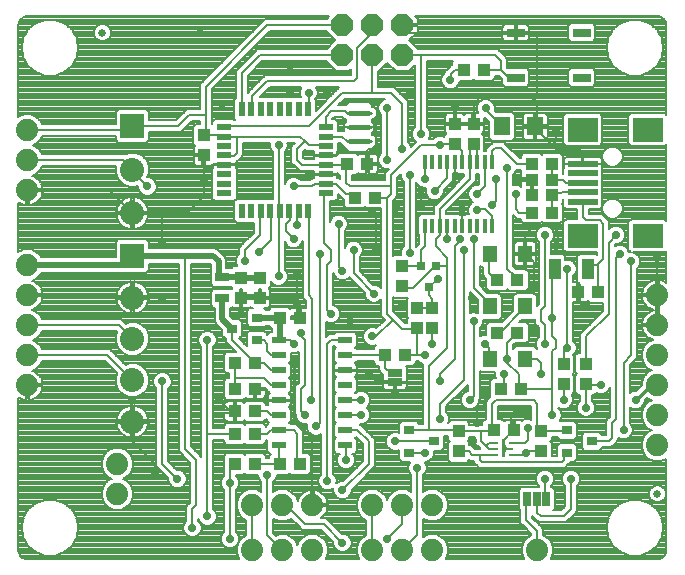
<source format=gbr>
G75*
%MOMM*%
%OFA0B0*%
%FSLAX33Y33*%
%IPPOS*%
%LPD*%
%AMOC8*
5,1,8,0,0,1.08239X$1,22.5*
%
%ADD10R,1.100X1.000*%
%ADD11R,1.000X1.100*%
%ADD12R,1.400X1.600*%
%ADD13R,2.500X0.500*%
%ADD14R,2.500X2.000*%
%ADD15R,1.200X1.400*%
%ADD16OC8,1.880*%
%ADD17C,0.635*%
%ADD18R,1.200X0.600*%
%ADD19R,1.000X1.800*%
%ADD20C,1.880*%
%ADD21R,0.400X0.250*%
%ADD22C,0.450*%
%ADD23C,0.254*%
%ADD24R,1.270X0.635*%
%ADD25R,1.524X0.762*%
%ADD26R,0.381X1.143*%
%ADD27R,1.270X0.559*%
%ADD28R,0.559X1.270*%
%ADD29R,0.900X0.800*%
%ADD30R,2.032X2.032*%
%ADD31C,2.032*%
%ADD32R,1.200X0.800*%
%ADD33R,0.635X1.270*%
%ADD34R,0.700X0.700*%
%ADD35C,0.203*%
%ADD36C,0.737*%
%ADD37C,0.508*%
D10*
X35557Y20849D03*
X37257Y20849D03*
X39367Y20849D03*
X41067Y20849D03*
X37257Y23389D03*
X35557Y23389D03*
X35557Y25294D03*
X37257Y25294D03*
X37257Y27199D03*
X35557Y27199D03*
X35557Y29422D03*
X37257Y29422D03*
X39367Y33232D03*
X41067Y33232D03*
X48257Y30057D03*
X49957Y30057D03*
X57782Y31962D03*
X59482Y31962D03*
X64640Y35391D03*
X66340Y35391D03*
X59482Y36407D03*
X57782Y36407D03*
X60703Y42122D03*
X62403Y42122D03*
X62403Y43646D03*
X62403Y44916D03*
X60703Y44916D03*
X60703Y43646D03*
X60703Y46249D03*
X62403Y46249D03*
X56624Y54187D03*
X54924Y54187D03*
X46782Y46249D03*
X45082Y46249D03*
X45717Y43392D03*
X47417Y43392D03*
X58099Y27199D03*
X59799Y27199D03*
X59164Y23707D03*
X57464Y23707D03*
D11*
X54504Y23604D03*
X54504Y21904D03*
X61489Y21904D03*
X61489Y23604D03*
X63394Y27619D03*
X63394Y29319D03*
X65299Y29319D03*
X65299Y27619D03*
X52282Y32382D03*
X51012Y32382D03*
X51012Y34082D03*
X52282Y34082D03*
X49742Y35874D03*
X49742Y37574D03*
X37677Y36622D03*
X36089Y36622D03*
X36089Y34922D03*
X37677Y34922D03*
X32914Y46987D03*
X32914Y48687D03*
X54187Y47939D03*
X55774Y47939D03*
X55774Y49639D03*
X54187Y49639D03*
D12*
X58184Y49424D03*
X60984Y49424D03*
D13*
X65022Y46262D03*
X65022Y45462D03*
X65022Y44662D03*
X65022Y43862D03*
X65022Y43062D03*
D14*
X65022Y40162D03*
X70522Y40162D03*
X70522Y49162D03*
X65022Y49162D03*
D15*
X60132Y38629D03*
X57132Y38629D03*
X57132Y34184D03*
X60132Y34184D03*
X60132Y29739D03*
X57132Y29739D03*
D16*
X49742Y55457D03*
X47202Y55457D03*
X44662Y55457D03*
X44662Y57997D03*
X47202Y57997D03*
X49742Y57997D03*
D17*
X24342Y57362D03*
X71332Y18309D03*
D18*
X44922Y22437D03*
X44922Y23707D03*
X44922Y24977D03*
X44922Y26247D03*
X44922Y27517D03*
X44922Y28787D03*
X44922Y30057D03*
X44922Y31327D03*
X39322Y31327D03*
X39322Y30057D03*
X39322Y28787D03*
X39322Y27517D03*
X39322Y26247D03*
X39322Y24977D03*
X39322Y23707D03*
X39322Y22437D03*
D19*
X62629Y37359D03*
X65429Y37359D03*
D20*
X71332Y35137D03*
X71332Y32597D03*
X71332Y30057D03*
X71332Y27517D03*
X71332Y24977D03*
X71332Y22437D03*
X61172Y13547D03*
X52282Y13547D03*
X49742Y13547D03*
X47202Y13547D03*
X47202Y17357D03*
X49742Y17357D03*
X52282Y17357D03*
X42122Y17357D03*
X39582Y17357D03*
X37042Y17357D03*
X37042Y13547D03*
X39582Y13547D03*
X42122Y13547D03*
X25612Y18309D03*
X25612Y20849D03*
X17992Y27517D03*
X17992Y30057D03*
X17992Y32597D03*
X17992Y35137D03*
X17992Y37677D03*
X17992Y44027D03*
X17992Y46567D03*
X17992Y49107D03*
D21*
X57654Y22619D03*
X57654Y22119D03*
X57644Y21619D03*
X58974Y21619D03*
X58974Y22119D03*
X58974Y22619D03*
D22*
X46786Y48161D02*
X45332Y48161D01*
X45332Y49361D02*
X46786Y49361D01*
X46786Y50561D02*
X45332Y50561D01*
D23*
X45043Y50561D02*
X46059Y50561D01*
X47075Y50561D01*
X47075Y49361D02*
X46059Y49361D01*
X45043Y49361D01*
X45043Y48161D02*
X46059Y48161D01*
X47075Y48161D01*
X40534Y29422D02*
X40534Y26247D01*
X40534Y24659D01*
X40534Y26247D02*
X39322Y26247D01*
X69490Y26247D02*
X70760Y27517D01*
X71332Y27517D01*
D24*
X49107Y27751D03*
X49107Y28564D03*
D25*
X59330Y53552D03*
X64918Y53552D03*
X64918Y57362D03*
X59330Y57362D03*
D26*
X57362Y46389D03*
X56727Y46389D03*
X56092Y46389D03*
X55457Y46389D03*
X54822Y46389D03*
X54187Y46389D03*
X53552Y46389D03*
X52917Y46389D03*
X52282Y46389D03*
X51647Y46389D03*
X51647Y41029D03*
X52282Y41029D03*
X52917Y41029D03*
X53552Y41029D03*
X54187Y41029D03*
X54822Y41029D03*
X55457Y41029D03*
X56092Y41029D03*
X56727Y41029D03*
X57362Y41029D03*
D27*
X43239Y43767D03*
X43239Y44567D03*
X43239Y45367D03*
X43239Y46167D03*
X43239Y46967D03*
X43239Y47767D03*
X43239Y48567D03*
X43239Y49367D03*
X34654Y49367D03*
X34654Y48567D03*
X34654Y47767D03*
X34654Y46967D03*
X34654Y46167D03*
X34654Y45367D03*
X34654Y44567D03*
X34654Y43767D03*
D28*
X36147Y42274D03*
X36947Y42274D03*
X37747Y42274D03*
X38547Y42274D03*
X39347Y42274D03*
X40147Y42274D03*
X40947Y42274D03*
X41747Y42274D03*
X41747Y50859D03*
X40947Y50859D03*
X40147Y50859D03*
X39347Y50859D03*
X38547Y50859D03*
X37747Y50859D03*
X36947Y50859D03*
X36147Y50859D03*
D29*
X37407Y33229D03*
X37407Y31329D03*
X35307Y32279D03*
X50329Y23704D03*
X52429Y22754D03*
X50329Y21804D03*
X63664Y21804D03*
X63664Y23704D03*
X65764Y22754D03*
D30*
X26882Y38439D03*
X26882Y49437D03*
D31*
X26882Y45759D03*
X26882Y42081D03*
X26882Y34939D03*
X26882Y31439D03*
X26882Y27939D03*
X26882Y24439D03*
D32*
X34502Y34872D03*
X34502Y36672D03*
D33*
X60295Y17865D03*
X61108Y17865D03*
X61921Y17865D03*
D34*
X51964Y35799D03*
X51314Y37649D03*
X52614Y37649D03*
D35*
X17568Y12913D02*
X17358Y13123D01*
X17244Y13398D01*
X17230Y13547D01*
X17230Y26469D01*
X17313Y26409D01*
X17494Y26316D01*
X17688Y26253D01*
X17890Y26221D01*
X17890Y27415D01*
X18093Y27415D01*
X18093Y26221D01*
X18094Y26221D01*
X18295Y26253D01*
X18489Y26316D01*
X18671Y26409D01*
X18836Y26529D01*
X18980Y26673D01*
X19100Y26838D01*
X19192Y27019D01*
X19255Y27213D01*
X19287Y27415D01*
X18093Y27415D01*
X18093Y27618D01*
X19287Y27618D01*
X19287Y27619D01*
X19255Y27820D01*
X19192Y28014D01*
X19100Y28196D01*
X18980Y28361D01*
X18836Y28505D01*
X18671Y28625D01*
X18489Y28717D01*
X18369Y28756D01*
X18754Y28915D01*
X19133Y29294D01*
X19238Y29549D01*
X24553Y29549D01*
X25583Y28519D01*
X25459Y28222D01*
X25459Y27656D01*
X25676Y27133D01*
X26076Y26733D01*
X26599Y26516D01*
X27165Y26516D01*
X27687Y26733D01*
X28088Y27133D01*
X28304Y27656D01*
X28304Y28222D01*
X28088Y28744D01*
X27687Y29145D01*
X27165Y29361D01*
X26599Y29361D01*
X26301Y29238D01*
X24974Y30565D01*
X19238Y30565D01*
X19133Y30819D01*
X18754Y31198D01*
X18443Y31327D01*
X18754Y31455D01*
X19133Y31834D01*
X19238Y32089D01*
X25513Y32089D01*
X25583Y32019D01*
X25459Y31722D01*
X25459Y31156D01*
X25676Y30633D01*
X26076Y30233D01*
X26599Y30016D01*
X27165Y30016D01*
X27687Y30233D01*
X28088Y30633D01*
X28304Y31156D01*
X28304Y31722D01*
X28088Y32244D01*
X27687Y32645D01*
X27165Y32861D01*
X26599Y32861D01*
X26301Y32738D01*
X25934Y33105D01*
X19238Y33105D01*
X19133Y33359D01*
X18754Y33738D01*
X18369Y33897D01*
X18489Y33936D01*
X18671Y34029D01*
X18836Y34149D01*
X18980Y34293D01*
X19100Y34458D01*
X19192Y34639D01*
X19255Y34833D01*
X19287Y35035D01*
X18093Y35035D01*
X18093Y35238D01*
X19287Y35238D01*
X19287Y35239D01*
X19255Y35440D01*
X19192Y35634D01*
X19100Y35816D01*
X18980Y35981D01*
X18836Y36125D01*
X18671Y36245D01*
X18489Y36337D01*
X18369Y36376D01*
X18754Y36535D01*
X19133Y36914D01*
X19175Y37016D01*
X28066Y37016D01*
X28304Y37254D01*
X28304Y37778D01*
X30819Y37778D01*
X30819Y21909D01*
X31771Y20956D01*
X31771Y17567D01*
X31751Y17547D01*
X31454Y17250D01*
X31454Y16039D01*
X31305Y15890D01*
X31187Y15606D01*
X31187Y15298D01*
X31305Y15013D01*
X31523Y14795D01*
X31808Y14677D01*
X32116Y14677D01*
X32400Y14795D01*
X32618Y15013D01*
X32736Y15298D01*
X32736Y15606D01*
X32618Y15890D01*
X32470Y16039D01*
X32470Y16219D01*
X32575Y15965D01*
X32793Y15747D01*
X33078Y15629D01*
X33386Y15629D01*
X33670Y15747D01*
X33888Y15965D01*
X34006Y16250D01*
X34006Y16558D01*
X33888Y16843D01*
X33740Y16992D01*
X33740Y22881D01*
X34600Y22881D01*
X34600Y22721D01*
X34838Y22483D01*
X36275Y22483D01*
X36407Y22614D01*
X36538Y22483D01*
X37975Y22483D01*
X38213Y22721D01*
X38213Y22881D01*
X38315Y22881D01*
X38315Y21968D01*
X38553Y21730D01*
X38623Y21730D01*
X38410Y21518D01*
X38410Y21357D01*
X38213Y21357D01*
X38213Y21518D01*
X37975Y21756D01*
X36538Y21756D01*
X36407Y21624D01*
X36275Y21756D01*
X34838Y21756D01*
X34600Y21518D01*
X34600Y20181D01*
X34629Y20152D01*
X34629Y19849D01*
X34480Y19700D01*
X34362Y19416D01*
X34362Y19108D01*
X34480Y18823D01*
X34629Y18674D01*
X34629Y15087D01*
X34480Y14938D01*
X34362Y14653D01*
X34362Y14345D01*
X34480Y14060D01*
X34698Y13842D01*
X34983Y13724D01*
X35291Y13724D01*
X35575Y13842D01*
X35793Y14060D01*
X35911Y14345D01*
X35911Y14653D01*
X35793Y14938D01*
X35645Y15087D01*
X35645Y18674D01*
X35793Y18823D01*
X35911Y19108D01*
X35911Y19416D01*
X35793Y19700D01*
X35645Y19849D01*
X35645Y19943D01*
X36275Y19943D01*
X36407Y20074D01*
X36538Y19943D01*
X37537Y19943D01*
X37537Y19743D01*
X37655Y19458D01*
X37804Y19309D01*
X37804Y18498D01*
X37309Y18703D01*
X36774Y18703D01*
X36279Y18498D01*
X35900Y18119D01*
X35695Y17624D01*
X35695Y17089D01*
X35900Y16594D01*
X36279Y16215D01*
X36534Y16110D01*
X36534Y14793D01*
X36279Y14688D01*
X35900Y14309D01*
X35695Y13814D01*
X35695Y13279D01*
X35900Y12785D01*
X17992Y12785D01*
X17843Y12799D01*
X17568Y12913D01*
X17644Y12882D02*
X35860Y12882D01*
X35776Y13083D02*
X17398Y13083D01*
X17291Y13285D02*
X18942Y13285D01*
X18697Y13374D02*
X19480Y13089D01*
X19686Y13089D01*
X20313Y13089D01*
X21096Y13374D01*
X21734Y13910D01*
X22151Y14631D01*
X22295Y15452D01*
X22151Y16272D01*
X21734Y16993D01*
X21734Y16993D01*
X21096Y17529D01*
X21096Y17529D01*
X20313Y17814D01*
X19480Y17814D01*
X18697Y17529D01*
X18059Y16993D01*
X17643Y16272D01*
X17498Y15452D01*
X17498Y15452D01*
X17643Y14631D01*
X18059Y13910D01*
X18697Y13374D01*
X18697Y13374D01*
X18563Y13487D02*
X17236Y13487D01*
X17230Y13689D02*
X18323Y13689D01*
X18083Y13890D02*
X17230Y13890D01*
X17230Y14092D02*
X17954Y14092D01*
X18059Y13910D02*
X18059Y13910D01*
X17838Y14294D02*
X17230Y14294D01*
X17230Y14495D02*
X17721Y14495D01*
X17643Y14631D02*
X17643Y14631D01*
X17631Y14697D02*
X17230Y14697D01*
X17230Y14899D02*
X17596Y14899D01*
X17560Y15100D02*
X17230Y15100D01*
X17230Y15302D02*
X17524Y15302D01*
X17507Y15504D02*
X17230Y15504D01*
X17230Y15706D02*
X17543Y15706D01*
X17578Y15907D02*
X17230Y15907D01*
X17230Y16109D02*
X17614Y16109D01*
X17643Y16272D02*
X17643Y16272D01*
X17665Y16311D02*
X17230Y16311D01*
X17230Y16512D02*
X17781Y16512D01*
X17898Y16714D02*
X17230Y16714D01*
X17230Y16916D02*
X18014Y16916D01*
X18059Y16993D02*
X18059Y16993D01*
X18059Y16993D01*
X18207Y17117D02*
X17230Y17117D01*
X17230Y17319D02*
X18447Y17319D01*
X18688Y17521D02*
X17230Y17521D01*
X17230Y17723D02*
X19229Y17723D01*
X18697Y17529D02*
X18697Y17529D01*
X17230Y17924D02*
X24314Y17924D01*
X24265Y18041D02*
X24470Y17547D01*
X24849Y17168D01*
X25344Y16963D01*
X25879Y16963D01*
X26374Y17168D01*
X26753Y17547D01*
X26958Y18041D01*
X26958Y18577D01*
X26753Y19072D01*
X26374Y19450D01*
X26063Y19579D01*
X26374Y19708D01*
X26753Y20087D01*
X26958Y20581D01*
X26958Y21117D01*
X26753Y21612D01*
X26374Y21990D01*
X25879Y22195D01*
X25344Y22195D01*
X24849Y21990D01*
X24470Y21612D01*
X24265Y21117D01*
X24265Y20581D01*
X24470Y20087D01*
X24849Y19708D01*
X25160Y19579D01*
X24849Y19450D01*
X24470Y19072D01*
X24265Y18577D01*
X24265Y18041D01*
X24265Y18126D02*
X17230Y18126D01*
X17230Y18328D02*
X24265Y18328D01*
X24265Y18529D02*
X17230Y18529D01*
X17230Y18731D02*
X24329Y18731D01*
X24413Y18933D02*
X17230Y18933D01*
X17230Y19134D02*
X24533Y19134D01*
X24735Y19336D02*
X17230Y19336D01*
X17230Y19538D02*
X25060Y19538D01*
X24817Y19740D02*
X17230Y19740D01*
X17230Y19941D02*
X24616Y19941D01*
X24447Y20143D02*
X17230Y20143D01*
X17230Y20345D02*
X24364Y20345D01*
X24280Y20546D02*
X17230Y20546D01*
X17230Y20748D02*
X24265Y20748D01*
X24265Y20950D02*
X17230Y20950D01*
X17230Y21151D02*
X24280Y21151D01*
X24363Y21353D02*
X17230Y21353D01*
X17230Y21555D02*
X24447Y21555D01*
X24615Y21757D02*
X17230Y21757D01*
X17230Y21958D02*
X24817Y21958D01*
X25258Y22160D02*
X17230Y22160D01*
X17230Y22362D02*
X28914Y22362D01*
X28914Y22563D02*
X17230Y22563D01*
X17230Y22765D02*
X28914Y22765D01*
X28914Y22967D02*
X17230Y22967D01*
X17230Y23168D02*
X26353Y23168D01*
X26355Y23168D02*
X26560Y23101D01*
X26774Y23067D01*
X26780Y23067D01*
X26780Y24337D01*
X25510Y24337D01*
X25510Y24331D01*
X25544Y24117D01*
X25611Y23912D01*
X25709Y23720D01*
X25835Y23545D01*
X25988Y23392D01*
X26163Y23266D01*
X26355Y23168D01*
X26019Y23370D02*
X17230Y23370D01*
X17230Y23572D02*
X25816Y23572D01*
X25681Y23774D02*
X17230Y23774D01*
X17230Y23975D02*
X25590Y23975D01*
X25534Y24177D02*
X17230Y24177D01*
X17230Y24379D02*
X26780Y24379D01*
X26780Y24337D02*
X26780Y24540D01*
X25510Y24540D01*
X25510Y24547D01*
X25544Y24760D01*
X25611Y24965D01*
X25709Y25158D01*
X25835Y25332D01*
X25988Y25485D01*
X26163Y25612D01*
X26355Y25710D01*
X26560Y25776D01*
X26774Y25810D01*
X26780Y25810D01*
X26780Y24540D01*
X26983Y24540D01*
X26983Y25810D01*
X26990Y25810D01*
X27203Y25776D01*
X27408Y25710D01*
X27601Y25612D01*
X27775Y25485D01*
X27928Y25332D01*
X28055Y25158D01*
X28153Y24965D01*
X28219Y24760D01*
X28253Y24547D01*
X28253Y24540D01*
X26983Y24540D01*
X26983Y24337D01*
X26983Y23067D01*
X26990Y23067D01*
X27203Y23101D01*
X27408Y23168D01*
X27601Y23266D01*
X27775Y23392D01*
X27928Y23545D01*
X28055Y23720D01*
X28153Y23912D01*
X28219Y24117D01*
X28253Y24331D01*
X28253Y24337D01*
X26983Y24337D01*
X26780Y24337D01*
X26882Y24439D02*
X26882Y22754D01*
X28787Y20849D01*
X28787Y19897D01*
X29208Y20345D02*
X26860Y20345D01*
X26943Y20546D02*
X29006Y20546D01*
X28914Y20639D02*
X29917Y19635D01*
X29917Y19425D01*
X30035Y19140D01*
X30253Y18922D01*
X30538Y18804D01*
X30846Y18804D01*
X31130Y18922D01*
X31348Y19140D01*
X31466Y19425D01*
X31466Y19733D01*
X31348Y20018D01*
X31130Y20236D01*
X30846Y20354D01*
X30635Y20354D01*
X29930Y21060D01*
X29930Y27247D01*
X30078Y27395D01*
X30196Y27680D01*
X30196Y27988D01*
X30078Y28273D01*
X29860Y28491D01*
X29576Y28609D01*
X29268Y28609D01*
X28983Y28491D01*
X28765Y28273D01*
X28647Y27988D01*
X28647Y27680D01*
X28765Y27395D01*
X28914Y27247D01*
X28914Y20639D01*
X28914Y20748D02*
X26958Y20748D01*
X26958Y20950D02*
X28914Y20950D01*
X28914Y21151D02*
X26944Y21151D01*
X26860Y21353D02*
X28914Y21353D01*
X28914Y21555D02*
X26776Y21555D01*
X26608Y21757D02*
X28914Y21757D01*
X28914Y21958D02*
X26406Y21958D01*
X25965Y22160D02*
X28914Y22160D01*
X28914Y23168D02*
X27410Y23168D01*
X27745Y23370D02*
X28914Y23370D01*
X28914Y23572D02*
X27947Y23572D01*
X28082Y23774D02*
X28914Y23774D01*
X28914Y23975D02*
X28173Y23975D01*
X28229Y24177D02*
X28914Y24177D01*
X28914Y24379D02*
X26983Y24379D01*
X26882Y24439D02*
X26882Y26247D01*
X26780Y25791D02*
X26983Y25791D01*
X27114Y25791D02*
X28914Y25791D01*
X28914Y25992D02*
X17230Y25992D01*
X17230Y25791D02*
X26649Y25791D01*
X26780Y25589D02*
X26983Y25589D01*
X26983Y25387D02*
X26780Y25387D01*
X26780Y25185D02*
X26983Y25185D01*
X26983Y24984D02*
X26780Y24984D01*
X26780Y24782D02*
X26983Y24782D01*
X26983Y24580D02*
X26780Y24580D01*
X26780Y24177D02*
X26983Y24177D01*
X26983Y23975D02*
X26780Y23975D01*
X26780Y23774D02*
X26983Y23774D01*
X26983Y23572D02*
X26780Y23572D01*
X26780Y23370D02*
X26983Y23370D01*
X26983Y23168D02*
X26780Y23168D01*
X25515Y24580D02*
X17230Y24580D01*
X17230Y24782D02*
X25551Y24782D01*
X25620Y24984D02*
X17230Y24984D01*
X17230Y25185D02*
X25729Y25185D01*
X25890Y25387D02*
X17230Y25387D01*
X17230Y25589D02*
X26131Y25589D01*
X26403Y26597D02*
X18904Y26597D01*
X19071Y26799D02*
X26010Y26799D01*
X25808Y27001D02*
X19183Y27001D01*
X19252Y27202D02*
X25647Y27202D01*
X25563Y27404D02*
X19285Y27404D01*
X19287Y27415D02*
X19287Y27415D01*
X19257Y27808D02*
X25459Y27808D01*
X25459Y28009D02*
X19194Y28009D01*
X19088Y28211D02*
X25459Y28211D01*
X25538Y28413D02*
X18928Y28413D01*
X18685Y28614D02*
X25488Y28614D01*
X25286Y28816D02*
X18514Y28816D01*
X18857Y29018D02*
X25084Y29018D01*
X24882Y29219D02*
X19058Y29219D01*
X19186Y29421D02*
X24681Y29421D01*
X24764Y30057D02*
X26882Y27939D01*
X28200Y27404D02*
X28761Y27404D01*
X28678Y27606D02*
X28283Y27606D01*
X28304Y27808D02*
X28647Y27808D01*
X28656Y28009D02*
X28304Y28009D01*
X28304Y28211D02*
X28739Y28211D01*
X28905Y28413D02*
X28225Y28413D01*
X28141Y28614D02*
X30819Y28614D01*
X30819Y28413D02*
X29939Y28413D01*
X30104Y28211D02*
X30819Y28211D01*
X30819Y28009D02*
X30188Y28009D01*
X30196Y27808D02*
X30819Y27808D01*
X30819Y27606D02*
X30166Y27606D01*
X30082Y27404D02*
X30819Y27404D01*
X30819Y27202D02*
X29930Y27202D01*
X29930Y27001D02*
X30819Y27001D01*
X30819Y26799D02*
X29930Y26799D01*
X29930Y26597D02*
X30819Y26597D01*
X30819Y26396D02*
X29930Y26396D01*
X29930Y26194D02*
X30819Y26194D01*
X30819Y25992D02*
X29930Y25992D01*
X29930Y25791D02*
X30819Y25791D01*
X30819Y25589D02*
X29930Y25589D01*
X29930Y25387D02*
X30819Y25387D01*
X30819Y25185D02*
X29930Y25185D01*
X29930Y24984D02*
X30819Y24984D01*
X30819Y24782D02*
X29930Y24782D01*
X29930Y24580D02*
X30819Y24580D01*
X30819Y24379D02*
X29930Y24379D01*
X29930Y24177D02*
X30819Y24177D01*
X30819Y23975D02*
X29930Y23975D01*
X29930Y23774D02*
X30819Y23774D01*
X30819Y23572D02*
X29930Y23572D01*
X29930Y23370D02*
X30819Y23370D01*
X30819Y23168D02*
X29930Y23168D01*
X29930Y22967D02*
X30819Y22967D01*
X30819Y22765D02*
X29930Y22765D01*
X29930Y22563D02*
X30819Y22563D01*
X30819Y22362D02*
X29930Y22362D01*
X29930Y22160D02*
X30819Y22160D01*
X30819Y21958D02*
X29930Y21958D01*
X29930Y21757D02*
X30971Y21757D01*
X31173Y21555D02*
X29930Y21555D01*
X29930Y21353D02*
X31374Y21353D01*
X31576Y21151D02*
X29930Y21151D01*
X30039Y20950D02*
X31771Y20950D01*
X31771Y20748D02*
X30241Y20748D01*
X30443Y20546D02*
X31771Y20546D01*
X31771Y20345D02*
X30868Y20345D01*
X31223Y20143D02*
X31771Y20143D01*
X31771Y19941D02*
X31380Y19941D01*
X31464Y19740D02*
X31771Y19740D01*
X31771Y19538D02*
X31466Y19538D01*
X31430Y19336D02*
X31771Y19336D01*
X31771Y19134D02*
X31343Y19134D01*
X31141Y18933D02*
X31771Y18933D01*
X31771Y18731D02*
X26894Y18731D01*
X26958Y18529D02*
X31771Y18529D01*
X31771Y18328D02*
X26958Y18328D01*
X26958Y18126D02*
X31771Y18126D01*
X31771Y17924D02*
X26909Y17924D01*
X26826Y17723D02*
X31771Y17723D01*
X31725Y17521D02*
X26727Y17521D01*
X26525Y17319D02*
X31523Y17319D01*
X31454Y17117D02*
X26252Y17117D01*
X24971Y17117D02*
X21586Y17117D01*
X21779Y16916D02*
X31454Y16916D01*
X31454Y16714D02*
X21895Y16714D01*
X22012Y16512D02*
X31454Y16512D01*
X31454Y16311D02*
X22128Y16311D01*
X22151Y16272D02*
X22151Y16272D01*
X22179Y16109D02*
X31454Y16109D01*
X31322Y15907D02*
X22215Y15907D01*
X22251Y15706D02*
X31228Y15706D01*
X31187Y15504D02*
X22286Y15504D01*
X22269Y15302D02*
X31187Y15302D01*
X31269Y15100D02*
X22233Y15100D01*
X22198Y14899D02*
X31419Y14899D01*
X31759Y14697D02*
X22162Y14697D01*
X22151Y14631D02*
X22151Y14631D01*
X22072Y14495D02*
X34362Y14495D01*
X34383Y14294D02*
X21956Y14294D01*
X21839Y14092D02*
X34467Y14092D01*
X34650Y13890D02*
X21711Y13890D01*
X21734Y13910D02*
X21734Y13910D01*
X21470Y13689D02*
X35695Y13689D01*
X35695Y13487D02*
X21230Y13487D01*
X21096Y13374D02*
X21096Y13374D01*
X20851Y13285D02*
X35695Y13285D01*
X35727Y13890D02*
X35623Y13890D01*
X35807Y14092D02*
X35810Y14092D01*
X35890Y14294D02*
X35894Y14294D01*
X35911Y14495D02*
X36087Y14495D01*
X35893Y14697D02*
X36301Y14697D01*
X36534Y14899D02*
X35810Y14899D01*
X35645Y15100D02*
X36534Y15100D01*
X36534Y15302D02*
X35645Y15302D01*
X35645Y15504D02*
X36534Y15504D01*
X36534Y15706D02*
X35645Y15706D01*
X35645Y15907D02*
X36534Y15907D01*
X36534Y16109D02*
X35645Y16109D01*
X35645Y16311D02*
X36184Y16311D01*
X35982Y16512D02*
X35645Y16512D01*
X35645Y16714D02*
X35851Y16714D01*
X35767Y16916D02*
X35645Y16916D01*
X35645Y17117D02*
X35695Y17117D01*
X35695Y17319D02*
X35645Y17319D01*
X35645Y17521D02*
X35695Y17521D01*
X35736Y17723D02*
X35645Y17723D01*
X35645Y17924D02*
X35820Y17924D01*
X35907Y18126D02*
X35645Y18126D01*
X35645Y18328D02*
X36109Y18328D01*
X36355Y18529D02*
X35645Y18529D01*
X35702Y18731D02*
X37804Y18731D01*
X37804Y18529D02*
X37728Y18529D01*
X37804Y18933D02*
X35839Y18933D01*
X35911Y19134D02*
X37804Y19134D01*
X37777Y19336D02*
X35911Y19336D01*
X35861Y19538D02*
X37622Y19538D01*
X37538Y19740D02*
X35754Y19740D01*
X35645Y19941D02*
X37537Y19941D01*
X38312Y19897D02*
X38312Y14817D01*
X39582Y13547D01*
X40537Y14495D02*
X41167Y14495D01*
X40980Y14309D02*
X41359Y14688D01*
X41854Y14893D01*
X42389Y14893D01*
X42884Y14688D01*
X43263Y14309D01*
X43468Y13814D01*
X43468Y13279D01*
X43263Y12785D01*
X46060Y12785D01*
X45855Y13279D01*
X45855Y13814D01*
X46060Y14309D01*
X46439Y14688D01*
X46694Y14793D01*
X46694Y16110D01*
X46439Y16215D01*
X46060Y16594D01*
X45855Y17089D01*
X45855Y17624D01*
X46060Y18119D01*
X46439Y18498D01*
X46934Y18703D01*
X47469Y18703D01*
X47964Y18498D01*
X48343Y18119D01*
X48472Y17808D01*
X48600Y18119D01*
X48979Y18498D01*
X49474Y18703D01*
X50009Y18703D01*
X50504Y18498D01*
X50504Y19944D01*
X50355Y20093D01*
X50237Y20378D01*
X50237Y20686D01*
X50355Y20970D01*
X50382Y20998D01*
X49711Y20998D01*
X49473Y21236D01*
X49473Y22067D01*
X49261Y21979D01*
X48953Y21979D01*
X48668Y22097D01*
X48450Y22315D01*
X48332Y22600D01*
X48332Y22908D01*
X48450Y23193D01*
X48668Y23411D01*
X48953Y23529D01*
X49261Y23529D01*
X49473Y23441D01*
X49473Y24272D01*
X49711Y24511D01*
X50947Y24511D01*
X51186Y24272D01*
X51186Y24212D01*
X51456Y24212D01*
X51456Y29297D01*
X51208Y29400D01*
X51059Y29549D01*
X50913Y29549D01*
X50913Y29388D01*
X50675Y29150D01*
X50048Y29150D01*
X50148Y29050D01*
X50148Y28079D01*
X50097Y28028D01*
X50097Y27808D01*
X49164Y27808D01*
X49164Y27694D01*
X50097Y27694D01*
X50097Y27386D01*
X50073Y27296D01*
X50026Y27215D01*
X49960Y27149D01*
X49879Y27102D01*
X49788Y27078D01*
X49164Y27078D01*
X49164Y27694D01*
X49050Y27694D01*
X49050Y27078D01*
X48425Y27078D01*
X48334Y27102D01*
X48253Y27149D01*
X48187Y27215D01*
X48140Y27296D01*
X48116Y27386D01*
X48116Y27694D01*
X49049Y27694D01*
X49049Y27808D01*
X48116Y27808D01*
X48116Y28028D01*
X48065Y28079D01*
X48065Y28475D01*
X47964Y28576D01*
X47749Y28791D01*
X47749Y29150D01*
X47538Y29150D01*
X47300Y29388D01*
X47300Y29549D01*
X45888Y29549D01*
X45722Y29382D01*
X45740Y29371D01*
X45806Y29305D01*
X45853Y29224D01*
X45877Y29133D01*
X45877Y28835D01*
X44970Y28835D01*
X44970Y28738D01*
X45877Y28738D01*
X45877Y28440D01*
X45853Y28349D01*
X45806Y28268D01*
X45740Y28202D01*
X45722Y28191D01*
X45928Y27985D01*
X45928Y27048D01*
X45761Y26882D01*
X45775Y26868D01*
X45810Y26903D01*
X46095Y27021D01*
X46403Y27021D01*
X46688Y26903D01*
X46906Y26685D01*
X47024Y26401D01*
X47024Y26093D01*
X46906Y25808D01*
X46710Y25612D01*
X46906Y25415D01*
X47024Y25131D01*
X47024Y24823D01*
X46906Y24538D01*
X46688Y24320D01*
X46403Y24202D01*
X46155Y24202D01*
X47095Y23262D01*
X47392Y22965D01*
X47392Y20639D01*
X45436Y18683D01*
X45436Y18473D01*
X45318Y18188D01*
X45100Y17970D01*
X44816Y17852D01*
X44508Y17852D01*
X44223Y17970D01*
X44005Y18188D01*
X43887Y18473D01*
X43887Y18781D01*
X43892Y18794D01*
X43830Y18732D01*
X43546Y18614D01*
X43238Y18614D01*
X42953Y18732D01*
X42735Y18950D01*
X42617Y19235D01*
X42617Y19543D01*
X42735Y19827D01*
X42884Y19976D01*
X42884Y23373D01*
X42878Y23367D01*
X42593Y23249D01*
X42285Y23249D01*
X42000Y23367D01*
X41782Y23585D01*
X41664Y23870D01*
X41664Y24178D01*
X41681Y24219D01*
X41641Y24202D01*
X41333Y24202D01*
X41048Y24320D01*
X40830Y24538D01*
X40712Y24823D01*
X40712Y25033D01*
X40661Y25084D01*
X40661Y27410D01*
X40979Y27727D01*
X40979Y30358D01*
X40973Y30352D01*
X40688Y30234D01*
X40380Y30234D01*
X40328Y30256D01*
X40328Y29588D01*
X40161Y29422D01*
X40328Y29255D01*
X40328Y28318D01*
X40161Y28152D01*
X40328Y27985D01*
X40328Y27048D01*
X40122Y26842D01*
X40140Y26831D01*
X40206Y26765D01*
X40253Y26684D01*
X40277Y26593D01*
X40277Y26295D01*
X39370Y26295D01*
X39370Y26198D01*
X40277Y26198D01*
X40277Y25900D01*
X40253Y25809D01*
X40206Y25728D01*
X40140Y25662D01*
X40122Y25651D01*
X40328Y25445D01*
X40328Y24508D01*
X40161Y24342D01*
X40288Y24215D01*
X40745Y24215D01*
X41042Y23917D01*
X41360Y23600D01*
X41360Y21756D01*
X41785Y21756D01*
X42023Y21518D01*
X42023Y20181D01*
X41785Y19943D01*
X40348Y19943D01*
X40217Y20074D01*
X40085Y19943D01*
X39086Y19943D01*
X39086Y19743D01*
X38968Y19458D01*
X38820Y19309D01*
X38820Y18498D01*
X39314Y18703D01*
X39849Y18703D01*
X40344Y18498D01*
X40723Y18119D01*
X40882Y17734D01*
X40921Y17854D01*
X41014Y18036D01*
X41134Y18201D01*
X41278Y18345D01*
X41443Y18465D01*
X41624Y18557D01*
X41818Y18620D01*
X42020Y18652D01*
X42020Y18652D01*
X42020Y17458D01*
X42223Y17458D01*
X42223Y18652D01*
X42224Y18652D01*
X42425Y18620D01*
X42619Y18557D01*
X42801Y18465D01*
X42966Y18345D01*
X43110Y18201D01*
X43230Y18036D01*
X43322Y17854D01*
X43385Y17660D01*
X43417Y17459D01*
X43417Y17458D01*
X42223Y17458D01*
X42223Y17255D01*
X43417Y17255D01*
X43417Y17255D01*
X43385Y17053D01*
X43322Y16859D01*
X43230Y16678D01*
X43110Y16513D01*
X42966Y16369D01*
X42840Y16277D01*
X43285Y16277D01*
X44605Y14956D01*
X44816Y14956D01*
X45100Y14838D01*
X45318Y14620D01*
X45436Y14336D01*
X45436Y14028D01*
X45318Y13743D01*
X45100Y13525D01*
X44816Y13407D01*
X44508Y13407D01*
X44223Y13525D01*
X44005Y13743D01*
X43887Y14028D01*
X43887Y14238D01*
X42864Y15261D01*
X41276Y15261D01*
X40979Y15559D01*
X40329Y16209D01*
X39849Y16010D01*
X39314Y16010D01*
X38820Y16215D01*
X38820Y15027D01*
X39059Y14787D01*
X39314Y14893D01*
X39849Y14893D01*
X40344Y14688D01*
X40723Y14309D01*
X40852Y13998D01*
X40980Y14309D01*
X40974Y14294D02*
X40729Y14294D01*
X40813Y14092D02*
X40890Y14092D01*
X41381Y14697D02*
X40322Y14697D01*
X41034Y15504D02*
X38820Y15504D01*
X38820Y15706D02*
X40832Y15706D01*
X40630Y15907D02*
X38820Y15907D01*
X38820Y16109D02*
X39076Y16109D01*
X38820Y15302D02*
X41235Y15302D01*
X41487Y15769D02*
X43074Y15769D01*
X44662Y14182D01*
X44955Y14899D02*
X46694Y14899D01*
X46694Y15100D02*
X44461Y15100D01*
X44260Y15302D02*
X46694Y15302D01*
X46694Y15504D02*
X44058Y15504D01*
X43856Y15706D02*
X46694Y15706D01*
X46694Y15907D02*
X43654Y15907D01*
X43453Y16109D02*
X46694Y16109D01*
X46344Y16311D02*
X42886Y16311D01*
X43109Y16512D02*
X46142Y16512D01*
X46011Y16714D02*
X43248Y16714D01*
X43340Y16916D02*
X45927Y16916D01*
X45855Y17117D02*
X43395Y17117D01*
X43407Y17521D02*
X45855Y17521D01*
X45855Y17319D02*
X42223Y17319D01*
X42122Y17357D02*
X42122Y23072D01*
X40534Y24659D01*
X40328Y24580D02*
X40812Y24580D01*
X40729Y24782D02*
X40328Y24782D01*
X40328Y24984D02*
X40712Y24984D01*
X40661Y25185D02*
X40328Y25185D01*
X40328Y25387D02*
X40661Y25387D01*
X40661Y25589D02*
X40184Y25589D01*
X40242Y25791D02*
X40661Y25791D01*
X40661Y25992D02*
X40277Y25992D01*
X40277Y26194D02*
X40661Y26194D01*
X40661Y26396D02*
X40277Y26396D01*
X40276Y26597D02*
X40661Y26597D01*
X40661Y26799D02*
X40172Y26799D01*
X40280Y27001D02*
X40661Y27001D01*
X40661Y27202D02*
X40328Y27202D01*
X40328Y27404D02*
X40661Y27404D01*
X40857Y27606D02*
X40328Y27606D01*
X40328Y27808D02*
X40979Y27808D01*
X40979Y28009D02*
X40304Y28009D01*
X40221Y28211D02*
X40979Y28211D01*
X40979Y28413D02*
X40328Y28413D01*
X40328Y28614D02*
X40979Y28614D01*
X40979Y28816D02*
X40328Y28816D01*
X40328Y29018D02*
X40979Y29018D01*
X40979Y29219D02*
X40328Y29219D01*
X40162Y29421D02*
X40979Y29421D01*
X40979Y29623D02*
X40328Y29623D01*
X40328Y29825D02*
X40979Y29825D01*
X40979Y30026D02*
X40328Y30026D01*
X40328Y30228D02*
X40979Y30228D01*
X40534Y31009D02*
X40217Y31327D01*
X39322Y31327D01*
X39367Y31372D01*
X38706Y32033D02*
X38553Y32033D01*
X38315Y31795D01*
X38315Y31724D01*
X38263Y31776D01*
X38263Y31897D01*
X38025Y32136D01*
X36788Y32136D01*
X36550Y31897D01*
X36550Y30846D01*
X35924Y31473D01*
X35925Y31473D01*
X36163Y31711D01*
X36163Y32848D01*
X35925Y33086D01*
X35434Y33086D01*
X35162Y33358D01*
X35162Y34065D01*
X35270Y34065D01*
X35331Y34127D01*
X35371Y34087D01*
X35452Y34040D01*
X35542Y34016D01*
X35988Y34016D01*
X35988Y34820D01*
X36191Y34820D01*
X36191Y35023D01*
X37575Y35023D01*
X37575Y34820D01*
X36945Y34820D01*
X36191Y34820D01*
X36191Y34016D01*
X36636Y34016D01*
X36726Y34040D01*
X36808Y34087D01*
X36874Y34153D01*
X36883Y34169D01*
X36892Y34153D01*
X36958Y34087D01*
X37039Y34040D01*
X37057Y34036D01*
X36788Y34036D01*
X36550Y33798D01*
X36550Y32661D01*
X36788Y32423D01*
X38025Y32423D01*
X38171Y32569D01*
X38410Y32569D01*
X38410Y32563D01*
X38648Y32325D01*
X38706Y32325D01*
X38706Y32033D01*
X38706Y32043D02*
X38117Y32043D01*
X38263Y31842D02*
X38362Y31842D01*
X38706Y32245D02*
X36163Y32245D01*
X36163Y32447D02*
X36764Y32447D01*
X36563Y32648D02*
X36163Y32648D01*
X36160Y32850D02*
X36550Y32850D01*
X36550Y33052D02*
X35959Y33052D01*
X36089Y33549D02*
X36089Y34922D01*
X36089Y35137D01*
X37677Y35137D01*
X37677Y34922D01*
X37779Y34819D01*
X40534Y34819D01*
X40852Y34502D01*
X40852Y37042D01*
X41296Y37086D02*
X39953Y37086D01*
X39921Y37163D02*
X39772Y37312D01*
X39772Y39714D01*
X39877Y39460D01*
X40095Y39242D01*
X40380Y39124D01*
X40688Y39124D01*
X40973Y39242D01*
X41191Y39460D01*
X41296Y39714D01*
X41296Y34926D01*
X41614Y34609D01*
X41614Y34087D01*
X41168Y34087D01*
X41168Y33333D01*
X40965Y33333D01*
X40965Y33130D01*
X40323Y33130D01*
X40323Y33333D01*
X40965Y33333D01*
X40965Y34087D01*
X40470Y34087D01*
X40379Y34063D01*
X40298Y34016D01*
X40253Y33970D01*
X40085Y34138D01*
X38648Y34138D01*
X38410Y33900D01*
X38410Y33890D01*
X38171Y33890D01*
X38044Y34016D01*
X38223Y34016D01*
X38314Y34040D01*
X38395Y34087D01*
X38461Y34153D01*
X38508Y34234D01*
X38532Y34325D01*
X38532Y34820D01*
X37778Y34820D01*
X37778Y35023D01*
X38532Y35023D01*
X38532Y35518D01*
X38508Y35609D01*
X38461Y35690D01*
X38415Y35736D01*
X38583Y35903D01*
X38583Y36344D01*
X38607Y36285D01*
X38825Y36067D01*
X39110Y35949D01*
X39418Y35949D01*
X39703Y36067D01*
X39921Y36285D01*
X40039Y36570D01*
X40039Y36878D01*
X39921Y37163D01*
X39796Y37287D02*
X41296Y37287D01*
X41296Y37489D02*
X39772Y37489D01*
X39772Y37691D02*
X41296Y37691D01*
X41296Y37893D02*
X39772Y37893D01*
X39772Y38094D02*
X41296Y38094D01*
X41296Y38296D02*
X39772Y38296D01*
X39772Y38498D02*
X41296Y38498D01*
X41296Y38699D02*
X39772Y38699D01*
X39772Y38901D02*
X41296Y38901D01*
X41296Y39103D02*
X39772Y39103D01*
X39772Y39304D02*
X40033Y39304D01*
X39858Y39506D02*
X39772Y39506D01*
X39772Y39708D02*
X39775Y39708D01*
X40534Y39899D02*
X39899Y40534D01*
X39899Y41169D01*
X40217Y41487D01*
X40217Y42204D01*
X40147Y42274D01*
X40852Y42179D02*
X40947Y42274D01*
X40852Y42179D02*
X40852Y41042D01*
X41293Y39708D02*
X41296Y39708D01*
X41296Y39506D02*
X41210Y39506D01*
X41296Y39304D02*
X41035Y39304D01*
X42757Y38629D02*
X42757Y24342D01*
X42439Y24024D01*
X41664Y23975D02*
X40984Y23975D01*
X41186Y23774D02*
X41704Y23774D01*
X41796Y23572D02*
X41360Y23572D01*
X41360Y23370D02*
X41998Y23370D01*
X41360Y23168D02*
X42884Y23168D01*
X42884Y22967D02*
X41360Y22967D01*
X41360Y22765D02*
X42884Y22765D01*
X42884Y22563D02*
X41360Y22563D01*
X41360Y22362D02*
X42884Y22362D01*
X42884Y22160D02*
X41360Y22160D01*
X41360Y21958D02*
X42884Y21958D01*
X42884Y21757D02*
X41360Y21757D01*
X41986Y21555D02*
X42884Y21555D01*
X42884Y21353D02*
X42023Y21353D01*
X42023Y21151D02*
X42884Y21151D01*
X42884Y20950D02*
X42023Y20950D01*
X42023Y20748D02*
X42884Y20748D01*
X42884Y20546D02*
X42023Y20546D01*
X42023Y20345D02*
X42884Y20345D01*
X42884Y20143D02*
X41985Y20143D01*
X42698Y19740D02*
X39085Y19740D01*
X39086Y19941D02*
X42849Y19941D01*
X42617Y19538D02*
X39002Y19538D01*
X38847Y19336D02*
X42617Y19336D01*
X42658Y19134D02*
X38820Y19134D01*
X38820Y18933D02*
X42752Y18933D01*
X42955Y18731D02*
X38820Y18731D01*
X38820Y18529D02*
X38895Y18529D01*
X40268Y18529D02*
X41570Y18529D01*
X41261Y18328D02*
X40514Y18328D01*
X40716Y18126D02*
X41079Y18126D01*
X40957Y17924D02*
X40804Y17924D01*
X39899Y17357D02*
X39582Y17357D01*
X39899Y17357D02*
X41487Y15769D01*
X40428Y16109D02*
X40087Y16109D01*
X38820Y15100D02*
X43024Y15100D01*
X43226Y14899D02*
X38948Y14899D01*
X37042Y13547D02*
X37042Y17357D01*
X34629Y17319D02*
X33740Y17319D01*
X33740Y17117D02*
X34629Y17117D01*
X34629Y16916D02*
X33816Y16916D01*
X33942Y16714D02*
X34629Y16714D01*
X34629Y16512D02*
X34006Y16512D01*
X34006Y16311D02*
X34629Y16311D01*
X34629Y16109D02*
X33948Y16109D01*
X33830Y15907D02*
X34629Y15907D01*
X34629Y15706D02*
X33569Y15706D01*
X32894Y15706D02*
X32695Y15706D01*
X32736Y15504D02*
X34629Y15504D01*
X34629Y15302D02*
X32736Y15302D01*
X32655Y15100D02*
X34629Y15100D01*
X34464Y14899D02*
X32504Y14899D01*
X32164Y14697D02*
X34380Y14697D01*
X35137Y14499D02*
X35137Y19262D01*
X35137Y20849D01*
X35557Y20849D01*
X34600Y20950D02*
X33740Y20950D01*
X33740Y21151D02*
X34600Y21151D01*
X34600Y21353D02*
X33740Y21353D01*
X33740Y21555D02*
X34638Y21555D01*
X34600Y20748D02*
X33740Y20748D01*
X33740Y20546D02*
X34600Y20546D01*
X34600Y20345D02*
X33740Y20345D01*
X33740Y20143D02*
X34629Y20143D01*
X34629Y19941D02*
X33740Y19941D01*
X33740Y19740D02*
X34519Y19740D01*
X34413Y19538D02*
X33740Y19538D01*
X33740Y19336D02*
X34362Y19336D01*
X34362Y19134D02*
X33740Y19134D01*
X33740Y18933D02*
X34434Y18933D01*
X34572Y18731D02*
X33740Y18731D01*
X33740Y18529D02*
X34629Y18529D01*
X34629Y18328D02*
X33740Y18328D01*
X33740Y18126D02*
X34629Y18126D01*
X34629Y17924D02*
X33740Y17924D01*
X33740Y17723D02*
X34629Y17723D01*
X34629Y17521D02*
X33740Y17521D01*
X32279Y17357D02*
X31962Y17039D01*
X31962Y15452D01*
X32602Y15907D02*
X32633Y15907D01*
X32515Y16109D02*
X32470Y16109D01*
X33232Y16404D02*
X33232Y23453D01*
X33295Y23389D01*
X35557Y23389D01*
X35658Y24439D02*
X36153Y24439D01*
X36244Y24463D01*
X36325Y24510D01*
X36371Y24555D01*
X36538Y24388D01*
X37975Y24388D01*
X38213Y24626D01*
X38213Y24674D01*
X38315Y24572D01*
X38315Y24508D01*
X38482Y24342D01*
X38315Y24175D01*
X38315Y24111D01*
X38213Y24009D01*
X38213Y24057D01*
X37975Y24296D01*
X36538Y24296D01*
X36407Y24164D01*
X36275Y24296D01*
X34838Y24296D01*
X34600Y24057D01*
X34600Y23897D01*
X33740Y23897D01*
X33740Y30739D01*
X33888Y30888D01*
X34006Y31173D01*
X34006Y31481D01*
X33888Y31765D01*
X33670Y31983D01*
X33386Y32101D01*
X33078Y32101D01*
X32793Y31983D01*
X32575Y31765D01*
X32457Y31481D01*
X32457Y31173D01*
X32575Y30888D01*
X32724Y30739D01*
X32724Y21441D01*
X32490Y21675D01*
X31835Y22330D01*
X31835Y37778D01*
X33466Y37778D01*
X33524Y37721D01*
X33524Y37269D01*
X33495Y37240D01*
X33495Y36103D01*
X33733Y35865D01*
X35221Y35865D01*
X35350Y35736D01*
X35305Y35690D01*
X35288Y35660D01*
X35270Y35678D01*
X33733Y35678D01*
X33495Y35440D01*
X33495Y34303D01*
X33733Y34065D01*
X33841Y34065D01*
X33841Y32953D01*
X33942Y32710D01*
X34450Y32202D01*
X34450Y31711D01*
X34688Y31473D01*
X34799Y31473D01*
X34799Y31161D01*
X35632Y30328D01*
X34838Y30328D01*
X34600Y30090D01*
X34600Y28753D01*
X34838Y28515D01*
X35049Y28515D01*
X35049Y28106D01*
X34838Y28106D01*
X34600Y27867D01*
X34600Y26531D01*
X34838Y26293D01*
X36275Y26293D01*
X36443Y26460D01*
X36488Y26415D01*
X36569Y26368D01*
X36660Y26344D01*
X37155Y26344D01*
X37155Y27098D01*
X37358Y27098D01*
X37358Y27301D01*
X38127Y27301D01*
X38315Y27112D01*
X38315Y27048D01*
X38522Y26842D01*
X38503Y26831D01*
X38437Y26765D01*
X38390Y26684D01*
X38366Y26593D01*
X38366Y26295D01*
X39273Y26295D01*
X39273Y26198D01*
X38366Y26198D01*
X38366Y25900D01*
X38390Y25809D01*
X38394Y25802D01*
X38213Y25802D01*
X38213Y25962D01*
X37975Y26201D01*
X36538Y26201D01*
X36371Y26033D01*
X36325Y26079D01*
X36244Y26126D01*
X36153Y26150D01*
X35658Y26150D01*
X35658Y25396D01*
X35455Y25396D01*
X35455Y26150D01*
X34960Y26150D01*
X34869Y26126D01*
X34788Y26079D01*
X34722Y26013D01*
X34675Y25931D01*
X34651Y25841D01*
X34651Y25396D01*
X35455Y25396D01*
X35455Y25193D01*
X34651Y25193D01*
X34651Y24747D01*
X34675Y24657D01*
X34722Y24576D01*
X34788Y24510D01*
X34869Y24463D01*
X34960Y24439D01*
X35455Y24439D01*
X35455Y25193D01*
X35658Y25193D01*
X35658Y24439D01*
X35658Y24580D02*
X35455Y24580D01*
X35455Y24782D02*
X35658Y24782D01*
X35658Y24984D02*
X35455Y24984D01*
X35455Y25185D02*
X35658Y25185D01*
X35557Y25294D02*
X35557Y26032D01*
X35772Y26247D01*
X38312Y26247D01*
X39322Y26247D01*
X38366Y26194D02*
X37982Y26194D01*
X37944Y26368D02*
X38025Y26415D01*
X38091Y26481D01*
X38138Y26562D01*
X38162Y26652D01*
X38162Y27098D01*
X37358Y27098D01*
X37358Y26344D01*
X37853Y26344D01*
X37944Y26368D01*
X37992Y26396D02*
X38366Y26396D01*
X38312Y26247D02*
X38312Y26882D01*
X37994Y27199D01*
X37257Y27199D01*
X37358Y27202D02*
X38225Y27202D01*
X38162Y27001D02*
X38363Y27001D01*
X38471Y26799D02*
X38162Y26799D01*
X38148Y26597D02*
X38367Y26597D01*
X38366Y25992D02*
X38183Y25992D01*
X38312Y25294D02*
X37257Y25294D01*
X38312Y25294D02*
X38629Y24977D01*
X39322Y24977D01*
X40198Y24379D02*
X40989Y24379D01*
X40782Y24177D02*
X41664Y24177D01*
X41487Y24977D02*
X41169Y25294D01*
X41169Y27199D01*
X41487Y27517D01*
X41487Y31327D01*
X41169Y31644D01*
X41169Y31962D01*
X40852Y32914D02*
X40852Y33232D01*
X40852Y34502D01*
X40965Y34060D02*
X41168Y34060D01*
X41168Y33859D02*
X40965Y33859D01*
X40965Y33657D02*
X41168Y33657D01*
X41168Y33455D02*
X40965Y33455D01*
X40965Y33253D02*
X40323Y33253D01*
X40852Y33232D02*
X41067Y33232D01*
X40375Y34060D02*
X40163Y34060D01*
X39367Y33232D02*
X39364Y33229D01*
X38527Y32447D02*
X38049Y32447D01*
X37992Y31329D02*
X37407Y31329D01*
X37992Y31329D02*
X38312Y31009D01*
X38312Y30374D01*
X38629Y30057D01*
X39322Y30057D01*
X38629Y28787D02*
X37994Y29422D01*
X37257Y29422D01*
X35307Y31372D01*
X35307Y32279D01*
X36163Y32043D02*
X36696Y32043D01*
X36550Y31842D02*
X36163Y31842D01*
X36092Y31640D02*
X36550Y31640D01*
X36550Y31438D02*
X35959Y31438D01*
X36160Y31236D02*
X36550Y31236D01*
X36550Y31035D02*
X36362Y31035D01*
X35530Y30430D02*
X33740Y30430D01*
X33740Y30631D02*
X35329Y30631D01*
X35127Y30833D02*
X33834Y30833D01*
X33949Y31035D02*
X34925Y31035D01*
X34799Y31236D02*
X34006Y31236D01*
X34006Y31438D02*
X34799Y31438D01*
X34521Y31640D02*
X33940Y31640D01*
X33812Y31842D02*
X34450Y31842D01*
X34450Y32043D02*
X33526Y32043D01*
X32937Y32043D02*
X31835Y32043D01*
X31835Y31842D02*
X32651Y31842D01*
X32523Y31640D02*
X31835Y31640D01*
X31835Y31438D02*
X32457Y31438D01*
X32457Y31236D02*
X31835Y31236D01*
X31835Y31035D02*
X32514Y31035D01*
X32630Y30833D02*
X31835Y30833D01*
X31835Y30631D02*
X32724Y30631D01*
X32724Y30430D02*
X31835Y30430D01*
X31835Y30228D02*
X32724Y30228D01*
X32724Y30026D02*
X31835Y30026D01*
X31835Y29825D02*
X32724Y29825D01*
X32724Y29623D02*
X31835Y29623D01*
X31835Y29421D02*
X32724Y29421D01*
X32724Y29219D02*
X31835Y29219D01*
X31835Y29018D02*
X32724Y29018D01*
X32724Y28816D02*
X31835Y28816D01*
X31835Y28614D02*
X32724Y28614D01*
X32724Y28413D02*
X31835Y28413D01*
X31835Y28211D02*
X32724Y28211D01*
X32724Y28009D02*
X31835Y28009D01*
X31835Y27808D02*
X32724Y27808D01*
X32724Y27606D02*
X31835Y27606D01*
X31835Y27404D02*
X32724Y27404D01*
X32724Y27202D02*
X31835Y27202D01*
X31835Y27001D02*
X32724Y27001D01*
X32724Y26799D02*
X31835Y26799D01*
X31835Y26597D02*
X32724Y26597D01*
X32724Y26396D02*
X31835Y26396D01*
X31835Y26194D02*
X32724Y26194D01*
X32724Y25992D02*
X31835Y25992D01*
X31835Y25791D02*
X32724Y25791D01*
X32724Y25589D02*
X31835Y25589D01*
X31835Y25387D02*
X32724Y25387D01*
X32724Y25185D02*
X31835Y25185D01*
X31835Y24984D02*
X32724Y24984D01*
X32724Y24782D02*
X31835Y24782D01*
X31835Y24580D02*
X32724Y24580D01*
X32724Y24379D02*
X31835Y24379D01*
X31835Y24177D02*
X32724Y24177D01*
X32724Y23975D02*
X31835Y23975D01*
X31835Y23774D02*
X32724Y23774D01*
X32724Y23572D02*
X31835Y23572D01*
X31835Y23370D02*
X32724Y23370D01*
X32724Y23168D02*
X31835Y23168D01*
X31835Y22967D02*
X32724Y22967D01*
X32724Y22765D02*
X31835Y22765D01*
X31835Y22563D02*
X32724Y22563D01*
X32724Y22362D02*
X31835Y22362D01*
X32004Y22160D02*
X32724Y22160D01*
X32724Y21958D02*
X32206Y21958D01*
X32408Y21757D02*
X32724Y21757D01*
X32724Y21555D02*
X32609Y21555D01*
X32279Y21167D02*
X32279Y17357D01*
X30242Y18933D02*
X26810Y18933D01*
X26690Y19134D02*
X30041Y19134D01*
X29954Y19336D02*
X26488Y19336D01*
X26163Y19538D02*
X29917Y19538D01*
X29813Y19740D02*
X26406Y19740D01*
X26608Y19941D02*
X29611Y19941D01*
X29409Y20143D02*
X26776Y20143D01*
X29422Y20849D02*
X30692Y19579D01*
X29422Y20849D02*
X29422Y27834D01*
X28914Y27202D02*
X28116Y27202D01*
X27955Y27001D02*
X28914Y27001D01*
X28914Y26799D02*
X27754Y26799D01*
X27360Y26597D02*
X28914Y26597D01*
X28914Y26396D02*
X18645Y26396D01*
X18093Y26396D02*
X17890Y26396D01*
X17890Y26221D02*
X17890Y26221D01*
X17890Y26597D02*
X18093Y26597D01*
X18093Y26799D02*
X17890Y26799D01*
X17890Y27001D02*
X18093Y27001D01*
X18093Y27202D02*
X17890Y27202D01*
X17890Y27404D02*
X18093Y27404D01*
X18093Y27606D02*
X25480Y27606D01*
X26118Y29421D02*
X30819Y29421D01*
X30819Y29219D02*
X27506Y29219D01*
X27814Y29018D02*
X30819Y29018D01*
X30819Y28816D02*
X28016Y28816D01*
X27676Y30228D02*
X30819Y30228D01*
X30819Y30430D02*
X27884Y30430D01*
X28086Y30631D02*
X30819Y30631D01*
X30819Y30833D02*
X28170Y30833D01*
X28254Y31035D02*
X30819Y31035D01*
X30819Y31236D02*
X28304Y31236D01*
X28304Y31438D02*
X30819Y31438D01*
X30819Y31640D02*
X28304Y31640D01*
X28254Y31842D02*
X30819Y31842D01*
X30819Y32043D02*
X28171Y32043D01*
X28087Y32245D02*
X30819Y32245D01*
X30819Y32447D02*
X27885Y32447D01*
X27678Y32648D02*
X30819Y32648D01*
X30819Y32850D02*
X27191Y32850D01*
X26572Y32850D02*
X26189Y32850D01*
X25987Y33052D02*
X30819Y33052D01*
X30819Y33253D02*
X19177Y33253D01*
X19037Y33455D02*
X30819Y33455D01*
X30819Y33657D02*
X27375Y33657D01*
X27408Y33668D02*
X27601Y33766D01*
X27775Y33892D01*
X27928Y34045D01*
X28055Y34220D01*
X28153Y34412D01*
X28219Y34617D01*
X28253Y34831D01*
X28253Y34837D01*
X26983Y34837D01*
X26983Y33567D01*
X26990Y33567D01*
X27203Y33601D01*
X27408Y33668D01*
X27729Y33859D02*
X30819Y33859D01*
X30819Y34060D02*
X27939Y34060D01*
X28076Y34262D02*
X30819Y34262D01*
X30819Y34464D02*
X28170Y34464D01*
X28227Y34665D02*
X30819Y34665D01*
X30819Y34867D02*
X26983Y34867D01*
X26983Y34837D02*
X26983Y35040D01*
X26780Y35040D01*
X26780Y34837D01*
X25510Y34837D01*
X25510Y34831D01*
X25544Y34617D01*
X25611Y34412D01*
X25709Y34220D01*
X25835Y34045D01*
X25988Y33892D01*
X26163Y33766D01*
X26355Y33668D01*
X26560Y33601D01*
X26774Y33567D01*
X26780Y33567D01*
X26780Y34837D01*
X26983Y34837D01*
X26983Y34665D02*
X26780Y34665D01*
X26780Y34464D02*
X26983Y34464D01*
X26983Y34262D02*
X26780Y34262D01*
X26780Y34060D02*
X26983Y34060D01*
X26983Y33859D02*
X26780Y33859D01*
X26780Y33657D02*
X26983Y33657D01*
X26388Y33657D02*
X18835Y33657D01*
X18714Y34060D02*
X25824Y34060D01*
X25687Y34262D02*
X18949Y34262D01*
X19103Y34464D02*
X25594Y34464D01*
X25536Y34665D02*
X19201Y34665D01*
X19261Y34867D02*
X26780Y34867D01*
X26780Y35040D02*
X25510Y35040D01*
X25510Y35047D01*
X25544Y35260D01*
X25611Y35465D01*
X25709Y35658D01*
X25835Y35832D01*
X25988Y35985D01*
X26163Y36112D01*
X26355Y36210D01*
X26560Y36276D01*
X26774Y36310D01*
X26780Y36310D01*
X26780Y35040D01*
X26780Y35069D02*
X26983Y35069D01*
X26983Y35040D02*
X26983Y36310D01*
X26990Y36310D01*
X27203Y36276D01*
X27408Y36210D01*
X27601Y36112D01*
X27775Y35985D01*
X27928Y35832D01*
X28055Y35658D01*
X28153Y35465D01*
X28219Y35260D01*
X28253Y35047D01*
X28253Y35040D01*
X26983Y35040D01*
X26983Y35270D02*
X26780Y35270D01*
X26780Y35472D02*
X26983Y35472D01*
X26983Y35674D02*
X26780Y35674D01*
X26780Y35876D02*
X26983Y35876D01*
X26983Y36077D02*
X26780Y36077D01*
X26780Y36279D02*
X26983Y36279D01*
X27187Y36279D02*
X30819Y36279D01*
X30819Y36481D02*
X18622Y36481D01*
X18603Y36279D02*
X26576Y36279D01*
X26115Y36077D02*
X18883Y36077D01*
X19056Y35876D02*
X25879Y35876D01*
X25720Y35674D02*
X19172Y35674D01*
X19245Y35472D02*
X25614Y35472D01*
X25547Y35270D02*
X19282Y35270D01*
X19287Y35035D02*
X19287Y35035D01*
X18093Y35069D02*
X25514Y35069D01*
X26035Y33859D02*
X18463Y33859D01*
X17992Y32597D02*
X25724Y32597D01*
X26882Y31439D01*
X25459Y31438D02*
X18713Y31438D01*
X18661Y31236D02*
X25459Y31236D01*
X25509Y31035D02*
X18917Y31035D01*
X19119Y30833D02*
X25593Y30833D01*
X25677Y30631D02*
X19211Y30631D01*
X18939Y31640D02*
X25459Y31640D01*
X25509Y31842D02*
X19136Y31842D01*
X19220Y32043D02*
X25559Y32043D01*
X25879Y30430D02*
X25109Y30430D01*
X25311Y30228D02*
X26088Y30228D01*
X26575Y30026D02*
X25512Y30026D01*
X25714Y29825D02*
X30819Y29825D01*
X30819Y30026D02*
X27189Y30026D01*
X25916Y29623D02*
X30819Y29623D01*
X33740Y29623D02*
X34600Y29623D01*
X34600Y29825D02*
X33740Y29825D01*
X33740Y30026D02*
X34600Y30026D01*
X34738Y30228D02*
X33740Y30228D01*
X33740Y29421D02*
X34600Y29421D01*
X34600Y29219D02*
X33740Y29219D01*
X33740Y29018D02*
X34600Y29018D01*
X34600Y28816D02*
X33740Y28816D01*
X33740Y28614D02*
X34739Y28614D01*
X35049Y28413D02*
X33740Y28413D01*
X33740Y28211D02*
X35049Y28211D01*
X34742Y28009D02*
X33740Y28009D01*
X33740Y27808D02*
X34600Y27808D01*
X34600Y27606D02*
X33740Y27606D01*
X33740Y27404D02*
X34600Y27404D01*
X34600Y27202D02*
X33740Y27202D01*
X33740Y27001D02*
X34600Y27001D01*
X34600Y26799D02*
X33740Y26799D01*
X33740Y26597D02*
X34600Y26597D01*
X34735Y26396D02*
X33740Y26396D01*
X33740Y26194D02*
X36532Y26194D01*
X36521Y26396D02*
X36378Y26396D01*
X37155Y26396D02*
X37358Y26396D01*
X37358Y26597D02*
X37155Y26597D01*
X37155Y26799D02*
X37358Y26799D01*
X37358Y27001D02*
X37155Y27001D01*
X37994Y28152D02*
X35557Y28152D01*
X35557Y27199D01*
X35557Y28152D02*
X35557Y29422D01*
X37994Y28152D02*
X38629Y27517D01*
X39322Y27517D01*
X39322Y28787D02*
X38629Y28787D01*
X41995Y26247D02*
X42122Y26374D01*
X42122Y34819D01*
X41804Y35137D01*
X41804Y42217D01*
X41747Y42274D01*
X43582Y42330D02*
X47964Y42330D01*
X47964Y42485D02*
X47964Y35724D01*
X47767Y35920D01*
X47483Y36038D01*
X47272Y36038D01*
X46122Y37189D01*
X46122Y38359D01*
X46271Y38508D01*
X46389Y38793D01*
X46389Y39101D01*
X46271Y39385D01*
X46053Y39603D01*
X45768Y39721D01*
X45460Y39721D01*
X45175Y39603D01*
X44957Y39385D01*
X44852Y39131D01*
X44852Y40582D01*
X45001Y40730D01*
X45119Y41015D01*
X45119Y41323D01*
X45001Y41608D01*
X44783Y41826D01*
X44498Y41944D01*
X44190Y41944D01*
X43905Y41826D01*
X43687Y41608D01*
X43582Y41354D01*
X43582Y43081D01*
X44043Y43081D01*
X44281Y43319D01*
X44281Y43689D01*
X44471Y43499D01*
X44760Y43210D01*
X44760Y42723D01*
X44998Y42485D01*
X46435Y42485D01*
X46567Y42617D01*
X46698Y42485D01*
X47964Y42485D01*
X47964Y42128D02*
X43582Y42128D01*
X43582Y41927D02*
X44148Y41927D01*
X44540Y41927D02*
X47964Y41927D01*
X47964Y41725D02*
X44884Y41725D01*
X45036Y41523D02*
X47964Y41523D01*
X47964Y41321D02*
X45119Y41321D01*
X45119Y41120D02*
X47964Y41120D01*
X47964Y40918D02*
X45079Y40918D01*
X44987Y40716D02*
X47964Y40716D01*
X47964Y40515D02*
X44852Y40515D01*
X44852Y40313D02*
X47964Y40313D01*
X47964Y40111D02*
X44852Y40111D01*
X44852Y39910D02*
X47964Y39910D01*
X47964Y39708D02*
X45801Y39708D01*
X45427Y39708D02*
X44852Y39708D01*
X44852Y39506D02*
X45078Y39506D01*
X44924Y39304D02*
X44852Y39304D01*
X45614Y38947D02*
X45614Y36978D01*
X47329Y35264D01*
X46554Y35270D02*
X43900Y35270D01*
X43900Y35069D02*
X46571Y35069D01*
X46554Y35110D02*
X46672Y34825D01*
X46890Y34607D01*
X47175Y34489D01*
X47483Y34489D01*
X47767Y34607D01*
X47964Y34803D01*
X47964Y33339D01*
X48229Y33073D01*
X47511Y32355D01*
X47356Y32419D01*
X47048Y32419D01*
X46763Y32301D01*
X46545Y32083D01*
X46427Y31798D01*
X46427Y31490D01*
X46545Y31205D01*
X46763Y30987D01*
X47048Y30869D01*
X47356Y30869D01*
X47508Y30932D01*
X47300Y30725D01*
X47300Y30565D01*
X45888Y30565D01*
X45761Y30692D01*
X45928Y30858D01*
X45928Y31795D01*
X45690Y32033D01*
X44153Y32033D01*
X43955Y31835D01*
X43499Y31835D01*
X43265Y31601D01*
X43265Y32898D01*
X43270Y32892D01*
X43555Y32774D01*
X43863Y32774D01*
X44148Y32892D01*
X44366Y33110D01*
X44484Y33395D01*
X44484Y33703D01*
X44366Y33988D01*
X44148Y34206D01*
X43900Y34309D01*
X43900Y36984D01*
X44005Y36730D01*
X44223Y36512D01*
X44508Y36394D01*
X44816Y36394D01*
X45100Y36512D01*
X45231Y36643D01*
X46554Y35320D01*
X46554Y35110D01*
X46654Y34867D02*
X43900Y34867D01*
X43900Y34665D02*
X46831Y34665D01*
X46402Y35472D02*
X43900Y35472D01*
X43900Y35674D02*
X46200Y35674D01*
X45998Y35876D02*
X43900Y35876D01*
X43900Y36077D02*
X45797Y36077D01*
X45595Y36279D02*
X43900Y36279D01*
X43900Y36481D02*
X44298Y36481D01*
X44052Y36682D02*
X43900Y36682D01*
X43900Y36884D02*
X43941Y36884D01*
X44344Y37486D02*
X44662Y37169D01*
X44344Y37486D02*
X44344Y41169D01*
X43804Y41725D02*
X43582Y41725D01*
X43582Y41523D02*
X43652Y41523D01*
X43582Y42532D02*
X44952Y42532D01*
X44760Y42733D02*
X43582Y42733D01*
X43582Y42935D02*
X44760Y42935D01*
X44760Y43137D02*
X44098Y43137D01*
X44281Y43338D02*
X44631Y43338D01*
X44430Y43540D02*
X44281Y43540D01*
X44979Y43709D02*
X45399Y43709D01*
X45717Y43392D01*
X44979Y43709D02*
X44122Y44567D01*
X43239Y44567D01*
X42344Y44567D01*
X42122Y44344D01*
X40534Y44344D01*
X41122Y44852D02*
X40973Y45001D01*
X40688Y45119D01*
X40380Y45119D01*
X40095Y45001D01*
X39877Y44783D01*
X39772Y44529D01*
X39772Y47249D01*
X39921Y47398D01*
X40039Y47683D01*
X40039Y47991D01*
X40011Y48059D01*
X40673Y48059D01*
X40344Y47730D01*
X40344Y46356D01*
X40641Y46059D01*
X41041Y45659D01*
X42249Y45659D01*
X42249Y45405D01*
X43201Y45405D01*
X43201Y45329D01*
X42249Y45329D01*
X42249Y45075D01*
X42134Y45075D01*
X41911Y44852D01*
X41122Y44852D01*
X41022Y44952D02*
X42011Y44952D01*
X42249Y45154D02*
X39772Y45154D01*
X39772Y45355D02*
X43201Y45355D01*
X43239Y45367D02*
X41874Y45367D01*
X41804Y45297D01*
X42249Y45557D02*
X39772Y45557D01*
X39772Y45759D02*
X40941Y45759D01*
X40739Y45961D02*
X39772Y45961D01*
X39772Y46162D02*
X40538Y46162D01*
X40344Y46364D02*
X39772Y46364D01*
X39772Y46566D02*
X40344Y46566D01*
X40344Y46767D02*
X39772Y46767D01*
X39772Y46969D02*
X40344Y46969D01*
X40344Y47171D02*
X39772Y47171D01*
X39896Y47372D02*
X40344Y47372D01*
X40344Y47574D02*
X39994Y47574D01*
X40039Y47776D02*
X40390Y47776D01*
X40592Y47978D02*
X40039Y47978D01*
X39264Y47837D02*
X39264Y42439D01*
X39347Y42357D01*
X39347Y42274D01*
X39264Y42192D01*
X39264Y36724D01*
X40039Y36682D02*
X41296Y36682D01*
X41296Y36481D02*
X40002Y36481D01*
X39915Y36279D02*
X41296Y36279D01*
X41296Y36077D02*
X39713Y36077D01*
X40036Y36884D02*
X41296Y36884D01*
X41296Y35876D02*
X38555Y35876D01*
X38583Y36077D02*
X38815Y36077D01*
X38614Y36279D02*
X38583Y36279D01*
X38471Y35674D02*
X41296Y35674D01*
X41296Y35472D02*
X38532Y35472D01*
X38532Y35270D02*
X41296Y35270D01*
X41296Y35069D02*
X38532Y35069D01*
X38532Y34665D02*
X41557Y34665D01*
X41614Y34464D02*
X38532Y34464D01*
X38515Y34262D02*
X41614Y34262D01*
X41355Y34867D02*
X37778Y34867D01*
X37778Y35023D02*
X37778Y35665D01*
X37575Y35665D01*
X37575Y35023D01*
X37778Y35023D01*
X37778Y35069D02*
X37575Y35069D01*
X37575Y35270D02*
X37778Y35270D01*
X37778Y35472D02*
X37575Y35472D01*
X37575Y34867D02*
X36191Y34867D01*
X36191Y35023D02*
X35988Y35023D01*
X35988Y35665D01*
X36191Y35665D01*
X36191Y35023D01*
X36191Y35069D02*
X35988Y35069D01*
X35988Y35270D02*
X36191Y35270D01*
X36191Y35472D02*
X35988Y35472D01*
X35295Y35674D02*
X35274Y35674D01*
X33729Y35674D02*
X31835Y35674D01*
X31835Y35876D02*
X33723Y35876D01*
X33521Y36077D02*
X31835Y36077D01*
X31835Y36279D02*
X33495Y36279D01*
X33495Y36481D02*
X31835Y36481D01*
X31835Y36682D02*
X33495Y36682D01*
X33495Y36884D02*
X31835Y36884D01*
X31835Y37086D02*
X33495Y37086D01*
X33524Y37287D02*
X31835Y37287D01*
X31835Y37489D02*
X33524Y37489D01*
X33524Y37691D02*
X31835Y37691D01*
X31327Y38312D02*
X31327Y22119D01*
X32279Y21167D01*
X33740Y21757D02*
X38527Y21757D01*
X38448Y21555D02*
X38176Y21555D01*
X38325Y21958D02*
X33740Y21958D01*
X33740Y22160D02*
X38315Y22160D01*
X38315Y22362D02*
X33740Y22362D01*
X33740Y22563D02*
X34758Y22563D01*
X34600Y22765D02*
X33740Y22765D01*
X33232Y23453D02*
X33232Y31327D01*
X34205Y32447D02*
X31835Y32447D01*
X31835Y32648D02*
X34004Y32648D01*
X33884Y32850D02*
X31835Y32850D01*
X31835Y33052D02*
X33841Y33052D01*
X33841Y33253D02*
X31835Y33253D01*
X31835Y33455D02*
X33841Y33455D01*
X33841Y33657D02*
X31835Y33657D01*
X31835Y33859D02*
X33841Y33859D01*
X33841Y34060D02*
X31835Y34060D01*
X31835Y34262D02*
X33537Y34262D01*
X33495Y34464D02*
X31835Y34464D01*
X31835Y34665D02*
X33495Y34665D01*
X33495Y34867D02*
X31835Y34867D01*
X31835Y35069D02*
X33495Y35069D01*
X33495Y35270D02*
X31835Y35270D01*
X31835Y35472D02*
X33527Y35472D01*
X35162Y34060D02*
X35417Y34060D01*
X35162Y33859D02*
X36611Y33859D01*
X36550Y33657D02*
X35162Y33657D01*
X35162Y33455D02*
X36550Y33455D01*
X36550Y33253D02*
X35266Y33253D01*
X35988Y34060D02*
X36191Y34060D01*
X36191Y34262D02*
X35988Y34262D01*
X35988Y34464D02*
X36191Y34464D01*
X36191Y34665D02*
X35988Y34665D01*
X36761Y34060D02*
X37005Y34060D01*
X38349Y34060D02*
X38571Y34060D01*
X34407Y32245D02*
X31835Y32245D01*
X30819Y35069D02*
X28250Y35069D01*
X28216Y35270D02*
X30819Y35270D01*
X30819Y35472D02*
X28149Y35472D01*
X28043Y35674D02*
X30819Y35674D01*
X30819Y35876D02*
X27884Y35876D01*
X27648Y36077D02*
X30819Y36077D01*
X30819Y36682D02*
X18901Y36682D01*
X19103Y36884D02*
X30819Y36884D01*
X30819Y37086D02*
X28135Y37086D01*
X28304Y37287D02*
X30819Y37287D01*
X30819Y37489D02*
X28304Y37489D01*
X28304Y37691D02*
X30819Y37691D01*
X31327Y38312D02*
X31454Y38439D01*
X32279Y38439D01*
X32148Y39099D02*
X33608Y39099D01*
X33871Y39099D01*
X34114Y38999D01*
X34558Y38554D01*
X34558Y38554D01*
X34744Y38368D01*
X34845Y38126D01*
X34845Y37478D01*
X35270Y37478D01*
X35295Y37453D01*
X35421Y37578D01*
X35740Y37578D01*
X35632Y37840D01*
X35632Y38148D01*
X35750Y38433D01*
X35899Y38582D01*
X35899Y39157D01*
X36196Y39455D01*
X37169Y40427D01*
X37169Y41233D01*
X35699Y41233D01*
X35461Y41471D01*
X35461Y43077D01*
X35699Y43315D01*
X38756Y43315D01*
X38756Y47249D01*
X38607Y47398D01*
X38489Y47683D01*
X38489Y47991D01*
X38518Y48059D01*
X36280Y48059D01*
X36280Y46991D01*
X35962Y46674D01*
X35665Y46376D01*
X35645Y46376D01*
X35645Y46205D01*
X34692Y46205D01*
X34692Y46129D01*
X35645Y46129D01*
X35645Y45865D01*
X35695Y45814D01*
X35695Y43319D01*
X35457Y43081D01*
X33851Y43081D01*
X33613Y43319D01*
X33613Y45814D01*
X33663Y45865D01*
X33663Y46129D01*
X34616Y46129D01*
X34616Y46205D01*
X33685Y46205D01*
X33633Y46152D01*
X33551Y46105D01*
X33461Y46081D01*
X33016Y46081D01*
X33016Y46885D01*
X32813Y46885D01*
X32813Y46081D01*
X32367Y46081D01*
X32277Y46105D01*
X32196Y46152D01*
X32130Y46218D01*
X32083Y46299D01*
X32059Y46390D01*
X32059Y46885D01*
X32813Y46885D01*
X32813Y47088D01*
X32059Y47088D01*
X32059Y47583D01*
X32083Y47674D01*
X32130Y47755D01*
X32175Y47801D01*
X32008Y47968D01*
X32008Y49405D01*
X32246Y49643D01*
X32597Y49643D01*
X32597Y49869D01*
X31918Y49869D01*
X30978Y48929D01*
X28304Y48929D01*
X28304Y48253D01*
X28066Y48014D01*
X25697Y48014D01*
X25459Y48253D01*
X25459Y48599D01*
X19238Y48599D01*
X19133Y48344D01*
X18754Y47965D01*
X18443Y47837D01*
X18754Y47708D01*
X19133Y47329D01*
X19238Y47075D01*
X26284Y47075D01*
X26301Y47058D01*
X26599Y47181D01*
X27165Y47181D01*
X27687Y46965D01*
X28088Y46565D01*
X28304Y46042D01*
X28304Y45476D01*
X28156Y45119D01*
X28306Y45119D01*
X28590Y45001D01*
X28808Y44783D01*
X28926Y44498D01*
X28926Y44190D01*
X28808Y43905D01*
X28590Y43687D01*
X28306Y43569D01*
X27998Y43569D01*
X27713Y43687D01*
X27495Y43905D01*
X27377Y44190D01*
X27377Y44400D01*
X27360Y44418D01*
X27165Y44337D01*
X26599Y44337D01*
X26076Y44553D01*
X25676Y44953D01*
X25459Y45476D01*
X25459Y46042D01*
X25466Y46059D01*
X19238Y46059D01*
X19133Y45804D01*
X18754Y45425D01*
X18369Y45266D01*
X18489Y45227D01*
X18671Y45135D01*
X18836Y45015D01*
X18980Y44871D01*
X19100Y44706D01*
X19192Y44524D01*
X19255Y44330D01*
X19287Y44129D01*
X19287Y44128D01*
X18093Y44128D01*
X18093Y43925D01*
X18093Y42731D01*
X18094Y42731D01*
X18295Y42763D01*
X18489Y42826D01*
X18671Y42919D01*
X18836Y43039D01*
X18980Y43183D01*
X19100Y43348D01*
X19192Y43529D01*
X19255Y43723D01*
X19287Y43925D01*
X18093Y43925D01*
X17890Y43925D01*
X17890Y42731D01*
X17890Y42731D01*
X17688Y42763D01*
X17494Y42826D01*
X17313Y42919D01*
X17230Y42979D01*
X17230Y38818D01*
X17724Y39023D01*
X18259Y39023D01*
X18754Y38818D01*
X19133Y38439D01*
X19175Y38337D01*
X25459Y38337D01*
X25459Y39623D01*
X25697Y39861D01*
X28066Y39861D01*
X28304Y39623D01*
X28304Y39099D01*
X32148Y39099D01*
X34211Y38901D02*
X35899Y38901D01*
X35899Y38699D02*
X34413Y38699D01*
X34615Y38498D02*
X35815Y38498D01*
X35693Y38296D02*
X34774Y38296D01*
X34845Y38094D02*
X35632Y38094D01*
X35632Y37893D02*
X34845Y37893D01*
X34845Y37691D02*
X35694Y37691D01*
X35332Y37489D02*
X34845Y37489D01*
X36407Y37994D02*
X36407Y38947D01*
X37677Y40217D01*
X37677Y42204D01*
X37747Y42274D01*
X38547Y42274D02*
X38629Y42192D01*
X38629Y39772D01*
X37613Y38756D01*
X36651Y39910D02*
X17230Y39910D01*
X17230Y40111D02*
X36853Y40111D01*
X37055Y40313D02*
X17230Y40313D01*
X17230Y40515D02*
X37169Y40515D01*
X37169Y40716D02*
X27032Y40716D01*
X26990Y40710D02*
X27203Y40743D01*
X27408Y40810D01*
X27601Y40908D01*
X27775Y41035D01*
X27928Y41188D01*
X28055Y41362D01*
X28153Y41555D01*
X28219Y41760D01*
X28253Y41973D01*
X28253Y41980D01*
X26983Y41980D01*
X26983Y42183D01*
X26780Y42183D01*
X26780Y43453D01*
X26774Y43453D01*
X26560Y43419D01*
X26355Y43352D01*
X26163Y43254D01*
X25988Y43127D01*
X25835Y42975D01*
X25709Y42800D01*
X25611Y42608D01*
X25544Y42402D01*
X25510Y42189D01*
X25510Y42183D01*
X26780Y42183D01*
X26780Y41980D01*
X25510Y41980D01*
X25510Y41973D01*
X25544Y41760D01*
X25611Y41555D01*
X25709Y41362D01*
X25835Y41188D01*
X25988Y41035D01*
X26163Y40908D01*
X26355Y40810D01*
X26560Y40743D01*
X26774Y40710D01*
X26780Y40710D01*
X26780Y41980D01*
X26983Y41980D01*
X26983Y40710D01*
X26990Y40710D01*
X26983Y40716D02*
X26780Y40716D01*
X26731Y40716D02*
X17230Y40716D01*
X17230Y40918D02*
X26149Y40918D01*
X25903Y41120D02*
X17230Y41120D01*
X17230Y41321D02*
X25738Y41321D01*
X25627Y41523D02*
X17230Y41523D01*
X17230Y41725D02*
X25555Y41725D01*
X25517Y41927D02*
X17230Y41927D01*
X17230Y42128D02*
X26780Y42128D01*
X26882Y42081D02*
X26998Y42198D01*
X29472Y42198D01*
X29422Y42147D01*
X29422Y39582D01*
X28304Y39506D02*
X36248Y39506D01*
X36449Y39708D02*
X28219Y39708D01*
X28304Y39304D02*
X36046Y39304D01*
X35899Y39103D02*
X28304Y39103D01*
X25544Y39708D02*
X17230Y39708D01*
X17230Y39506D02*
X25459Y39506D01*
X25459Y39304D02*
X17230Y39304D01*
X17230Y39103D02*
X25459Y39103D01*
X25459Y38901D02*
X18553Y38901D01*
X18873Y38699D02*
X25459Y38699D01*
X25459Y38498D02*
X19074Y38498D01*
X17430Y38901D02*
X17230Y38901D01*
X17230Y42330D02*
X25532Y42330D01*
X25586Y42532D02*
X17230Y42532D01*
X17230Y42733D02*
X17876Y42733D01*
X17890Y42733D02*
X18093Y42733D01*
X18107Y42733D02*
X25675Y42733D01*
X25807Y42935D02*
X18693Y42935D01*
X18934Y43137D02*
X26001Y43137D01*
X26328Y43338D02*
X19093Y43338D01*
X19196Y43540D02*
X33613Y43540D01*
X33613Y43338D02*
X27435Y43338D01*
X27408Y43352D02*
X27203Y43419D01*
X26990Y43453D01*
X26983Y43453D01*
X26983Y42183D01*
X28253Y42183D01*
X28253Y42189D01*
X28219Y42402D01*
X28153Y42608D01*
X28055Y42800D01*
X27928Y42975D01*
X27775Y43127D01*
X27601Y43254D01*
X27408Y43352D01*
X27762Y43137D02*
X33795Y43137D01*
X33613Y43742D02*
X28645Y43742D01*
X28824Y43944D02*
X33613Y43944D01*
X33613Y44145D02*
X28908Y44145D01*
X28926Y44347D02*
X33613Y44347D01*
X33613Y44549D02*
X28905Y44549D01*
X28822Y44750D02*
X33613Y44750D01*
X33613Y44952D02*
X28639Y44952D01*
X28171Y45154D02*
X33613Y45154D01*
X33613Y45355D02*
X28254Y45355D01*
X28304Y45557D02*
X33613Y45557D01*
X33613Y45759D02*
X28304Y45759D01*
X28304Y45961D02*
X33663Y45961D01*
X33549Y45932D02*
X32914Y45932D01*
X32914Y46987D01*
X32813Y46969D02*
X27677Y46969D01*
X27885Y46767D02*
X32059Y46767D01*
X32059Y46566D02*
X28087Y46566D01*
X28171Y46364D02*
X32065Y46364D01*
X32186Y46162D02*
X28254Y46162D01*
X26882Y45759D02*
X26882Y45614D01*
X28152Y44344D01*
X27377Y44347D02*
X27189Y44347D01*
X27396Y44145D02*
X19284Y44145D01*
X19250Y44347D02*
X26574Y44347D01*
X26087Y44549D02*
X19180Y44549D01*
X19067Y44750D02*
X25879Y44750D01*
X25677Y44952D02*
X18898Y44952D01*
X18633Y45154D02*
X25593Y45154D01*
X25509Y45355D02*
X18585Y45355D01*
X18886Y45557D02*
X25459Y45557D01*
X25459Y45759D02*
X19088Y45759D01*
X19198Y45961D02*
X25459Y45961D01*
X26074Y46567D02*
X26882Y45759D01*
X26074Y46567D02*
X17992Y46567D01*
X18888Y47574D02*
X32059Y47574D01*
X32059Y47372D02*
X19090Y47372D01*
X19199Y47171D02*
X26573Y47171D01*
X27190Y47171D02*
X32059Y47171D01*
X32150Y47776D02*
X18590Y47776D01*
X18766Y47978D02*
X32008Y47978D01*
X32008Y48179D02*
X28231Y48179D01*
X28304Y48381D02*
X32008Y48381D01*
X32008Y48583D02*
X28304Y48583D01*
X28304Y48784D02*
X32008Y48784D01*
X32008Y48986D02*
X31035Y48986D01*
X31237Y49188D02*
X32008Y49188D01*
X32008Y49389D02*
X31439Y49389D01*
X31641Y49591D02*
X32194Y49591D01*
X31842Y49793D02*
X32597Y49793D01*
X33105Y50377D02*
X31708Y50377D01*
X30768Y49437D01*
X26882Y49437D01*
X26551Y49107D01*
X17992Y49107D01*
X19238Y49615D02*
X19133Y49869D01*
X18754Y50248D01*
X18259Y50453D01*
X17724Y50453D01*
X17230Y50248D01*
X17230Y57997D01*
X17244Y58145D01*
X17358Y58420D01*
X17568Y58630D01*
X17843Y58744D01*
X17992Y58759D01*
X43520Y58759D01*
X43315Y58554D01*
X43315Y58505D01*
X38101Y58505D01*
X32894Y53298D01*
X32597Y53000D01*
X32597Y50885D01*
X31497Y50885D01*
X31200Y50587D01*
X30557Y49945D01*
X28304Y49945D01*
X28304Y50621D01*
X28066Y50859D01*
X25697Y50859D01*
X25459Y50621D01*
X25459Y49615D01*
X19238Y49615D01*
X19165Y49793D02*
X25459Y49793D01*
X25459Y49995D02*
X19008Y49995D01*
X18806Y50196D02*
X25459Y50196D01*
X25459Y50398D02*
X18392Y50398D01*
X17591Y50398D02*
X17230Y50398D01*
X17230Y50600D02*
X25459Y50600D01*
X25639Y50801D02*
X17230Y50801D01*
X17230Y51003D02*
X32597Y51003D01*
X32597Y51205D02*
X17230Y51205D01*
X17230Y51406D02*
X32597Y51406D01*
X32597Y51608D02*
X17230Y51608D01*
X17230Y51810D02*
X32597Y51810D01*
X32597Y52012D02*
X17230Y52012D01*
X17230Y52213D02*
X32597Y52213D01*
X32597Y52415D02*
X17230Y52415D01*
X17230Y52617D02*
X32597Y52617D01*
X32597Y52818D02*
X17230Y52818D01*
X17230Y53020D02*
X32617Y53020D01*
X32818Y53222D02*
X17230Y53222D01*
X17230Y53423D02*
X33020Y53423D01*
X33222Y53625D02*
X17230Y53625D01*
X17230Y53827D02*
X19213Y53827D01*
X19480Y53729D02*
X18697Y54014D01*
X18697Y54014D01*
X18059Y54550D01*
X18059Y54550D01*
X17643Y55271D01*
X17643Y55271D01*
X17498Y56092D01*
X17498Y56092D01*
X17643Y56912D01*
X17643Y56912D01*
X18059Y57633D01*
X18059Y57633D01*
X18059Y57633D01*
X18697Y58169D01*
X18697Y58169D01*
X19480Y58454D01*
X20313Y58454D01*
X21096Y58169D01*
X21096Y58169D01*
X21734Y57633D01*
X21734Y57633D01*
X22151Y56912D01*
X22151Y56912D01*
X22295Y56092D01*
X22295Y56092D01*
X22151Y55271D01*
X22151Y55271D01*
X21734Y54550D01*
X21734Y54550D01*
X21734Y54550D01*
X21096Y54014D01*
X21096Y54014D01*
X20313Y53729D01*
X20107Y53729D01*
X19480Y53729D01*
X20313Y53729D02*
X20313Y53729D01*
X20581Y53827D02*
X33423Y53827D01*
X33625Y54029D02*
X21113Y54029D01*
X21353Y54230D02*
X33827Y54230D01*
X34029Y54432D02*
X21594Y54432D01*
X21783Y54634D02*
X34230Y54634D01*
X34432Y54835D02*
X21899Y54835D01*
X22015Y55037D02*
X34634Y55037D01*
X34835Y55239D02*
X22132Y55239D01*
X22180Y55440D02*
X35037Y55440D01*
X35239Y55642D02*
X22216Y55642D01*
X22252Y55844D02*
X35440Y55844D01*
X35642Y56046D02*
X22287Y56046D01*
X22268Y56247D02*
X35844Y56247D01*
X36046Y56449D02*
X22232Y56449D01*
X22197Y56651D02*
X24167Y56651D01*
X24198Y56638D02*
X24486Y56638D01*
X24752Y56748D01*
X24955Y56952D01*
X25066Y57218D01*
X25066Y57506D01*
X24955Y57772D01*
X24752Y57975D01*
X24486Y58086D01*
X24198Y58086D01*
X23932Y57975D01*
X23728Y57772D01*
X23618Y57506D01*
X23618Y57218D01*
X23728Y56952D01*
X23932Y56748D01*
X24198Y56638D01*
X24517Y56651D02*
X36247Y56651D01*
X36449Y56852D02*
X24856Y56852D01*
X24998Y57054D02*
X36651Y57054D01*
X36852Y57256D02*
X25066Y57256D01*
X25066Y57457D02*
X37054Y57457D01*
X37256Y57659D02*
X25002Y57659D01*
X24866Y57861D02*
X37457Y57861D01*
X37659Y58063D02*
X24541Y58063D01*
X24142Y58063D02*
X21223Y58063D01*
X21463Y57861D02*
X23817Y57861D01*
X23681Y57659D02*
X21704Y57659D01*
X21836Y57457D02*
X23618Y57457D01*
X23618Y57256D02*
X21952Y57256D01*
X22069Y57054D02*
X23686Y57054D01*
X23827Y56852D02*
X22161Y56852D01*
X20834Y58264D02*
X37861Y58264D01*
X38063Y58466D02*
X17404Y58466D01*
X17294Y58264D02*
X18959Y58264D01*
X18571Y58063D02*
X17236Y58063D01*
X17230Y57861D02*
X18330Y57861D01*
X18090Y57659D02*
X17230Y57659D01*
X17230Y57457D02*
X17958Y57457D01*
X17841Y57256D02*
X17230Y57256D01*
X17230Y57054D02*
X17725Y57054D01*
X17632Y56852D02*
X17230Y56852D01*
X17230Y56651D02*
X17597Y56651D01*
X17561Y56449D02*
X17230Y56449D01*
X17230Y56247D02*
X17525Y56247D01*
X17506Y56046D02*
X17230Y56046D01*
X17230Y55844D02*
X17542Y55844D01*
X17577Y55642D02*
X17230Y55642D01*
X17230Y55440D02*
X17613Y55440D01*
X17661Y55239D02*
X17230Y55239D01*
X17230Y55037D02*
X17778Y55037D01*
X17894Y54835D02*
X17230Y54835D01*
X17230Y54634D02*
X18011Y54634D01*
X18200Y54432D02*
X17230Y54432D01*
X17230Y54230D02*
X18440Y54230D01*
X18680Y54029D02*
X17230Y54029D01*
X17659Y58668D02*
X43429Y58668D01*
X43315Y57489D02*
X43315Y57439D01*
X44028Y56727D01*
X43315Y56014D01*
X43315Y55965D01*
X37466Y55965D01*
X37169Y55667D01*
X35639Y54137D01*
X35639Y51840D01*
X35461Y51663D01*
X35461Y50056D01*
X35585Y49932D01*
X35578Y49932D01*
X35457Y50052D01*
X33851Y50052D01*
X33613Y49814D01*
X33613Y49613D01*
X33613Y50587D01*
X33613Y52579D01*
X38522Y57489D01*
X43315Y57489D01*
X43315Y57457D02*
X38491Y57457D01*
X38289Y57256D02*
X43499Y57256D01*
X43700Y57054D02*
X38087Y57054D01*
X37886Y56852D02*
X43902Y56852D01*
X43952Y56651D02*
X37684Y56651D01*
X37482Y56449D02*
X43750Y56449D01*
X43548Y56247D02*
X37281Y56247D01*
X37079Y56046D02*
X43347Y56046D01*
X44662Y55457D02*
X37677Y55457D01*
X36147Y53927D01*
X36147Y50859D01*
X35461Y50801D02*
X33613Y50801D01*
X33613Y50600D02*
X35461Y50600D01*
X35461Y50398D02*
X33613Y50398D01*
X33613Y50196D02*
X35461Y50196D01*
X35515Y49995D02*
X35522Y49995D01*
X34712Y49424D02*
X34654Y49367D01*
X34712Y49424D02*
X41804Y49424D01*
X44662Y52282D01*
X47202Y52282D01*
X47202Y55457D01*
X48282Y54634D02*
X48661Y54634D01*
X48472Y54823D02*
X49184Y54110D01*
X50299Y54110D01*
X50821Y54632D01*
X50821Y49377D01*
X50672Y49228D01*
X50554Y48943D01*
X50554Y48635D01*
X50672Y48350D01*
X50890Y48132D01*
X50902Y48128D01*
X50496Y47722D01*
X50398Y47958D01*
X50250Y48107D01*
X50250Y51540D01*
X49952Y51837D01*
X49297Y52492D01*
X49000Y52790D01*
X47710Y52790D01*
X47710Y54110D01*
X47759Y54110D01*
X48472Y54823D01*
X48081Y54432D02*
X48863Y54432D01*
X49064Y54230D02*
X47879Y54230D01*
X47710Y54029D02*
X50821Y54029D01*
X50821Y54230D02*
X50419Y54230D01*
X50621Y54432D02*
X50821Y54432D01*
X50821Y53827D02*
X47710Y53827D01*
X47710Y53625D02*
X50821Y53625D01*
X50821Y53423D02*
X47710Y53423D01*
X47710Y53222D02*
X50821Y53222D01*
X50821Y53020D02*
X47710Y53020D01*
X47710Y52818D02*
X50821Y52818D01*
X50821Y52617D02*
X49173Y52617D01*
X49297Y52492D02*
X49297Y52492D01*
X49374Y52415D02*
X50821Y52415D01*
X50821Y52213D02*
X49576Y52213D01*
X49778Y52012D02*
X50821Y52012D01*
X50821Y51810D02*
X49979Y51810D01*
X50181Y51608D02*
X50821Y51608D01*
X50821Y51406D02*
X50250Y51406D01*
X50250Y51205D02*
X50821Y51205D01*
X50821Y51003D02*
X50250Y51003D01*
X50250Y50801D02*
X50821Y50801D01*
X50821Y50600D02*
X50250Y50600D01*
X50250Y50398D02*
X50821Y50398D01*
X50821Y50196D02*
X50250Y50196D01*
X50250Y49995D02*
X50821Y49995D01*
X50821Y49793D02*
X50250Y49793D01*
X50250Y49591D02*
X50821Y49591D01*
X50821Y49389D02*
X50250Y49389D01*
X50250Y49188D02*
X50656Y49188D01*
X50572Y48986D02*
X50250Y48986D01*
X50250Y48784D02*
X50554Y48784D01*
X50576Y48583D02*
X50250Y48583D01*
X50250Y48381D02*
X50660Y48381D01*
X50843Y48179D02*
X50250Y48179D01*
X50379Y47978D02*
X50752Y47978D01*
X50550Y47776D02*
X50474Y47776D01*
X49742Y47519D02*
X49742Y51329D01*
X48789Y52282D01*
X47202Y52282D01*
X47412Y51774D02*
X44872Y51774D01*
X44301Y51202D01*
X44941Y51202D01*
X44941Y51231D01*
X45179Y51469D01*
X46938Y51469D01*
X47176Y51231D01*
X47176Y51094D01*
X47296Y51094D01*
X47608Y50782D01*
X47608Y50340D01*
X47296Y50027D01*
X47176Y50027D01*
X47176Y49792D01*
X47237Y49731D01*
X47301Y49636D01*
X47344Y49530D01*
X47367Y49418D01*
X47367Y49372D01*
X46070Y49372D01*
X46070Y49350D01*
X47367Y49350D01*
X47367Y49303D01*
X47344Y49191D01*
X47301Y49086D01*
X47237Y48991D01*
X47176Y48930D01*
X47176Y48694D01*
X47296Y48694D01*
X47608Y48382D01*
X47608Y47940D01*
X47296Y47627D01*
X47176Y47627D01*
X47176Y47491D01*
X46938Y47252D01*
X45179Y47252D01*
X44941Y47491D01*
X44941Y47627D01*
X44822Y47627D01*
X44509Y47940D01*
X44509Y47976D01*
X44426Y48059D01*
X44281Y48059D01*
X44281Y47319D01*
X44230Y47268D01*
X44230Y47022D01*
X44363Y47156D01*
X45800Y47156D01*
X45968Y46988D01*
X46013Y47034D01*
X46094Y47081D01*
X46185Y47105D01*
X46680Y47105D01*
X46680Y46351D01*
X46883Y46351D01*
X46883Y47105D01*
X47378Y47105D01*
X47469Y47081D01*
X47550Y47034D01*
X47616Y46968D01*
X47663Y46886D01*
X47687Y46796D01*
X47687Y46351D01*
X46883Y46351D01*
X46883Y46148D01*
X47687Y46148D01*
X47687Y45702D01*
X47663Y45612D01*
X47616Y45531D01*
X47550Y45465D01*
X47469Y45418D01*
X47378Y45394D01*
X46883Y45394D01*
X46883Y46148D01*
X46680Y46148D01*
X46680Y45394D01*
X46185Y45394D01*
X46094Y45418D01*
X46013Y45465D01*
X45968Y45510D01*
X45800Y45343D01*
X45487Y45343D01*
X45487Y44872D01*
X45507Y44852D01*
X48281Y44852D01*
X48281Y45507D01*
X48566Y45792D01*
X48318Y45792D01*
X48033Y45910D01*
X47815Y46128D01*
X47697Y46413D01*
X47697Y46721D01*
X47815Y47005D01*
X47964Y47154D01*
X47964Y50424D01*
X47815Y50573D01*
X47697Y50858D01*
X47697Y51166D01*
X47815Y51450D01*
X48033Y51668D01*
X48287Y51774D01*
X47412Y51774D01*
X47797Y51406D02*
X47001Y51406D01*
X47176Y51205D02*
X47713Y51205D01*
X47697Y51003D02*
X47387Y51003D01*
X47588Y50801D02*
X47720Y50801D01*
X47804Y50600D02*
X47608Y50600D01*
X47608Y50398D02*
X47964Y50398D01*
X47964Y50196D02*
X47465Y50196D01*
X47646Y50059D02*
X47519Y49932D01*
X47519Y49424D01*
X47456Y49361D01*
X47075Y49361D01*
X46884Y49424D02*
X46821Y49361D01*
X46059Y49361D01*
X46048Y49372D02*
X46048Y49350D01*
X44751Y49350D01*
X44751Y49303D01*
X44773Y49191D01*
X44817Y49086D01*
X44824Y49075D01*
X44281Y49075D01*
X44281Y49814D01*
X44043Y50052D01*
X43786Y50052D01*
X43920Y50186D01*
X44663Y50186D01*
X44822Y50027D01*
X44941Y50027D01*
X44941Y49792D01*
X44880Y49731D01*
X44817Y49636D01*
X44773Y49530D01*
X44751Y49418D01*
X44751Y49372D01*
X46048Y49372D01*
X44941Y49793D02*
X44281Y49793D01*
X44281Y49591D02*
X44798Y49591D01*
X44751Y49389D02*
X44281Y49389D01*
X44281Y49188D02*
X44774Y49188D01*
X44637Y48567D02*
X45043Y48161D01*
X44673Y47776D02*
X44281Y47776D01*
X44281Y47978D02*
X44507Y47978D01*
X44281Y47574D02*
X44941Y47574D01*
X45059Y47372D02*
X44281Y47372D01*
X44230Y47171D02*
X47964Y47171D01*
X47964Y47372D02*
X47058Y47372D01*
X46884Y47519D02*
X47519Y47519D01*
X47519Y49424D01*
X47367Y49389D02*
X47964Y49389D01*
X47964Y49188D02*
X47343Y49188D01*
X47233Y48986D02*
X47964Y48986D01*
X47964Y48784D02*
X47176Y48784D01*
X47407Y48583D02*
X47964Y48583D01*
X47964Y48381D02*
X47608Y48381D01*
X47608Y48179D02*
X47964Y48179D01*
X47964Y47978D02*
X47608Y47978D01*
X47444Y47776D02*
X47964Y47776D01*
X47964Y47574D02*
X47176Y47574D01*
X46884Y47519D02*
X46782Y47417D01*
X46782Y46249D01*
X46883Y46162D02*
X47801Y46162D01*
X47717Y46364D02*
X47687Y46364D01*
X47687Y46566D02*
X47697Y46566D01*
X47687Y46767D02*
X47716Y46767D01*
X47800Y46969D02*
X47615Y46969D01*
X46883Y46969D02*
X46680Y46969D01*
X46680Y46767D02*
X46883Y46767D01*
X46883Y46566D02*
X46680Y46566D01*
X46680Y46364D02*
X46883Y46364D01*
X46883Y45961D02*
X46680Y45961D01*
X46680Y45759D02*
X46883Y45759D01*
X46883Y45557D02*
X46680Y45557D01*
X45813Y45355D02*
X48281Y45355D01*
X48281Y45154D02*
X45487Y45154D01*
X45487Y44952D02*
X48281Y44952D01*
X48331Y45557D02*
X47631Y45557D01*
X47687Y45759D02*
X48533Y45759D01*
X48789Y45297D02*
X51329Y47837D01*
X52917Y47837D01*
X53019Y47939D01*
X54187Y47939D01*
X54822Y47304D01*
X54822Y46389D01*
X55457Y46389D02*
X55457Y44979D01*
X52917Y42439D01*
X52917Y41029D01*
X52917Y40217D01*
X52599Y39899D01*
X52599Y39264D01*
X53552Y38312D01*
X53552Y37677D01*
X53524Y37649D01*
X52614Y37649D01*
X52508Y37649D01*
X50631Y35772D01*
X49844Y35772D01*
X49742Y35874D01*
X50223Y34918D02*
X49073Y34918D01*
X48980Y35011D01*
X48980Y33760D01*
X49158Y33581D01*
X49158Y33581D01*
X49456Y33283D01*
X49456Y33283D01*
X49952Y32787D01*
X50105Y32787D01*
X50105Y33100D01*
X50237Y33232D01*
X50105Y33363D01*
X50105Y34800D01*
X50223Y34918D01*
X50172Y34867D02*
X48980Y34867D01*
X48980Y34665D02*
X50105Y34665D01*
X50105Y34464D02*
X48980Y34464D01*
X48980Y34262D02*
X50105Y34262D01*
X50105Y34060D02*
X48980Y34060D01*
X48980Y33859D02*
X50105Y33859D01*
X50105Y33657D02*
X49082Y33657D01*
X49284Y33455D02*
X50105Y33455D01*
X50215Y33253D02*
X49486Y33253D01*
X49687Y33052D02*
X50105Y33052D01*
X50105Y32850D02*
X49889Y32850D01*
X49742Y32279D02*
X50592Y32279D01*
X50694Y32382D01*
X51012Y32382D01*
X51012Y30057D01*
X50377Y30057D01*
X49957Y30057D01*
X49742Y30057D01*
X50377Y30057D02*
X50377Y30374D01*
X51012Y30057D02*
X51647Y30057D01*
X51187Y29421D02*
X50913Y29421D01*
X50744Y29219D02*
X51456Y29219D01*
X51456Y29018D02*
X50148Y29018D01*
X50148Y28816D02*
X51456Y28816D01*
X51456Y28614D02*
X50148Y28614D01*
X50148Y28413D02*
X51456Y28413D01*
X51456Y28211D02*
X50148Y28211D01*
X50097Y28009D02*
X51456Y28009D01*
X51456Y27808D02*
X49164Y27808D01*
X49164Y27840D01*
X49050Y27840D01*
X49050Y27808D01*
X49164Y27808D01*
X49107Y27834D02*
X47519Y27834D01*
X46884Y28469D01*
X46567Y28787D01*
X44922Y28787D01*
X44970Y28816D02*
X47749Y28816D01*
X47749Y29018D02*
X45877Y29018D01*
X45854Y29219D02*
X47469Y29219D01*
X47300Y29421D02*
X45761Y29421D01*
X45877Y28614D02*
X47926Y28614D01*
X48065Y28413D02*
X45870Y28413D01*
X45749Y28211D02*
X48065Y28211D01*
X48116Y28009D02*
X45904Y28009D01*
X45928Y27808D02*
X49049Y27808D01*
X49107Y27834D02*
X49107Y27751D01*
X49107Y26882D01*
X49050Y27202D02*
X49164Y27202D01*
X49164Y27404D02*
X49050Y27404D01*
X49050Y27606D02*
X49164Y27606D01*
X50097Y27606D02*
X51456Y27606D01*
X51456Y27404D02*
X50097Y27404D01*
X50014Y27202D02*
X51456Y27202D01*
X51456Y27001D02*
X46453Y27001D01*
X46792Y26799D02*
X51456Y26799D01*
X51456Y26597D02*
X46942Y26597D01*
X47024Y26396D02*
X51456Y26396D01*
X51456Y26194D02*
X47024Y26194D01*
X46982Y25992D02*
X51456Y25992D01*
X51456Y25791D02*
X46889Y25791D01*
X46733Y25589D02*
X51456Y25589D01*
X51456Y25387D02*
X46918Y25387D01*
X47001Y25185D02*
X51456Y25185D01*
X51456Y24984D02*
X47024Y24984D01*
X47007Y24782D02*
X51456Y24782D01*
X51456Y24580D02*
X46924Y24580D01*
X46747Y24379D02*
X49579Y24379D01*
X49473Y24177D02*
X46180Y24177D01*
X46381Y23975D02*
X49473Y23975D01*
X49473Y23774D02*
X46583Y23774D01*
X46785Y23572D02*
X49473Y23572D01*
X50329Y23704D02*
X51964Y23704D01*
X51964Y29104D01*
X53552Y30692D01*
X53552Y37677D01*
X52726Y36534D02*
X51992Y35799D01*
X51964Y35799D01*
X51964Y35137D01*
X52282Y34819D01*
X52282Y34082D01*
X51012Y34082D01*
X52282Y32382D02*
X52282Y31009D01*
X54187Y29739D02*
X52917Y28469D01*
X52917Y27834D01*
X54707Y27001D02*
X55253Y27001D01*
X55266Y27006D02*
X55018Y26903D01*
X54800Y26685D01*
X54682Y26401D01*
X54682Y26093D01*
X54800Y25808D01*
X55018Y25590D01*
X55303Y25472D01*
X55611Y25472D01*
X55895Y25590D01*
X56113Y25808D01*
X56231Y26093D01*
X56231Y26303D01*
X56282Y26354D01*
X56282Y28714D01*
X56363Y28633D01*
X57543Y28633D01*
X57539Y28623D01*
X57539Y28315D01*
X57626Y28106D01*
X57381Y28106D01*
X57143Y27867D01*
X57143Y26531D01*
X57194Y26480D01*
X56854Y26140D01*
X56854Y24613D01*
X56746Y24613D01*
X56508Y24375D01*
X56508Y24112D01*
X55411Y24112D01*
X55411Y24322D01*
X55172Y24561D01*
X53836Y24561D01*
X53628Y24353D01*
X53691Y24505D01*
X53691Y24813D01*
X53573Y25098D01*
X53425Y25247D01*
X53425Y25719D01*
X55266Y27560D01*
X55266Y27006D01*
X55266Y27202D02*
X54908Y27202D01*
X55110Y27404D02*
X55266Y27404D01*
X54949Y27961D02*
X52917Y25929D01*
X52917Y24659D01*
X53639Y24379D02*
X53654Y24379D01*
X53691Y24580D02*
X56713Y24580D01*
X56854Y24782D02*
X53691Y24782D01*
X53621Y24984D02*
X56854Y24984D01*
X56854Y25185D02*
X53486Y25185D01*
X53425Y25387D02*
X56854Y25387D01*
X56854Y25589D02*
X55893Y25589D01*
X56096Y25791D02*
X56854Y25791D01*
X56727Y25929D02*
X56727Y26882D01*
X57143Y26799D02*
X56282Y26799D01*
X56282Y26597D02*
X57143Y26597D01*
X57110Y26396D02*
X56282Y26396D01*
X56231Y26194D02*
X56908Y26194D01*
X56854Y25992D02*
X56190Y25992D01*
X56727Y25929D02*
X56092Y25294D01*
X56092Y24342D01*
X56511Y24379D02*
X55354Y24379D01*
X55411Y24177D02*
X56508Y24177D01*
X56409Y23604D02*
X54504Y23604D01*
X54404Y23704D01*
X51964Y23704D01*
X51456Y24379D02*
X51079Y24379D01*
X52429Y22754D02*
X49107Y22754D01*
X48332Y22765D02*
X47392Y22765D01*
X47392Y22563D02*
X48347Y22563D01*
X48431Y22362D02*
X47392Y22362D01*
X47392Y22160D02*
X48605Y22160D01*
X48356Y22967D02*
X47390Y22967D01*
X47188Y23168D02*
X48440Y23168D01*
X48627Y23370D02*
X46987Y23370D01*
X46884Y22754D02*
X46884Y20849D01*
X44662Y18627D01*
X45376Y18328D02*
X46269Y18328D01*
X46067Y18126D02*
X45257Y18126D01*
X44990Y17924D02*
X45980Y17924D01*
X45896Y17723D02*
X43365Y17723D01*
X43286Y17924D02*
X44333Y17924D01*
X44067Y18126D02*
X43164Y18126D01*
X42983Y18328D02*
X43947Y18328D01*
X43887Y18529D02*
X42673Y18529D01*
X42223Y18529D02*
X42020Y18529D01*
X42020Y18328D02*
X42223Y18328D01*
X42223Y18126D02*
X42020Y18126D01*
X42020Y17924D02*
X42223Y17924D01*
X42223Y17723D02*
X42020Y17723D01*
X42020Y17521D02*
X42223Y17521D01*
X43828Y18731D02*
X43887Y18731D01*
X44161Y19222D02*
X44166Y19235D01*
X44166Y19543D01*
X44048Y19827D01*
X43900Y19976D01*
X43900Y30799D01*
X43920Y30819D01*
X43955Y30819D01*
X44082Y30692D01*
X43915Y30525D01*
X43915Y29588D01*
X44122Y29382D01*
X44103Y29371D01*
X44037Y29305D01*
X43990Y29224D01*
X43966Y29133D01*
X43966Y28835D01*
X44873Y28835D01*
X44873Y28738D01*
X43966Y28738D01*
X43966Y28440D01*
X43990Y28349D01*
X44037Y28268D01*
X44103Y28202D01*
X44122Y28191D01*
X43915Y27985D01*
X43915Y27048D01*
X44082Y26882D01*
X43915Y26715D01*
X43915Y25778D01*
X44082Y25612D01*
X43915Y25445D01*
X43915Y24508D01*
X44082Y24342D01*
X43915Y24175D01*
X43915Y23238D01*
X44082Y23072D01*
X43915Y22905D01*
X43915Y21968D01*
X44153Y21730D01*
X44447Y21730D01*
X44322Y21605D01*
X44204Y21321D01*
X44204Y21013D01*
X44322Y20728D01*
X44540Y20510D01*
X44825Y20392D01*
X45133Y20392D01*
X45418Y20510D01*
X45636Y20728D01*
X45754Y21013D01*
X45754Y21321D01*
X45636Y21605D01*
X45511Y21730D01*
X45690Y21730D01*
X45928Y21968D01*
X45928Y22905D01*
X45761Y23072D01*
X45805Y23115D01*
X46376Y22544D01*
X46376Y21060D01*
X44718Y19401D01*
X44508Y19401D01*
X44223Y19283D01*
X44161Y19222D01*
X44166Y19336D02*
X44350Y19336D01*
X44166Y19538D02*
X44854Y19538D01*
X45056Y19740D02*
X44085Y19740D01*
X43935Y19941D02*
X45258Y19941D01*
X45460Y20143D02*
X43900Y20143D01*
X43900Y20345D02*
X45661Y20345D01*
X45863Y20546D02*
X45454Y20546D01*
X45644Y20748D02*
X46065Y20748D01*
X46266Y20950D02*
X45728Y20950D01*
X45754Y21151D02*
X46376Y21151D01*
X46376Y21353D02*
X45740Y21353D01*
X45657Y21555D02*
X46376Y21555D01*
X46376Y21757D02*
X45716Y21757D01*
X45918Y21958D02*
X46376Y21958D01*
X46376Y22160D02*
X45928Y22160D01*
X45928Y22362D02*
X46376Y22362D01*
X46357Y22563D02*
X45928Y22563D01*
X45928Y22765D02*
X46155Y22765D01*
X45953Y22967D02*
X45866Y22967D01*
X45932Y23707D02*
X44922Y23707D01*
X43915Y23774D02*
X43900Y23774D01*
X43900Y23975D02*
X43915Y23975D01*
X43900Y24177D02*
X43917Y24177D01*
X43900Y24379D02*
X44045Y24379D01*
X43915Y24580D02*
X43900Y24580D01*
X43900Y24782D02*
X43915Y24782D01*
X43900Y24984D02*
X43915Y24984D01*
X43900Y25185D02*
X43915Y25185D01*
X43900Y25387D02*
X43915Y25387D01*
X43900Y25589D02*
X44059Y25589D01*
X43915Y25791D02*
X43900Y25791D01*
X43900Y25992D02*
X43915Y25992D01*
X43900Y26194D02*
X43915Y26194D01*
X43900Y26396D02*
X43915Y26396D01*
X43900Y26597D02*
X43915Y26597D01*
X43900Y26799D02*
X43999Y26799D01*
X43963Y27001D02*
X43900Y27001D01*
X43900Y27202D02*
X43915Y27202D01*
X43900Y27404D02*
X43915Y27404D01*
X43900Y27606D02*
X43915Y27606D01*
X43900Y27808D02*
X43915Y27808D01*
X43900Y28009D02*
X43940Y28009D01*
X43900Y28211D02*
X44094Y28211D01*
X43973Y28413D02*
X43900Y28413D01*
X43900Y28614D02*
X43966Y28614D01*
X43900Y28816D02*
X44873Y28816D01*
X43966Y29018D02*
X43900Y29018D01*
X43900Y29219D02*
X43989Y29219D01*
X43900Y29421D02*
X44082Y29421D01*
X43915Y29623D02*
X43900Y29623D01*
X43900Y29825D02*
X43915Y29825D01*
X43900Y30026D02*
X43915Y30026D01*
X43900Y30228D02*
X43915Y30228D01*
X43900Y30430D02*
X43915Y30430D01*
X43900Y30631D02*
X44022Y30631D01*
X43392Y31009D02*
X43392Y19389D01*
X45484Y18731D02*
X50504Y18731D01*
X50504Y18529D02*
X50428Y18529D01*
X50504Y18933D02*
X45686Y18933D01*
X45888Y19134D02*
X50504Y19134D01*
X50504Y19336D02*
X46090Y19336D01*
X46291Y19538D02*
X50504Y19538D01*
X50504Y19740D02*
X46493Y19740D01*
X46695Y19941D02*
X50504Y19941D01*
X50334Y20143D02*
X46896Y20143D01*
X47098Y20345D02*
X50251Y20345D01*
X50237Y20546D02*
X47300Y20546D01*
X47392Y20748D02*
X50263Y20748D01*
X50346Y20950D02*
X47392Y20950D01*
X47392Y21151D02*
X49557Y21151D01*
X49473Y21353D02*
X47392Y21353D01*
X47392Y21555D02*
X49473Y21555D01*
X49473Y21757D02*
X47392Y21757D01*
X47392Y21958D02*
X49473Y21958D01*
X50329Y21804D02*
X51644Y21804D01*
X51647Y21802D01*
X52421Y21757D02*
X53598Y21757D01*
X53598Y21958D02*
X53058Y21958D01*
X53047Y21948D02*
X53286Y22186D01*
X53286Y23196D01*
X53598Y23196D01*
X53598Y22886D01*
X53729Y22754D01*
X53598Y22622D01*
X53598Y21186D01*
X53836Y20948D01*
X55172Y20948D01*
X55382Y21158D01*
X55429Y21111D01*
X55838Y21111D01*
X55838Y20956D01*
X56135Y20659D01*
X56262Y20532D01*
X63478Y20532D01*
X63775Y20829D01*
X63902Y20956D01*
X63902Y20998D01*
X64282Y20998D01*
X64521Y21236D01*
X64521Y22372D01*
X64282Y22611D01*
X63046Y22611D01*
X62808Y22372D01*
X62808Y21548D01*
X62396Y21548D01*
X62396Y22622D01*
X62264Y22754D01*
X62396Y22886D01*
X62396Y23096D01*
X62847Y23096D01*
X63046Y22898D01*
X64282Y22898D01*
X64521Y23136D01*
X64521Y24272D01*
X64282Y24511D01*
X63071Y24511D01*
X63098Y24538D01*
X63216Y24823D01*
X63216Y25131D01*
X63098Y25415D01*
X62950Y25564D01*
X62950Y25596D01*
X62955Y25590D01*
X63240Y25472D01*
X63548Y25472D01*
X63833Y25590D01*
X64051Y25808D01*
X64169Y26093D01*
X64169Y26401D01*
X64060Y26663D01*
X64062Y26663D01*
X64301Y26901D01*
X64301Y28337D01*
X64169Y28469D01*
X64301Y28601D01*
X64301Y30037D01*
X64227Y30111D01*
X64368Y30253D01*
X64486Y30538D01*
X64486Y30846D01*
X64368Y31130D01*
X64220Y31279D01*
X64220Y34535D01*
X64538Y34535D01*
X64538Y35289D01*
X64741Y35289D01*
X64741Y34535D01*
X65236Y34535D01*
X65327Y34559D01*
X65408Y34606D01*
X65454Y34652D01*
X65621Y34484D01*
X66696Y34484D01*
X66696Y33760D01*
X64791Y31855D01*
X64791Y30276D01*
X64631Y30276D01*
X64393Y30037D01*
X64393Y28601D01*
X64524Y28469D01*
X64393Y28337D01*
X64393Y26901D01*
X64631Y26663D01*
X64791Y26663D01*
X64791Y26199D01*
X64642Y26050D01*
X64524Y25766D01*
X64524Y25458D01*
X64642Y25173D01*
X64860Y24955D01*
X65145Y24837D01*
X65453Y24837D01*
X65738Y24955D01*
X65956Y25173D01*
X66074Y25458D01*
X66074Y25766D01*
X65956Y26050D01*
X65807Y26199D01*
X65807Y26663D01*
X65968Y26663D01*
X66155Y26850D01*
X66415Y26742D01*
X66723Y26742D01*
X67008Y26860D01*
X67226Y27078D01*
X67331Y27332D01*
X67331Y24870D01*
X67311Y24850D01*
X67014Y24552D01*
X67014Y23282D01*
X66994Y23262D01*
X66621Y23262D01*
X66621Y23322D01*
X66383Y23561D01*
X65146Y23561D01*
X64908Y23322D01*
X64908Y22186D01*
X65146Y21948D01*
X66383Y21948D01*
X66621Y22186D01*
X66621Y22246D01*
X67415Y22246D01*
X67712Y22544D01*
X68030Y22861D01*
X68030Y23056D01*
X68035Y23050D01*
X68320Y22932D01*
X68628Y22932D01*
X68913Y23050D01*
X69131Y23268D01*
X69249Y23553D01*
X69249Y23861D01*
X69131Y24145D01*
X68982Y24294D01*
X68982Y25659D01*
X69051Y25590D01*
X69336Y25472D01*
X69644Y25472D01*
X69929Y25590D01*
X70147Y25808D01*
X70265Y26093D01*
X70265Y26267D01*
X70471Y26473D01*
X70569Y26375D01*
X70880Y26247D01*
X70569Y26118D01*
X70190Y25739D01*
X69985Y25244D01*
X69985Y24709D01*
X70190Y24214D01*
X70569Y23835D01*
X70880Y23707D01*
X70569Y23578D01*
X70190Y23199D01*
X69985Y22704D01*
X69985Y22169D01*
X70190Y21674D01*
X70569Y21295D01*
X71064Y21090D01*
X71599Y21090D01*
X72094Y21295D01*
X72094Y13547D01*
X72079Y13398D01*
X71965Y13123D01*
X71755Y12913D01*
X71480Y12799D01*
X71332Y12785D01*
X62313Y12785D01*
X62518Y13279D01*
X62518Y13814D01*
X62313Y14309D01*
X61934Y14688D01*
X61680Y14793D01*
X61680Y15345D01*
X61382Y15642D01*
X60727Y16297D01*
X60727Y16448D01*
X60981Y16194D01*
X61279Y15896D01*
X63605Y15896D01*
X64240Y16531D01*
X64537Y16829D01*
X64537Y18992D01*
X64686Y19140D01*
X64804Y19425D01*
X64804Y19733D01*
X64686Y20018D01*
X64468Y20236D01*
X64183Y20354D01*
X63875Y20354D01*
X63590Y20236D01*
X63372Y20018D01*
X63254Y19733D01*
X63254Y19425D01*
X63372Y19140D01*
X63521Y18992D01*
X63521Y17250D01*
X63184Y16912D01*
X62496Y16912D01*
X62645Y17061D01*
X62645Y18668D01*
X62407Y18906D01*
X62315Y18906D01*
X62315Y18992D01*
X62463Y19140D01*
X62581Y19425D01*
X62581Y19733D01*
X62463Y20018D01*
X62245Y20236D01*
X61961Y20354D01*
X61653Y20354D01*
X61368Y20236D01*
X61150Y20018D01*
X61032Y19733D01*
X61032Y19425D01*
X61150Y19140D01*
X61299Y18992D01*
X61299Y18906D01*
X59810Y18906D01*
X59571Y18668D01*
X59571Y17061D01*
X59711Y16922D01*
X59711Y15876D01*
X60009Y15579D01*
X60664Y14924D01*
X60664Y14793D01*
X60409Y14688D01*
X60030Y14309D01*
X59825Y13814D01*
X59825Y13279D01*
X60030Y12785D01*
X53423Y12785D01*
X53628Y13279D01*
X53628Y13814D01*
X53423Y14309D01*
X53044Y14688D01*
X52549Y14893D01*
X52014Y14893D01*
X51520Y14688D01*
X51520Y16215D01*
X52014Y16010D01*
X52549Y16010D01*
X53044Y16215D01*
X53423Y16594D01*
X53628Y17089D01*
X53628Y17624D01*
X53423Y18119D01*
X53044Y18498D01*
X52549Y18703D01*
X52014Y18703D01*
X51520Y18498D01*
X51520Y19944D01*
X51668Y20093D01*
X51786Y20378D01*
X51786Y20686D01*
X51668Y20970D01*
X51612Y21027D01*
X51801Y21027D01*
X52085Y21145D01*
X52303Y21363D01*
X52421Y21648D01*
X52421Y21948D01*
X53047Y21948D01*
X53260Y22160D02*
X53598Y22160D01*
X53598Y22362D02*
X53286Y22362D01*
X53286Y22563D02*
X53598Y22563D01*
X53719Y22765D02*
X53286Y22765D01*
X53286Y22967D02*
X53598Y22967D01*
X53598Y23168D02*
X53286Y23168D01*
X54504Y21904D02*
X55354Y21904D01*
X55639Y21619D01*
X56346Y21619D01*
X56346Y21167D01*
X56473Y21040D01*
X63267Y21040D01*
X63394Y21167D01*
X63394Y21534D01*
X63664Y21804D01*
X63664Y21754D01*
X63896Y20950D02*
X72094Y20950D01*
X72094Y21151D02*
X71747Y21151D01*
X72094Y20748D02*
X63694Y20748D01*
X63492Y20546D02*
X72094Y20546D01*
X72094Y20345D02*
X64205Y20345D01*
X63853Y20345D02*
X61983Y20345D01*
X61630Y20345D02*
X51773Y20345D01*
X51786Y20546D02*
X56248Y20546D01*
X56046Y20748D02*
X51761Y20748D01*
X51677Y20950D02*
X53834Y20950D01*
X53632Y21151D02*
X52092Y21151D01*
X52294Y21353D02*
X53598Y21353D01*
X53598Y21555D02*
X52383Y21555D01*
X51012Y20532D02*
X51012Y14817D01*
X49742Y13547D01*
X48472Y14499D02*
X49742Y15769D01*
X49742Y17357D01*
X48520Y17924D02*
X48424Y17924D01*
X48336Y18126D02*
X48607Y18126D01*
X48809Y18328D02*
X48134Y18328D01*
X47888Y18529D02*
X49055Y18529D01*
X47202Y17357D02*
X47202Y13547D01*
X46247Y14495D02*
X45370Y14495D01*
X45436Y14294D02*
X46054Y14294D01*
X45970Y14092D02*
X45436Y14092D01*
X45379Y13890D02*
X45887Y13890D01*
X45855Y13689D02*
X45264Y13689D01*
X45009Y13487D02*
X45855Y13487D01*
X45855Y13285D02*
X43468Y13285D01*
X43468Y13487D02*
X44315Y13487D01*
X44059Y13689D02*
X43468Y13689D01*
X43436Y13890D02*
X43944Y13890D01*
X43887Y14092D02*
X43353Y14092D01*
X43269Y14294D02*
X43831Y14294D01*
X43630Y14495D02*
X43077Y14495D01*
X42862Y14697D02*
X43428Y14697D01*
X45242Y14697D02*
X46461Y14697D01*
X45936Y13083D02*
X43387Y13083D01*
X43303Y12882D02*
X46020Y12882D01*
X51520Y14697D02*
X51541Y14697D01*
X51520Y14899D02*
X60664Y14899D01*
X60487Y15100D02*
X51520Y15100D01*
X51520Y15302D02*
X60285Y15302D01*
X60084Y15504D02*
X51520Y15504D01*
X51520Y15706D02*
X59882Y15706D01*
X59711Y15907D02*
X51520Y15907D01*
X51520Y16109D02*
X51776Y16109D01*
X52787Y16109D02*
X59711Y16109D01*
X59711Y16311D02*
X53139Y16311D01*
X53341Y16512D02*
X59711Y16512D01*
X59711Y16714D02*
X53473Y16714D01*
X53556Y16916D02*
X59711Y16916D01*
X59571Y17117D02*
X53628Y17117D01*
X53628Y17319D02*
X59571Y17319D01*
X59571Y17521D02*
X53628Y17521D01*
X53587Y17723D02*
X59571Y17723D01*
X59571Y17924D02*
X53504Y17924D01*
X53416Y18126D02*
X59571Y18126D01*
X59571Y18328D02*
X53214Y18328D01*
X52968Y18529D02*
X59571Y18529D01*
X59635Y18731D02*
X51520Y18731D01*
X51520Y18529D02*
X51595Y18529D01*
X51520Y18933D02*
X61299Y18933D01*
X61156Y19134D02*
X51520Y19134D01*
X51520Y19336D02*
X61069Y19336D01*
X61032Y19538D02*
X51520Y19538D01*
X51520Y19740D02*
X61035Y19740D01*
X61118Y19941D02*
X51520Y19941D01*
X51689Y20143D02*
X61275Y20143D01*
X61807Y19579D02*
X61807Y17979D01*
X61921Y17865D01*
X62645Y17924D02*
X63521Y17924D01*
X63521Y17723D02*
X62645Y17723D01*
X62645Y17521D02*
X63521Y17521D01*
X63521Y17319D02*
X62645Y17319D01*
X62645Y17117D02*
X63389Y17117D01*
X63187Y16916D02*
X62499Y16916D01*
X63394Y16404D02*
X61489Y16404D01*
X61172Y16722D01*
X61172Y17928D01*
X61108Y17865D01*
X60295Y17865D02*
X60219Y17788D01*
X60219Y16087D01*
X61172Y15134D01*
X61172Y13547D01*
X62127Y14495D02*
X67251Y14495D01*
X67173Y14631D02*
X67589Y13910D01*
X68227Y13374D01*
X69010Y13089D01*
X69216Y13089D01*
X69843Y13089D01*
X70626Y13374D01*
X71264Y13910D01*
X71681Y14631D01*
X71681Y14631D01*
X71825Y15452D01*
X71681Y16272D01*
X71264Y16993D01*
X71264Y16993D01*
X70626Y17529D01*
X70626Y17529D01*
X69843Y17814D01*
X69010Y17814D01*
X68227Y17529D01*
X67589Y16993D01*
X67173Y16272D01*
X67028Y15452D01*
X67028Y15452D01*
X67173Y14631D01*
X67173Y14631D01*
X67161Y14697D02*
X61912Y14697D01*
X61680Y14899D02*
X67126Y14899D01*
X67090Y15100D02*
X61680Y15100D01*
X61680Y15302D02*
X67054Y15302D01*
X67037Y15504D02*
X61520Y15504D01*
X61319Y15706D02*
X67073Y15706D01*
X67108Y15907D02*
X63616Y15907D01*
X63817Y16109D02*
X67144Y16109D01*
X67195Y16311D02*
X64019Y16311D01*
X64221Y16512D02*
X67311Y16512D01*
X67428Y16714D02*
X64422Y16714D01*
X64537Y16916D02*
X67544Y16916D01*
X67589Y16993D02*
X67589Y16993D01*
X67737Y17117D02*
X64537Y17117D01*
X64537Y17319D02*
X67977Y17319D01*
X68218Y17521D02*
X64537Y17521D01*
X64537Y17723D02*
X68759Y17723D01*
X68227Y17529D02*
X68227Y17529D01*
X70094Y17723D02*
X70895Y17723D01*
X70922Y17695D02*
X71188Y17585D01*
X71476Y17585D01*
X71742Y17695D01*
X71945Y17899D01*
X72056Y18165D01*
X72056Y18453D01*
X71945Y18719D01*
X71742Y18923D01*
X71476Y19033D01*
X71188Y19033D01*
X70922Y18923D01*
X70718Y18719D01*
X70608Y18453D01*
X70608Y18165D01*
X70718Y17899D01*
X70922Y17695D01*
X70708Y17924D02*
X64537Y17924D01*
X64537Y18126D02*
X70624Y18126D01*
X70608Y18328D02*
X64537Y18328D01*
X64537Y18529D02*
X70639Y18529D01*
X70730Y18731D02*
X64537Y18731D01*
X64537Y18933D02*
X70946Y18933D01*
X71718Y18933D02*
X72094Y18933D01*
X72094Y19134D02*
X64680Y19134D01*
X64767Y19336D02*
X72094Y19336D01*
X72094Y19538D02*
X64804Y19538D01*
X64801Y19740D02*
X72094Y19740D01*
X72094Y19941D02*
X64718Y19941D01*
X64561Y20143D02*
X72094Y20143D01*
X72094Y18731D02*
X71934Y18731D01*
X72024Y18529D02*
X72094Y18529D01*
X72094Y18328D02*
X72056Y18328D01*
X72039Y18126D02*
X72094Y18126D01*
X72094Y17924D02*
X71956Y17924D01*
X72094Y17723D02*
X71769Y17723D01*
X72094Y17521D02*
X70636Y17521D01*
X70876Y17319D02*
X72094Y17319D01*
X72094Y17117D02*
X71116Y17117D01*
X71309Y16916D02*
X72094Y16916D01*
X72094Y16714D02*
X71425Y16714D01*
X71542Y16512D02*
X72094Y16512D01*
X72094Y16311D02*
X71658Y16311D01*
X71681Y16272D02*
X71681Y16272D01*
X71709Y16109D02*
X72094Y16109D01*
X72094Y15907D02*
X71745Y15907D01*
X71781Y15706D02*
X72094Y15706D01*
X72094Y15504D02*
X71816Y15504D01*
X71825Y15452D02*
X71825Y15452D01*
X71799Y15302D02*
X72094Y15302D01*
X72094Y15100D02*
X71763Y15100D01*
X71728Y14899D02*
X72094Y14899D01*
X72094Y14697D02*
X71692Y14697D01*
X71602Y14495D02*
X72094Y14495D01*
X72094Y14294D02*
X71486Y14294D01*
X71369Y14092D02*
X72094Y14092D01*
X72094Y13890D02*
X71241Y13890D01*
X71264Y13910D02*
X71264Y13910D01*
X71264Y13910D01*
X71000Y13689D02*
X72094Y13689D01*
X72088Y13487D02*
X70760Y13487D01*
X70626Y13374D02*
X70626Y13374D01*
X70381Y13285D02*
X72032Y13285D01*
X71925Y13083D02*
X62437Y13083D01*
X62518Y13285D02*
X68472Y13285D01*
X68227Y13374D02*
X68227Y13374D01*
X68093Y13487D02*
X62518Y13487D01*
X62518Y13689D02*
X67853Y13689D01*
X67613Y13890D02*
X62486Y13890D01*
X62403Y14092D02*
X67484Y14092D01*
X67589Y13910D02*
X67589Y13910D01*
X67368Y14294D02*
X62319Y14294D01*
X60431Y14697D02*
X53022Y14697D01*
X53237Y14495D02*
X60217Y14495D01*
X60024Y14294D02*
X53429Y14294D01*
X53513Y14092D02*
X59940Y14092D01*
X59857Y13890D02*
X53596Y13890D01*
X53628Y13689D02*
X59825Y13689D01*
X59825Y13487D02*
X53628Y13487D01*
X53628Y13285D02*
X59825Y13285D01*
X59906Y13083D02*
X53547Y13083D01*
X53463Y12882D02*
X59990Y12882D01*
X62353Y12882D02*
X71679Y12882D01*
X64029Y17039D02*
X64029Y19579D01*
X63497Y20143D02*
X62338Y20143D01*
X62495Y19941D02*
X63341Y19941D01*
X63257Y19740D02*
X62579Y19740D01*
X62581Y19538D02*
X63254Y19538D01*
X63291Y19336D02*
X62545Y19336D01*
X62458Y19134D02*
X63378Y19134D01*
X63521Y18933D02*
X62315Y18933D01*
X62582Y18731D02*
X63521Y18731D01*
X63521Y18529D02*
X62645Y18529D01*
X62645Y18328D02*
X63521Y18328D01*
X63521Y18126D02*
X62645Y18126D01*
X64029Y17039D02*
X63394Y16404D01*
X61268Y15907D02*
X61117Y15907D01*
X61066Y16109D02*
X60915Y16109D01*
X60864Y16311D02*
X60727Y16311D01*
X55844Y20950D02*
X55174Y20950D01*
X55376Y21151D02*
X55388Y21151D01*
X56346Y21619D02*
X57644Y21619D01*
X57679Y21584D01*
X57654Y22119D02*
X57044Y22119D01*
X56790Y22373D01*
X57036Y22619D01*
X57654Y22619D01*
X58261Y22563D02*
X58368Y22563D01*
X58314Y22437D02*
X58314Y22881D01*
X59140Y23707D01*
X59164Y23707D01*
X58949Y23922D01*
X58949Y24977D01*
X59267Y25294D01*
X60219Y25294D01*
X60664Y25387D02*
X57870Y25387D01*
X57870Y25185D02*
X60664Y25185D01*
X60664Y24984D02*
X57870Y24984D01*
X57870Y24782D02*
X60664Y24782D01*
X60664Y24604D02*
X60500Y24672D01*
X60192Y24672D01*
X59907Y24554D01*
X59877Y24523D01*
X59851Y24538D01*
X59761Y24562D01*
X59266Y24562D01*
X59266Y23808D01*
X59571Y23808D01*
X59571Y23743D01*
X59629Y23605D01*
X59266Y23605D01*
X59266Y23808D01*
X59063Y23808D01*
X59063Y24562D01*
X58567Y24562D01*
X58477Y24538D01*
X58396Y24491D01*
X58350Y24445D01*
X58182Y24613D01*
X57870Y24613D01*
X57870Y25719D01*
X57890Y25739D01*
X60644Y25739D01*
X60664Y25719D01*
X60664Y24604D01*
X59971Y24580D02*
X58215Y24580D01*
X59063Y24379D02*
X59266Y24379D01*
X59266Y24177D02*
X59063Y24177D01*
X59063Y23975D02*
X59266Y23975D01*
X59266Y23774D02*
X59571Y23774D01*
X59584Y23707D02*
X59164Y23707D01*
X58387Y22931D02*
X58368Y22912D01*
X58368Y22326D01*
X58419Y22275D01*
X58419Y22119D01*
X58419Y21963D01*
X58368Y21912D01*
X58368Y21548D01*
X58251Y21548D01*
X58251Y21816D01*
X58261Y21826D01*
X58261Y22878D01*
X58350Y22968D01*
X58387Y22931D01*
X58351Y22967D02*
X58349Y22967D01*
X58368Y22765D02*
X58261Y22765D01*
X58314Y22437D02*
X58632Y22119D01*
X58974Y22119D01*
X58574Y22119D02*
X58574Y22119D01*
X58419Y22119D01*
X58574Y22119D01*
X58574Y22119D01*
X58419Y22160D02*
X58261Y22160D01*
X58261Y22362D02*
X58368Y22362D01*
X58414Y21958D02*
X58261Y21958D01*
X58251Y21757D02*
X58368Y21757D01*
X58368Y21555D02*
X58251Y21555D01*
X58974Y21619D02*
X59973Y21619D01*
X60187Y21833D01*
X60219Y21802D01*
X60187Y21833D02*
X60258Y21904D01*
X61489Y21904D01*
X62396Y21958D02*
X62808Y21958D01*
X62808Y21757D02*
X62396Y21757D01*
X62396Y21555D02*
X62808Y21555D01*
X62808Y22160D02*
X62396Y22160D01*
X62396Y22362D02*
X62808Y22362D01*
X62999Y22563D02*
X62396Y22563D01*
X62275Y22765D02*
X64908Y22765D01*
X64908Y22563D02*
X64330Y22563D01*
X64521Y22362D02*
X64908Y22362D01*
X64934Y22160D02*
X64521Y22160D01*
X64521Y21958D02*
X65135Y21958D01*
X64521Y21757D02*
X70156Y21757D01*
X70073Y21958D02*
X66393Y21958D01*
X66595Y22160D02*
X69989Y22160D01*
X69985Y22362D02*
X67530Y22362D01*
X67732Y22563D02*
X69985Y22563D01*
X70011Y22765D02*
X67933Y22765D01*
X68030Y22967D02*
X68236Y22967D01*
X68712Y22967D02*
X70094Y22967D01*
X70178Y23168D02*
X69032Y23168D01*
X69173Y23370D02*
X70361Y23370D01*
X70563Y23572D02*
X69249Y23572D01*
X69249Y23774D02*
X70718Y23774D01*
X70429Y23975D02*
X69201Y23975D01*
X69099Y24177D02*
X70228Y24177D01*
X70122Y24379D02*
X68982Y24379D01*
X68982Y24580D02*
X70039Y24580D01*
X69985Y24782D02*
X68982Y24782D01*
X68982Y24984D02*
X69985Y24984D01*
X69985Y25185D02*
X68982Y25185D01*
X68982Y25387D02*
X70045Y25387D01*
X70128Y25589D02*
X69926Y25589D01*
X70130Y25791D02*
X70242Y25791D01*
X70223Y25992D02*
X70443Y25992D01*
X70265Y26194D02*
X70753Y26194D01*
X70549Y26396D02*
X70394Y26396D01*
X69692Y27202D02*
X68982Y27202D01*
X68982Y27001D02*
X69286Y27001D01*
X69336Y27021D02*
X69051Y26903D01*
X68982Y26834D01*
X68982Y29211D01*
X69617Y29846D01*
X69617Y37407D01*
X69766Y37555D01*
X69884Y37840D01*
X69884Y38148D01*
X69766Y38433D01*
X69548Y38651D01*
X69296Y38755D01*
X71940Y38755D01*
X72094Y38909D01*
X72094Y36184D01*
X72011Y36245D01*
X71829Y36337D01*
X71635Y36400D01*
X71434Y36432D01*
X71433Y36432D01*
X71433Y35238D01*
X71230Y35238D01*
X71230Y35035D01*
X70036Y35035D01*
X70036Y35035D01*
X70068Y34833D01*
X70131Y34639D01*
X70224Y34458D01*
X70344Y34293D01*
X70488Y34149D01*
X70653Y34029D01*
X70834Y33936D01*
X71028Y33873D01*
X71069Y33867D01*
X71028Y33860D01*
X70834Y33797D01*
X70653Y33705D01*
X70488Y33585D01*
X70344Y33441D01*
X70224Y33276D01*
X70131Y33094D01*
X70068Y32900D01*
X70036Y32699D01*
X70036Y32698D01*
X71230Y32698D01*
X71230Y32495D01*
X70036Y32495D01*
X70036Y32495D01*
X70068Y32293D01*
X70131Y32099D01*
X70224Y31918D01*
X70344Y31753D01*
X70488Y31609D01*
X70653Y31489D01*
X70834Y31396D01*
X70954Y31357D01*
X70569Y31198D01*
X70190Y30819D01*
X69985Y30324D01*
X69985Y29789D01*
X70190Y29294D01*
X70569Y28915D01*
X70880Y28787D01*
X70569Y28658D01*
X70190Y28279D01*
X69985Y27784D01*
X69985Y27496D01*
X69511Y27021D01*
X69336Y27021D01*
X68982Y27404D02*
X69893Y27404D01*
X69985Y27606D02*
X68982Y27606D01*
X68982Y27808D02*
X69995Y27808D01*
X70079Y28009D02*
X68982Y28009D01*
X68982Y28211D02*
X70162Y28211D01*
X70324Y28413D02*
X68982Y28413D01*
X68982Y28614D02*
X70526Y28614D01*
X70809Y28816D02*
X68982Y28816D01*
X68982Y29018D02*
X70467Y29018D01*
X70265Y29219D02*
X68990Y29219D01*
X69192Y29421D02*
X70138Y29421D01*
X70054Y29623D02*
X69394Y29623D01*
X69595Y29825D02*
X69985Y29825D01*
X69985Y30026D02*
X69617Y30026D01*
X69617Y30228D02*
X69985Y30228D01*
X70029Y30430D02*
X69617Y30430D01*
X69617Y30631D02*
X70113Y30631D01*
X70204Y30833D02*
X69617Y30833D01*
X69617Y31035D02*
X70406Y31035D01*
X70662Y31236D02*
X69617Y31236D01*
X69617Y31438D02*
X70752Y31438D01*
X70456Y31640D02*
X69617Y31640D01*
X69617Y31842D02*
X70279Y31842D01*
X70160Y32043D02*
X69617Y32043D01*
X69617Y32245D02*
X70084Y32245D01*
X70044Y32447D02*
X69617Y32447D01*
X69617Y32648D02*
X71230Y32648D01*
X71230Y32698D02*
X71230Y35035D01*
X71433Y35035D01*
X71433Y33841D01*
X71433Y32698D01*
X71230Y32698D01*
X71332Y32597D02*
X71332Y35137D01*
X71332Y38312D01*
X72094Y38296D02*
X69823Y38296D01*
X69884Y38094D02*
X72094Y38094D01*
X72094Y37893D02*
X69884Y37893D01*
X69822Y37691D02*
X72094Y37691D01*
X72094Y37489D02*
X69700Y37489D01*
X69617Y37287D02*
X72094Y37287D01*
X72094Y37086D02*
X69617Y37086D01*
X69617Y36884D02*
X72094Y36884D01*
X72094Y36682D02*
X69617Y36682D01*
X69617Y36481D02*
X72094Y36481D01*
X72094Y36279D02*
X71943Y36279D01*
X71433Y36279D02*
X71230Y36279D01*
X71230Y36432D02*
X71230Y35238D01*
X70036Y35238D01*
X70036Y35239D01*
X70068Y35440D01*
X70131Y35634D01*
X70224Y35816D01*
X70344Y35981D01*
X70488Y36125D01*
X70653Y36245D01*
X70834Y36337D01*
X71028Y36400D01*
X71230Y36432D01*
X71230Y36432D01*
X71230Y36077D02*
X71433Y36077D01*
X71433Y35876D02*
X71230Y35876D01*
X71230Y35674D02*
X71433Y35674D01*
X71433Y35472D02*
X71230Y35472D01*
X71230Y35270D02*
X71433Y35270D01*
X71230Y35069D02*
X69617Y35069D01*
X69617Y35270D02*
X70041Y35270D01*
X70079Y35472D02*
X69617Y35472D01*
X69617Y35674D02*
X70152Y35674D01*
X70267Y35876D02*
X69617Y35876D01*
X69617Y36077D02*
X70440Y36077D01*
X70720Y36279D02*
X69617Y36279D01*
X69617Y34867D02*
X70063Y34867D01*
X70123Y34665D02*
X69617Y34665D01*
X69617Y34464D02*
X70221Y34464D01*
X70374Y34262D02*
X69617Y34262D01*
X69617Y34060D02*
X70609Y34060D01*
X70587Y33657D02*
X69617Y33657D01*
X69617Y33859D02*
X71023Y33859D01*
X71230Y33859D02*
X71433Y33859D01*
X71433Y34060D02*
X71230Y34060D01*
X71230Y34262D02*
X71433Y34262D01*
X71433Y34464D02*
X71230Y34464D01*
X71230Y34665D02*
X71433Y34665D01*
X71433Y34867D02*
X71230Y34867D01*
X71230Y33657D02*
X71433Y33657D01*
X71433Y33455D02*
X71230Y33455D01*
X71230Y33253D02*
X71433Y33253D01*
X71433Y33052D02*
X71230Y33052D01*
X71230Y32850D02*
X71433Y32850D01*
X70358Y33455D02*
X69617Y33455D01*
X69617Y33253D02*
X70212Y33253D01*
X70117Y33052D02*
X69617Y33052D01*
X69617Y32850D02*
X70060Y32850D01*
X67204Y33549D02*
X67204Y39582D01*
X67839Y40217D01*
X68554Y40515D02*
X68865Y40515D01*
X68865Y40716D02*
X68435Y40716D01*
X68496Y40655D02*
X68278Y40873D01*
X67993Y40991D01*
X67685Y40991D01*
X67400Y40873D01*
X67268Y40741D01*
X67268Y41380D01*
X66970Y41677D01*
X66653Y41995D01*
X65530Y41995D01*
X65530Y42405D01*
X66440Y42405D01*
X66665Y42631D01*
X66665Y42291D01*
X66796Y41977D01*
X67037Y41736D01*
X67351Y41605D01*
X67692Y41605D01*
X68007Y41736D01*
X68248Y41977D01*
X68378Y42291D01*
X68378Y42632D01*
X68248Y42947D01*
X68007Y43188D01*
X67692Y43318D01*
X67351Y43318D01*
X67037Y43188D01*
X66796Y42947D01*
X66678Y42663D01*
X66678Y45880D01*
X66620Y45938D01*
X66627Y45965D01*
X66627Y46238D01*
X65045Y46238D01*
X65045Y46285D01*
X64998Y46285D01*
X64998Y46238D01*
X63416Y46238D01*
X63416Y45965D01*
X63423Y45938D01*
X63365Y45880D01*
X63365Y45424D01*
X63359Y45424D01*
X63359Y46917D01*
X63121Y47156D01*
X61684Y47156D01*
X61553Y47024D01*
X61421Y47156D01*
X59984Y47156D01*
X59746Y46917D01*
X59746Y46757D01*
X59668Y46757D01*
X58632Y47793D01*
X58334Y48091D01*
X57405Y48091D01*
X57151Y47837D01*
X56854Y47539D01*
X56854Y47367D01*
X56681Y47367D01*
X56681Y48657D01*
X56513Y48825D01*
X56559Y48871D01*
X56606Y48952D01*
X56630Y49042D01*
X56630Y49538D01*
X55876Y49538D01*
X55876Y49741D01*
X55673Y49741D01*
X55673Y50545D01*
X55227Y50545D01*
X55137Y50521D01*
X55056Y50474D01*
X54990Y50408D01*
X54980Y50392D01*
X54971Y50408D01*
X54905Y50474D01*
X54824Y50521D01*
X54733Y50545D01*
X54288Y50545D01*
X54288Y49741D01*
X54085Y49741D01*
X54085Y50545D01*
X53640Y50545D01*
X53549Y50521D01*
X53468Y50474D01*
X53402Y50408D01*
X53355Y50326D01*
X53331Y50236D01*
X53331Y49741D01*
X54085Y49741D01*
X54085Y49538D01*
X53331Y49538D01*
X53331Y49042D01*
X53355Y48952D01*
X53402Y48871D01*
X53448Y48825D01*
X53280Y48657D01*
X53280Y48525D01*
X53071Y48611D01*
X52763Y48611D01*
X52478Y48493D01*
X52329Y48345D01*
X51980Y48345D01*
X51986Y48350D01*
X52104Y48635D01*
X52104Y48943D01*
X51986Y49228D01*
X51837Y49377D01*
X51837Y54949D01*
X54061Y54949D01*
X53968Y54855D01*
X53968Y54686D01*
X53659Y54377D01*
X53361Y54080D01*
X53361Y54012D01*
X53149Y53800D01*
X53031Y53515D01*
X53031Y53207D01*
X53149Y52922D01*
X53367Y52704D01*
X53652Y52586D01*
X53960Y52586D01*
X54244Y52704D01*
X54462Y52922D01*
X54580Y53207D01*
X54580Y53280D01*
X55642Y53280D01*
X55774Y53412D01*
X55906Y53280D01*
X57342Y53280D01*
X57581Y53518D01*
X57581Y53679D01*
X57913Y53679D01*
X58162Y53430D01*
X58162Y53002D01*
X58400Y52764D01*
X60260Y52764D01*
X60499Y53002D01*
X60499Y54101D01*
X60260Y54339D01*
X58690Y54339D01*
X58632Y54397D01*
X58632Y55159D01*
X58334Y55457D01*
X57826Y55965D01*
X51088Y55965D01*
X51088Y56014D01*
X50340Y56763D01*
X51037Y57460D01*
X51037Y57895D01*
X49843Y57895D01*
X49843Y58098D01*
X51037Y58098D01*
X51037Y58533D01*
X50812Y58759D01*
X71332Y58759D01*
X71480Y58744D01*
X71755Y58630D01*
X71965Y58420D01*
X72079Y58145D01*
X72094Y57997D01*
X72094Y50414D01*
X71940Y50568D01*
X69103Y50568D01*
X68865Y50330D01*
X68865Y47993D01*
X69103Y47755D01*
X71940Y47755D01*
X72094Y47909D01*
X72094Y41414D01*
X71940Y41568D01*
X69103Y41568D01*
X68865Y41330D01*
X68865Y38993D01*
X69090Y38769D01*
X68955Y38769D01*
X68931Y38759D01*
X68931Y38783D01*
X68813Y39068D01*
X68595Y39286D01*
X68311Y39404D01*
X68003Y39404D01*
X67718Y39286D01*
X67712Y39280D01*
X67712Y39371D01*
X67783Y39442D01*
X67993Y39442D01*
X68278Y39560D01*
X68496Y39778D01*
X68614Y40063D01*
X68614Y40371D01*
X68496Y40655D01*
X68614Y40313D02*
X68865Y40313D01*
X68865Y40111D02*
X68614Y40111D01*
X68550Y39910D02*
X68865Y39910D01*
X68865Y39708D02*
X68426Y39708D01*
X68148Y39506D02*
X68865Y39506D01*
X68865Y39304D02*
X68551Y39304D01*
X68779Y39103D02*
X68865Y39103D01*
X68883Y38901D02*
X68958Y38901D01*
X69431Y38699D02*
X72094Y38699D01*
X72094Y38498D02*
X69701Y38498D01*
X69109Y37994D02*
X69109Y30057D01*
X68474Y29422D01*
X68474Y23707D01*
X67839Y24659D02*
X67522Y24342D01*
X67522Y23072D01*
X67204Y22754D01*
X65764Y22754D01*
X64908Y22967D02*
X64351Y22967D01*
X64521Y23168D02*
X64908Y23168D01*
X64955Y23370D02*
X64521Y23370D01*
X64521Y23572D02*
X67014Y23572D01*
X67014Y23774D02*
X64521Y23774D01*
X64521Y23975D02*
X67014Y23975D01*
X67014Y24177D02*
X64521Y24177D01*
X64414Y24379D02*
X67014Y24379D01*
X67042Y24580D02*
X63116Y24580D01*
X63200Y24782D02*
X67244Y24782D01*
X67331Y24984D02*
X65767Y24984D01*
X65961Y25185D02*
X67331Y25185D01*
X67331Y25387D02*
X66045Y25387D01*
X66074Y25589D02*
X67331Y25589D01*
X67331Y25791D02*
X66064Y25791D01*
X65980Y25992D02*
X67331Y25992D01*
X67331Y26194D02*
X65812Y26194D01*
X65807Y26396D02*
X67331Y26396D01*
X67331Y26597D02*
X65807Y26597D01*
X66104Y26799D02*
X66277Y26799D01*
X66861Y26799D02*
X67331Y26799D01*
X67331Y27001D02*
X67149Y27001D01*
X67278Y27202D02*
X67331Y27202D01*
X66569Y27517D02*
X65299Y27517D01*
X65299Y27619D01*
X65299Y27517D02*
X65299Y25612D01*
X64524Y25589D02*
X63830Y25589D01*
X64034Y25791D02*
X64535Y25791D01*
X64618Y25992D02*
X64127Y25992D01*
X64169Y26194D02*
X64786Y26194D01*
X64791Y26396D02*
X64169Y26396D01*
X64087Y26597D02*
X64791Y26597D01*
X64495Y26799D02*
X64199Y26799D01*
X64301Y27001D02*
X64393Y27001D01*
X64393Y27202D02*
X64301Y27202D01*
X64301Y27404D02*
X64393Y27404D01*
X64393Y27606D02*
X64301Y27606D01*
X64301Y27808D02*
X64393Y27808D01*
X64393Y28009D02*
X64301Y28009D01*
X64301Y28211D02*
X64393Y28211D01*
X64468Y28413D02*
X64225Y28413D01*
X64301Y28614D02*
X64393Y28614D01*
X64393Y28816D02*
X64301Y28816D01*
X64301Y29018D02*
X64393Y29018D01*
X64393Y29219D02*
X64301Y29219D01*
X64301Y29421D02*
X64393Y29421D01*
X64393Y29623D02*
X64301Y29623D01*
X64301Y29825D02*
X64393Y29825D01*
X64393Y30026D02*
X64301Y30026D01*
X64344Y30228D02*
X64583Y30228D01*
X64442Y30430D02*
X64791Y30430D01*
X64791Y30631D02*
X64486Y30631D01*
X64486Y30833D02*
X64791Y30833D01*
X64791Y31035D02*
X64408Y31035D01*
X64262Y31236D02*
X64791Y31236D01*
X64791Y31438D02*
X64220Y31438D01*
X64220Y31640D02*
X64791Y31640D01*
X64791Y31842D02*
X64220Y31842D01*
X64220Y32043D02*
X64980Y32043D01*
X65182Y32245D02*
X64220Y32245D01*
X64220Y32447D02*
X65383Y32447D01*
X65585Y32648D02*
X64220Y32648D01*
X64220Y32850D02*
X65787Y32850D01*
X65988Y33052D02*
X64220Y33052D01*
X64220Y33253D02*
X66190Y33253D01*
X66392Y33455D02*
X64220Y33455D01*
X64220Y33657D02*
X66593Y33657D01*
X66696Y33859D02*
X64220Y33859D01*
X64220Y34060D02*
X66696Y34060D01*
X66696Y34262D02*
X64220Y34262D01*
X64220Y34464D02*
X66696Y34464D01*
X66340Y35391D02*
X66340Y37589D01*
X66252Y37677D01*
X65747Y37677D01*
X65429Y37359D01*
X65490Y37299D01*
X66252Y37677D02*
X66760Y38185D01*
X66760Y41169D01*
X66442Y41487D01*
X65299Y41487D01*
X65022Y41764D01*
X65022Y43062D01*
X65022Y43862D02*
X63293Y43862D01*
X63204Y43773D01*
X62530Y43773D01*
X62403Y43646D01*
X62403Y42122D01*
X63359Y42128D02*
X64514Y42128D01*
X64514Y41927D02*
X63359Y41927D01*
X63359Y41725D02*
X64514Y41725D01*
X64514Y41568D02*
X63603Y41568D01*
X63365Y41330D01*
X63365Y38993D01*
X63603Y38755D01*
X66252Y38755D01*
X66252Y38511D01*
X66098Y38666D01*
X64761Y38666D01*
X64523Y38428D01*
X64523Y36291D01*
X64741Y36072D01*
X64741Y35492D01*
X64538Y35492D01*
X64538Y36246D01*
X64220Y36246D01*
X64220Y36772D01*
X64368Y36920D01*
X64486Y37205D01*
X64486Y37513D01*
X64368Y37798D01*
X64150Y38016D01*
X63866Y38134D01*
X63558Y38134D01*
X63536Y38125D01*
X63536Y38428D01*
X63297Y38666D01*
X62315Y38666D01*
X62315Y39629D01*
X62463Y39778D01*
X62581Y40063D01*
X62581Y40371D01*
X62463Y40655D01*
X62245Y40873D01*
X61961Y40991D01*
X61653Y40991D01*
X61368Y40873D01*
X61150Y40655D01*
X61032Y40371D01*
X61032Y40063D01*
X61150Y39778D01*
X61299Y39629D01*
X61299Y34395D01*
X61138Y34234D01*
X61138Y35053D01*
X60900Y35291D01*
X59363Y35291D01*
X59125Y35053D01*
X59125Y33809D01*
X58185Y32868D01*
X57063Y32868D01*
X56825Y32630D01*
X56825Y31784D01*
X56573Y31784D01*
X56288Y31666D01*
X56282Y31660D01*
X56282Y32327D01*
X56431Y32475D01*
X56549Y32760D01*
X56549Y33068D01*
X56545Y33078D01*
X57900Y33078D01*
X58138Y33316D01*
X58138Y35053D01*
X57900Y35291D01*
X56974Y35291D01*
X56937Y35327D01*
X56282Y35982D01*
X56282Y37604D01*
X56363Y37523D01*
X56536Y37523D01*
X56536Y36831D01*
X56825Y36542D01*
X56825Y35738D01*
X57063Y35500D01*
X58500Y35500D01*
X58632Y35632D01*
X58763Y35500D01*
X60200Y35500D01*
X60438Y35738D01*
X60438Y37075D01*
X60200Y37313D01*
X59396Y37313D01*
X59140Y37570D01*
X59140Y41911D01*
X59437Y41614D01*
X59746Y41614D01*
X59746Y41453D01*
X59984Y41215D01*
X61421Y41215D01*
X61553Y41347D01*
X61684Y41215D01*
X63121Y41215D01*
X63359Y41453D01*
X63359Y42790D01*
X63265Y42884D01*
X63359Y42977D01*
X63359Y43265D01*
X63365Y43265D01*
X63365Y42643D01*
X63603Y42405D01*
X64514Y42405D01*
X64514Y41568D01*
X64514Y42330D02*
X63359Y42330D01*
X63359Y42532D02*
X63477Y42532D01*
X63365Y42733D02*
X63359Y42733D01*
X63365Y42935D02*
X63317Y42935D01*
X63359Y43137D02*
X63365Y43137D01*
X63585Y44662D02*
X65022Y44662D01*
X66678Y44750D02*
X72094Y44750D01*
X72094Y44549D02*
X66678Y44549D01*
X66678Y44347D02*
X72094Y44347D01*
X72094Y44145D02*
X66678Y44145D01*
X66678Y43944D02*
X72094Y43944D01*
X72094Y43742D02*
X66678Y43742D01*
X66678Y43540D02*
X72094Y43540D01*
X72094Y43338D02*
X66678Y43338D01*
X66678Y43137D02*
X66986Y43137D01*
X66791Y42935D02*
X66678Y42935D01*
X66678Y42733D02*
X66707Y42733D01*
X66665Y42532D02*
X66566Y42532D01*
X66665Y42330D02*
X65530Y42330D01*
X65530Y42128D02*
X66733Y42128D01*
X66721Y41927D02*
X66846Y41927D01*
X66922Y41725D02*
X67063Y41725D01*
X67124Y41523D02*
X69058Y41523D01*
X68865Y41321D02*
X67268Y41321D01*
X67268Y41120D02*
X68865Y41120D01*
X68865Y40918D02*
X68170Y40918D01*
X67508Y40918D02*
X67268Y40918D01*
X67981Y41725D02*
X72094Y41725D01*
X72094Y41927D02*
X68198Y41927D01*
X68311Y42128D02*
X72094Y42128D01*
X72094Y42330D02*
X68378Y42330D01*
X68378Y42532D02*
X72094Y42532D01*
X72094Y42733D02*
X68336Y42733D01*
X68253Y42935D02*
X72094Y42935D01*
X72094Y43137D02*
X68058Y43137D01*
X66678Y44952D02*
X72094Y44952D01*
X72094Y45154D02*
X66678Y45154D01*
X66678Y45355D02*
X72094Y45355D01*
X72094Y45557D02*
X66678Y45557D01*
X66678Y45759D02*
X72094Y45759D01*
X72094Y45961D02*
X66626Y45961D01*
X66627Y46162D02*
X67010Y46162D01*
X67037Y46136D02*
X67351Y46005D01*
X67692Y46005D01*
X68007Y46136D01*
X68248Y46377D01*
X68378Y46691D01*
X68378Y47032D01*
X68248Y47347D01*
X68007Y47588D01*
X67692Y47718D01*
X67351Y47718D01*
X67037Y47588D01*
X66796Y47347D01*
X66665Y47032D01*
X66665Y46691D01*
X66796Y46377D01*
X67037Y46136D01*
X66808Y46364D02*
X66627Y46364D01*
X66627Y46285D02*
X66627Y46558D01*
X66603Y46649D01*
X66556Y46730D01*
X66490Y46796D01*
X66409Y46843D01*
X66318Y46867D01*
X65045Y46867D01*
X65045Y46285D01*
X66627Y46285D01*
X66625Y46566D02*
X66717Y46566D01*
X66665Y46767D02*
X66519Y46767D01*
X66665Y46969D02*
X63307Y46969D01*
X63359Y46767D02*
X63524Y46767D01*
X63553Y46796D02*
X63487Y46730D01*
X63440Y46649D01*
X63416Y46558D01*
X63416Y46285D01*
X64998Y46285D01*
X64998Y46867D01*
X63725Y46867D01*
X63634Y46843D01*
X63553Y46796D01*
X63418Y46566D02*
X63359Y46566D01*
X63359Y46364D02*
X63416Y46364D01*
X63416Y46162D02*
X63359Y46162D01*
X63359Y45961D02*
X63417Y45961D01*
X63365Y45759D02*
X63359Y45759D01*
X63359Y45557D02*
X63365Y45557D01*
X63331Y44916D02*
X62403Y44916D01*
X62403Y46249D01*
X60703Y46249D02*
X59457Y46249D01*
X58124Y47583D01*
X57616Y47583D01*
X57362Y47329D01*
X57362Y46389D01*
X56727Y46389D02*
X56727Y44344D01*
X56092Y43709D01*
X55568Y43137D02*
X54333Y43137D01*
X54534Y43338D02*
X55407Y43338D01*
X55435Y43270D02*
X55653Y43052D01*
X55677Y43042D01*
X55653Y43032D01*
X55435Y42814D01*
X55317Y42530D01*
X55317Y42222D01*
X55406Y42007D01*
X55098Y42007D01*
X55047Y41957D01*
X54822Y41957D01*
X54822Y41029D01*
X54822Y42439D01*
X54822Y41957D02*
X54596Y41957D01*
X54545Y42007D01*
X53425Y42007D01*
X53425Y42229D01*
X55965Y44769D01*
X55965Y45411D01*
X56219Y45411D01*
X56219Y44555D01*
X56148Y44484D01*
X55938Y44484D01*
X55653Y44366D01*
X55435Y44148D01*
X55317Y43863D01*
X55317Y43555D01*
X55435Y43270D01*
X55323Y43540D02*
X54736Y43540D01*
X54938Y43742D02*
X55317Y43742D01*
X55350Y43944D02*
X55139Y43944D01*
X55341Y44145D02*
X55434Y44145D01*
X55543Y44347D02*
X55634Y44347D01*
X55745Y44549D02*
X56213Y44549D01*
X56219Y44750D02*
X55946Y44750D01*
X55965Y44952D02*
X56219Y44952D01*
X56219Y45154D02*
X55965Y45154D01*
X55965Y45355D02*
X56219Y45355D01*
X56092Y46389D02*
X56092Y47622D01*
X55774Y47939D01*
X55457Y47622D01*
X55457Y46389D01*
X54949Y45411D02*
X54463Y45411D01*
X54412Y45462D01*
X54187Y45462D01*
X54187Y46389D01*
X54187Y44344D01*
X52599Y42757D01*
X51329Y42757D01*
X51329Y44027D01*
X51493Y44204D02*
X51734Y44204D01*
X51697Y44117D01*
X51697Y43809D01*
X51815Y43524D01*
X52033Y43306D01*
X52318Y43188D01*
X52626Y43188D01*
X52911Y43306D01*
X53129Y43524D01*
X53247Y43809D01*
X53247Y44019D01*
X54060Y44832D01*
X54060Y45462D01*
X54187Y45462D01*
X54187Y46389D01*
X54187Y46389D01*
X54187Y46364D02*
X54187Y46364D01*
X54187Y46162D02*
X54187Y46162D01*
X54187Y45961D02*
X54187Y45961D01*
X54187Y45759D02*
X54187Y45759D01*
X54187Y45557D02*
X54187Y45557D01*
X54060Y45355D02*
X54949Y45355D01*
X54949Y45411D02*
X54949Y45190D01*
X52706Y42947D01*
X52409Y42650D01*
X52409Y42007D01*
X51288Y42007D01*
X51050Y41769D01*
X51050Y40290D01*
X51139Y40201D01*
X51139Y39475D01*
X51119Y39455D01*
X50914Y39250D01*
X50885Y39280D01*
X50885Y44709D01*
X50910Y44734D01*
X50990Y44540D01*
X51208Y44322D01*
X51493Y44204D01*
X51709Y44145D02*
X50885Y44145D01*
X50885Y43944D02*
X51697Y43944D01*
X51725Y43742D02*
X50885Y43742D01*
X50885Y43540D02*
X51809Y43540D01*
X52001Y43338D02*
X50885Y43338D01*
X50885Y43137D02*
X52896Y43137D01*
X52943Y43338D02*
X53098Y43338D01*
X53135Y43540D02*
X53299Y43540D01*
X53219Y43742D02*
X53501Y43742D01*
X53703Y43944D02*
X53247Y43944D01*
X53373Y44145D02*
X53904Y44145D01*
X54106Y44347D02*
X53574Y44347D01*
X53776Y44549D02*
X54308Y44549D01*
X54509Y44750D02*
X53978Y44750D01*
X54060Y44952D02*
X54711Y44952D01*
X54913Y45154D02*
X54060Y45154D01*
X53552Y45043D02*
X53552Y46389D01*
X53552Y45043D02*
X52472Y43963D01*
X52694Y42935D02*
X50885Y42935D01*
X50885Y42733D02*
X52492Y42733D01*
X52409Y42532D02*
X50885Y42532D01*
X50885Y42330D02*
X52409Y42330D01*
X52409Y42128D02*
X50885Y42128D01*
X50885Y41927D02*
X51207Y41927D01*
X51050Y41725D02*
X50885Y41725D01*
X50885Y41523D02*
X51050Y41523D01*
X51050Y41321D02*
X50885Y41321D01*
X50885Y41120D02*
X51050Y41120D01*
X51050Y40918D02*
X50885Y40918D01*
X50885Y40716D02*
X51050Y40716D01*
X51050Y40515D02*
X50885Y40515D01*
X50885Y40313D02*
X51050Y40313D01*
X51139Y40111D02*
X50885Y40111D01*
X50885Y39910D02*
X51139Y39910D01*
X51139Y39708D02*
X50885Y39708D01*
X50885Y39506D02*
X51139Y39506D01*
X50969Y39304D02*
X50885Y39304D01*
X51329Y38947D02*
X51329Y37664D01*
X51314Y37649D01*
X51239Y37574D01*
X49742Y37574D01*
X48980Y38437D02*
X48980Y43181D01*
X49000Y43201D01*
X49297Y43499D01*
X49297Y45086D01*
X49602Y45391D01*
X49602Y45143D01*
X49720Y44858D01*
X49869Y44709D01*
X49869Y39280D01*
X49720Y39131D01*
X49602Y38847D01*
X49602Y38539D01*
X49605Y38531D01*
X49073Y38531D01*
X48980Y38437D01*
X48980Y38498D02*
X49040Y38498D01*
X48980Y38699D02*
X49602Y38699D01*
X49624Y38901D02*
X48980Y38901D01*
X48980Y39103D02*
X49708Y39103D01*
X49869Y39304D02*
X48980Y39304D01*
X48980Y39506D02*
X49869Y39506D01*
X49869Y39708D02*
X48980Y39708D01*
X48980Y39910D02*
X49869Y39910D01*
X49869Y40111D02*
X48980Y40111D01*
X48980Y40313D02*
X49869Y40313D01*
X49869Y40515D02*
X48980Y40515D01*
X48980Y40716D02*
X49869Y40716D01*
X49869Y40918D02*
X48980Y40918D01*
X48980Y41120D02*
X49869Y41120D01*
X49869Y41321D02*
X48980Y41321D01*
X48980Y41523D02*
X49869Y41523D01*
X49869Y41725D02*
X48980Y41725D01*
X48980Y41927D02*
X49869Y41927D01*
X49869Y42128D02*
X48980Y42128D01*
X48980Y42330D02*
X49869Y42330D01*
X49869Y42532D02*
X48980Y42532D01*
X48980Y42733D02*
X49869Y42733D01*
X49869Y42935D02*
X48980Y42935D01*
X48980Y43137D02*
X49869Y43137D01*
X49869Y43338D02*
X49137Y43338D01*
X49297Y43540D02*
X49869Y43540D01*
X49869Y43742D02*
X49297Y43742D01*
X49297Y43944D02*
X49869Y43944D01*
X49869Y44145D02*
X49297Y44145D01*
X49297Y44347D02*
X49869Y44347D01*
X49869Y44549D02*
X49297Y44549D01*
X49297Y44750D02*
X49827Y44750D01*
X49681Y44952D02*
X49297Y44952D01*
X49365Y45154D02*
X49602Y45154D01*
X49602Y45355D02*
X49566Y45355D01*
X48789Y45297D02*
X48789Y44344D01*
X48789Y43709D01*
X48472Y43392D01*
X48472Y33549D01*
X48948Y33073D01*
X47519Y31644D01*
X47202Y31644D01*
X46427Y31640D02*
X45928Y31640D01*
X45928Y31438D02*
X46448Y31438D01*
X46532Y31236D02*
X45928Y31236D01*
X45928Y31035D02*
X46715Y31035D01*
X47300Y30631D02*
X45822Y30631D01*
X45903Y30833D02*
X47408Y30833D01*
X48257Y30057D02*
X48257Y29002D01*
X48472Y28787D01*
X48884Y28787D01*
X49107Y28564D01*
X48116Y27606D02*
X45928Y27606D01*
X45928Y27404D02*
X48116Y27404D01*
X48200Y27202D02*
X45928Y27202D01*
X45880Y27001D02*
X46045Y27001D01*
X46249Y26247D02*
X44922Y26247D01*
X44922Y24977D02*
X46249Y24977D01*
X45932Y23707D02*
X46884Y22754D01*
X44979Y22379D02*
X44979Y21167D01*
X44204Y21151D02*
X43900Y21151D01*
X43900Y20950D02*
X44230Y20950D01*
X44314Y20748D02*
X43900Y20748D01*
X43900Y20546D02*
X44504Y20546D01*
X44218Y21353D02*
X43900Y21353D01*
X43900Y21555D02*
X44301Y21555D01*
X44127Y21757D02*
X43900Y21757D01*
X43900Y21958D02*
X43925Y21958D01*
X43915Y22160D02*
X43900Y22160D01*
X43900Y22362D02*
X43915Y22362D01*
X43900Y22563D02*
X43915Y22563D01*
X43900Y22765D02*
X43915Y22765D01*
X43900Y22967D02*
X43977Y22967D01*
X43985Y23168D02*
X43900Y23168D01*
X43900Y23370D02*
X43915Y23370D01*
X43900Y23572D02*
X43915Y23572D01*
X42884Y23370D02*
X42881Y23370D01*
X44662Y22437D02*
X44922Y22437D01*
X44979Y22379D01*
X41067Y20849D02*
X40852Y20849D01*
X40852Y23389D01*
X40534Y23707D01*
X39322Y23707D01*
X38629Y23707D01*
X38312Y23389D01*
X37257Y23389D01*
X38213Y22765D02*
X38315Y22765D01*
X38315Y22563D02*
X38056Y22563D01*
X39322Y22437D02*
X39322Y20894D01*
X39367Y20849D01*
X37257Y20849D01*
X36458Y22563D02*
X36356Y22563D01*
X36394Y24177D02*
X36420Y24177D01*
X35557Y25294D02*
X35137Y25294D01*
X34184Y26247D01*
X33740Y25992D02*
X34710Y25992D01*
X34651Y25791D02*
X33740Y25791D01*
X33740Y25589D02*
X34651Y25589D01*
X34651Y25185D02*
X33740Y25185D01*
X33740Y24984D02*
X34651Y24984D01*
X34651Y24782D02*
X33740Y24782D01*
X33740Y24580D02*
X34719Y24580D01*
X34720Y24177D02*
X33740Y24177D01*
X33740Y24379D02*
X38445Y24379D01*
X38317Y24177D02*
X38094Y24177D01*
X38168Y24580D02*
X38307Y24580D01*
X35658Y25589D02*
X35455Y25589D01*
X35455Y25791D02*
X35658Y25791D01*
X35658Y25992D02*
X35455Y25992D01*
X35455Y25387D02*
X33740Y25387D01*
X33740Y23975D02*
X34600Y23975D01*
X28914Y24580D02*
X28248Y24580D01*
X28212Y24782D02*
X28914Y24782D01*
X28914Y24984D02*
X28143Y24984D01*
X28034Y25185D02*
X28914Y25185D01*
X28914Y25387D02*
X27873Y25387D01*
X27632Y25589D02*
X28914Y25589D01*
X28914Y26194D02*
X17230Y26194D01*
X17230Y26396D02*
X17338Y26396D01*
X17992Y30057D02*
X24764Y30057D01*
X26780Y40918D02*
X26983Y40918D01*
X26983Y41120D02*
X26780Y41120D01*
X26780Y41321D02*
X26983Y41321D01*
X26983Y41523D02*
X26780Y41523D01*
X26780Y41725D02*
X26983Y41725D01*
X26983Y41927D02*
X26780Y41927D01*
X26882Y42081D02*
X24936Y44027D01*
X17992Y44027D01*
X18093Y43944D02*
X27479Y43944D01*
X27658Y43742D02*
X19258Y43742D01*
X19287Y43925D02*
X19287Y43925D01*
X18093Y43742D02*
X17890Y43742D01*
X17890Y43540D02*
X18093Y43540D01*
X18093Y43338D02*
X17890Y43338D01*
X17890Y43137D02*
X18093Y43137D01*
X18093Y42935D02*
X17890Y42935D01*
X17290Y42935D02*
X17230Y42935D01*
X18968Y48179D02*
X25533Y48179D01*
X25459Y48381D02*
X19148Y48381D01*
X19232Y48583D02*
X25459Y48583D01*
X28304Y49995D02*
X30607Y49995D01*
X30809Y50196D02*
X28304Y50196D01*
X28304Y50398D02*
X31011Y50398D01*
X31212Y50600D02*
X28304Y50600D01*
X28124Y50801D02*
X31414Y50801D01*
X33105Y50377D02*
X33105Y48877D01*
X32914Y48687D01*
X34534Y48687D01*
X34654Y48567D01*
X35772Y48567D01*
X35772Y47202D01*
X35454Y46884D01*
X34737Y46884D01*
X34654Y46967D01*
X34502Y46249D02*
X33867Y46249D01*
X33549Y45932D01*
X33643Y46162D02*
X34616Y46162D01*
X34584Y46167D02*
X34502Y46249D01*
X34819Y46249D01*
X34692Y46162D02*
X38756Y46162D01*
X38756Y45961D02*
X35645Y45961D01*
X35695Y45759D02*
X38756Y45759D01*
X38756Y45557D02*
X35695Y45557D01*
X35695Y45355D02*
X38756Y45355D01*
X38756Y45154D02*
X35695Y45154D01*
X35695Y44952D02*
X38756Y44952D01*
X38756Y44750D02*
X35695Y44750D01*
X35695Y44549D02*
X38756Y44549D01*
X38756Y44347D02*
X35695Y44347D01*
X35695Y44145D02*
X38756Y44145D01*
X38756Y43944D02*
X35695Y43944D01*
X35695Y43742D02*
X38756Y43742D01*
X38756Y43540D02*
X35695Y43540D01*
X35695Y43338D02*
X38756Y43338D01*
X39772Y44549D02*
X39780Y44549D01*
X39772Y44750D02*
X39864Y44750D01*
X39772Y44952D02*
X40046Y44952D01*
X41252Y46167D02*
X40852Y46567D01*
X40852Y47519D01*
X41487Y48154D01*
X41804Y47837D01*
X43169Y47837D01*
X43239Y47767D01*
X43201Y47005D02*
X43201Y46929D01*
X42249Y46929D01*
X42249Y46675D01*
X41462Y46675D01*
X41360Y46777D01*
X41360Y47309D01*
X41487Y47436D01*
X41594Y47329D01*
X42198Y47329D01*
X42198Y47319D01*
X42249Y47268D01*
X42249Y47005D01*
X43201Y47005D01*
X43201Y46969D02*
X41360Y46969D01*
X41360Y47171D02*
X42249Y47171D01*
X42249Y46767D02*
X41369Y46767D01*
X41423Y47372D02*
X41550Y47372D01*
X41487Y48154D02*
X41074Y48567D01*
X35772Y48567D01*
X36280Y47978D02*
X38489Y47978D01*
X38489Y47776D02*
X36280Y47776D01*
X36280Y47574D02*
X38534Y47574D01*
X38633Y47372D02*
X36280Y47372D01*
X36280Y47171D02*
X38756Y47171D01*
X38756Y46969D02*
X36257Y46969D01*
X36056Y46767D02*
X38756Y46767D01*
X38756Y46566D02*
X35854Y46566D01*
X35645Y46364D02*
X38756Y46364D01*
X41252Y46167D02*
X43239Y46167D01*
X44999Y46167D01*
X45082Y46249D01*
X44979Y46147D01*
X44979Y44662D01*
X45297Y44344D01*
X48789Y44344D01*
X48472Y43392D02*
X47417Y43392D01*
X46652Y42532D02*
X46481Y42532D01*
X47202Y42122D02*
X47519Y41804D01*
X47519Y38947D01*
X47964Y38901D02*
X46389Y38901D01*
X46388Y39103D02*
X47964Y39103D01*
X47964Y39304D02*
X46304Y39304D01*
X46150Y39506D02*
X47964Y39506D01*
X47964Y38699D02*
X46350Y38699D01*
X46261Y38498D02*
X47964Y38498D01*
X47964Y38296D02*
X46122Y38296D01*
X46122Y38094D02*
X47964Y38094D01*
X47964Y37893D02*
X46122Y37893D01*
X46122Y37691D02*
X47964Y37691D01*
X47964Y37489D02*
X46122Y37489D01*
X46122Y37287D02*
X47964Y37287D01*
X47964Y37086D02*
X46225Y37086D01*
X46427Y36884D02*
X47964Y36884D01*
X47964Y36682D02*
X46628Y36682D01*
X46830Y36481D02*
X47964Y36481D01*
X47964Y36279D02*
X47032Y36279D01*
X47233Y36077D02*
X47964Y36077D01*
X47964Y35876D02*
X47812Y35876D01*
X47826Y34665D02*
X47964Y34665D01*
X47964Y34464D02*
X43900Y34464D01*
X44013Y34262D02*
X47964Y34262D01*
X47964Y34060D02*
X44294Y34060D01*
X44420Y33859D02*
X47964Y33859D01*
X47964Y33657D02*
X44484Y33657D01*
X44484Y33455D02*
X47964Y33455D01*
X48049Y33253D02*
X44425Y33253D01*
X44307Y33052D02*
X48208Y33052D01*
X48007Y32850D02*
X44046Y32850D01*
X43373Y32850D02*
X43265Y32850D01*
X43265Y32648D02*
X47805Y32648D01*
X47603Y32447D02*
X43265Y32447D01*
X43265Y32245D02*
X46707Y32245D01*
X46528Y32043D02*
X43265Y32043D01*
X43265Y31842D02*
X43962Y31842D01*
X43709Y31327D02*
X43392Y31009D01*
X43709Y31327D02*
X44922Y31327D01*
X45881Y31842D02*
X46445Y31842D01*
X44922Y30057D02*
X48257Y30057D01*
X49742Y32279D02*
X48948Y33073D01*
X43709Y33549D02*
X43392Y33867D01*
X43392Y37677D01*
X43709Y37994D01*
X43709Y38947D01*
X43074Y39582D01*
X43074Y39899D01*
X43074Y43919D01*
X43239Y43767D02*
X43074Y43602D01*
X43074Y39899D01*
X45025Y36481D02*
X45393Y36481D01*
X50377Y38693D02*
X50377Y45297D01*
X50885Y44549D02*
X50986Y44549D01*
X50885Y44347D02*
X51183Y44347D01*
X51647Y44979D02*
X51647Y46389D01*
X51999Y48381D02*
X52365Y48381D01*
X52082Y48583D02*
X52693Y48583D01*
X53140Y48583D02*
X53280Y48583D01*
X53407Y48784D02*
X52104Y48784D01*
X52086Y48986D02*
X53346Y48986D01*
X53331Y49188D02*
X52003Y49188D01*
X51837Y49389D02*
X53331Y49389D01*
X53331Y49793D02*
X51837Y49793D01*
X51837Y49995D02*
X53331Y49995D01*
X53331Y50196D02*
X51837Y50196D01*
X51837Y50398D02*
X53397Y50398D01*
X54085Y50398D02*
X54288Y50398D01*
X54288Y50196D02*
X54085Y50196D01*
X54085Y49995D02*
X54288Y49995D01*
X54288Y49793D02*
X54085Y49793D01*
X54187Y49639D02*
X54187Y51012D01*
X55774Y51012D01*
X55774Y51329D01*
X56409Y51964D01*
X60537Y51964D01*
X60854Y51647D01*
X61172Y51964D01*
X61172Y57044D01*
X60854Y57362D01*
X59330Y57362D01*
X50377Y57362D01*
X49742Y57997D01*
X49843Y58063D02*
X58411Y58063D01*
X58431Y58074D02*
X58350Y58027D01*
X58284Y57961D01*
X58237Y57880D01*
X58213Y57789D01*
X58213Y57451D01*
X59241Y57451D01*
X59241Y58098D01*
X58521Y58098D01*
X58431Y58074D01*
X58232Y57861D02*
X51037Y57861D01*
X51037Y57659D02*
X58213Y57659D01*
X58213Y57457D02*
X51034Y57457D01*
X50833Y57256D02*
X58213Y57256D01*
X58213Y57273D02*
X58213Y56934D01*
X58237Y56843D01*
X58284Y56762D01*
X58350Y56696D01*
X58431Y56649D01*
X58521Y56625D01*
X59241Y56625D01*
X59241Y57273D01*
X58213Y57273D01*
X58213Y57054D02*
X50631Y57054D01*
X50429Y56852D02*
X58234Y56852D01*
X58429Y56651D02*
X50451Y56651D01*
X50653Y56449D02*
X67091Y56449D01*
X67127Y56651D02*
X65925Y56651D01*
X65849Y56574D02*
X66087Y56812D01*
X66087Y57911D01*
X65849Y58149D01*
X63988Y58149D01*
X63750Y57911D01*
X63750Y56812D01*
X63988Y56574D01*
X65849Y56574D01*
X66087Y56852D02*
X67162Y56852D01*
X67173Y56912D02*
X67028Y56092D01*
X67028Y56092D01*
X67173Y55271D01*
X67589Y54550D01*
X68227Y54014D01*
X69010Y53729D01*
X69637Y53729D01*
X69843Y53729D01*
X69843Y53729D01*
X70626Y54014D01*
X71264Y54550D01*
X71681Y55271D01*
X71681Y55271D01*
X71825Y56092D01*
X71681Y56912D01*
X71264Y57633D01*
X71264Y57633D01*
X70626Y58169D01*
X70626Y58169D01*
X69843Y58454D01*
X69010Y58454D01*
X68227Y58169D01*
X67589Y57633D01*
X67173Y56912D01*
X67173Y56912D01*
X67255Y57054D02*
X66087Y57054D01*
X66087Y57256D02*
X67371Y57256D01*
X67488Y57457D02*
X66087Y57457D01*
X66087Y57659D02*
X67620Y57659D01*
X67589Y57633D02*
X67589Y57633D01*
X67589Y57633D01*
X67860Y57861D02*
X66087Y57861D01*
X65935Y58063D02*
X68101Y58063D01*
X68227Y58169D02*
X68227Y58169D01*
X68489Y58264D02*
X51037Y58264D01*
X51037Y58466D02*
X71919Y58466D01*
X72030Y58264D02*
X70364Y58264D01*
X70753Y58063D02*
X72087Y58063D01*
X72094Y57861D02*
X70993Y57861D01*
X71234Y57659D02*
X72094Y57659D01*
X72094Y57457D02*
X71366Y57457D01*
X71482Y57256D02*
X72094Y57256D01*
X72094Y57054D02*
X71599Y57054D01*
X71681Y56912D02*
X71681Y56912D01*
X71691Y56852D02*
X72094Y56852D01*
X72094Y56651D02*
X71727Y56651D01*
X71762Y56449D02*
X72094Y56449D01*
X72094Y56247D02*
X71798Y56247D01*
X71825Y56092D02*
X71825Y56092D01*
X71817Y56046D02*
X72094Y56046D01*
X72094Y55844D02*
X71782Y55844D01*
X71746Y55642D02*
X72094Y55642D01*
X72094Y55440D02*
X71710Y55440D01*
X71662Y55239D02*
X72094Y55239D01*
X72094Y55037D02*
X71545Y55037D01*
X71429Y54835D02*
X72094Y54835D01*
X72094Y54634D02*
X71313Y54634D01*
X71264Y54550D02*
X71264Y54550D01*
X71264Y54550D01*
X71124Y54432D02*
X72094Y54432D01*
X72094Y54230D02*
X70883Y54230D01*
X70643Y54029D02*
X72094Y54029D01*
X72094Y53827D02*
X70111Y53827D01*
X70626Y54014D02*
X70626Y54014D01*
X68743Y53827D02*
X66087Y53827D01*
X66087Y54029D02*
X68210Y54029D01*
X68227Y54014D02*
X68227Y54014D01*
X67970Y54230D02*
X65957Y54230D01*
X65849Y54339D02*
X66087Y54101D01*
X66087Y53002D01*
X65849Y52764D01*
X63988Y52764D01*
X63750Y53002D01*
X63750Y54101D01*
X63988Y54339D01*
X65849Y54339D01*
X66087Y53625D02*
X72094Y53625D01*
X72094Y53423D02*
X66087Y53423D01*
X66087Y53222D02*
X72094Y53222D01*
X72094Y53020D02*
X66087Y53020D01*
X65903Y52818D02*
X72094Y52818D01*
X72094Y52617D02*
X54033Y52617D01*
X54358Y52818D02*
X58346Y52818D01*
X58162Y53020D02*
X54503Y53020D01*
X54580Y53222D02*
X58162Y53222D01*
X58162Y53423D02*
X57486Y53423D01*
X57581Y53625D02*
X57967Y53625D01*
X58124Y54187D02*
X56624Y54187D01*
X58124Y54187D02*
X58124Y54949D01*
X57616Y55457D01*
X51329Y55457D01*
X51329Y48789D01*
X51837Y49591D02*
X54085Y49591D01*
X54288Y49591D02*
X55673Y49591D01*
X55673Y49538D02*
X54288Y49538D01*
X54288Y49741D01*
X55042Y49741D01*
X55673Y49741D01*
X55673Y49538D01*
X55774Y49639D02*
X55774Y51012D01*
X56015Y51003D02*
X51837Y51003D01*
X51837Y50801D02*
X56015Y50801D01*
X56015Y50794D02*
X56119Y50545D01*
X55876Y50545D01*
X55876Y49741D01*
X56630Y49741D01*
X56630Y50176D01*
X56636Y50173D01*
X56716Y50173D01*
X57078Y49812D01*
X57078Y48456D01*
X57316Y48218D01*
X59052Y48218D01*
X59291Y48456D01*
X59291Y50392D01*
X59052Y50631D01*
X57696Y50631D01*
X57555Y50771D01*
X57565Y50794D01*
X57565Y51102D01*
X57447Y51387D01*
X57229Y51605D01*
X56944Y51723D01*
X56636Y51723D01*
X56351Y51605D01*
X56133Y51387D01*
X56015Y51102D01*
X56015Y50794D01*
X56096Y50600D02*
X51837Y50600D01*
X51837Y51205D02*
X56058Y51205D01*
X56153Y51406D02*
X51837Y51406D01*
X51837Y51608D02*
X56359Y51608D01*
X56790Y50948D02*
X56790Y50818D01*
X58184Y49424D01*
X57078Y49389D02*
X56630Y49389D01*
X56630Y49188D02*
X57078Y49188D01*
X57078Y48986D02*
X56615Y48986D01*
X56554Y48784D02*
X57078Y48784D01*
X57078Y48583D02*
X56681Y48583D01*
X56681Y48381D02*
X57153Y48381D01*
X57292Y47978D02*
X56681Y47978D01*
X56681Y48179D02*
X63365Y48179D01*
X63365Y47993D02*
X63603Y47755D01*
X66440Y47755D01*
X66678Y47993D01*
X66678Y50330D01*
X66440Y50568D01*
X63603Y50568D01*
X63365Y50330D01*
X63365Y47993D01*
X63381Y47978D02*
X58447Y47978D01*
X58649Y47776D02*
X63583Y47776D01*
X63365Y48381D02*
X61944Y48381D01*
X61969Y48406D02*
X62016Y48487D01*
X62040Y48577D01*
X62040Y49323D01*
X61086Y49323D01*
X61086Y49526D01*
X60883Y49526D01*
X60883Y50580D01*
X60237Y50580D01*
X60147Y50556D01*
X60066Y50509D01*
X60000Y50443D01*
X59953Y50361D01*
X59929Y50271D01*
X59929Y49526D01*
X60883Y49526D01*
X60883Y49323D01*
X61086Y49323D01*
X61086Y48269D01*
X61731Y48269D01*
X61821Y48293D01*
X61903Y48340D01*
X61969Y48406D01*
X62040Y48583D02*
X63365Y48583D01*
X63365Y48784D02*
X62040Y48784D01*
X62040Y48986D02*
X63365Y48986D01*
X63365Y49188D02*
X62040Y49188D01*
X62040Y49526D02*
X61086Y49526D01*
X61086Y50580D01*
X61731Y50580D01*
X61821Y50556D01*
X61903Y50509D01*
X61969Y50443D01*
X62016Y50361D01*
X62040Y50271D01*
X62040Y49526D01*
X62040Y49591D02*
X63365Y49591D01*
X63365Y49389D02*
X61086Y49389D01*
X60984Y49424D02*
X60984Y49294D01*
X62442Y47837D01*
X62759Y48154D01*
X62759Y49107D01*
X63365Y49793D02*
X62040Y49793D01*
X62040Y49995D02*
X63365Y49995D01*
X63365Y50196D02*
X62040Y50196D01*
X61994Y50398D02*
X63433Y50398D01*
X61086Y50398D02*
X60883Y50398D01*
X60883Y50196D02*
X61086Y50196D01*
X61086Y49995D02*
X60883Y49995D01*
X60883Y49793D02*
X61086Y49793D01*
X61172Y49612D02*
X60984Y49424D01*
X60883Y49389D02*
X59291Y49389D01*
X59291Y49188D02*
X59929Y49188D01*
X59929Y49323D02*
X59929Y48577D01*
X59953Y48487D01*
X60000Y48406D01*
X60066Y48340D01*
X60147Y48293D01*
X60237Y48269D01*
X60883Y48269D01*
X60883Y49323D01*
X59929Y49323D01*
X59929Y49591D02*
X59291Y49591D01*
X59291Y49793D02*
X59929Y49793D01*
X59929Y49995D02*
X59291Y49995D01*
X59291Y50196D02*
X59929Y50196D01*
X59974Y50398D02*
X59285Y50398D01*
X59083Y50600D02*
X72094Y50600D01*
X72094Y50801D02*
X57565Y50801D01*
X57565Y51003D02*
X72094Y51003D01*
X72094Y51205D02*
X57522Y51205D01*
X57427Y51406D02*
X72094Y51406D01*
X72094Y51608D02*
X57221Y51608D01*
X55876Y50398D02*
X55673Y50398D01*
X55673Y50196D02*
X55876Y50196D01*
X55876Y49995D02*
X55673Y49995D01*
X55673Y49793D02*
X55876Y49793D01*
X55876Y49591D02*
X57078Y49591D01*
X57078Y49793D02*
X56630Y49793D01*
X56630Y49995D02*
X56895Y49995D01*
X54984Y50398D02*
X54977Y50398D01*
X53579Y52617D02*
X51837Y52617D01*
X51837Y52818D02*
X53253Y52818D01*
X53108Y53020D02*
X51837Y53020D01*
X51837Y53222D02*
X53031Y53222D01*
X53031Y53423D02*
X51837Y53423D01*
X51837Y53625D02*
X53076Y53625D01*
X53176Y53827D02*
X51837Y53827D01*
X51837Y54029D02*
X53361Y54029D01*
X53512Y54230D02*
X51837Y54230D01*
X51837Y54432D02*
X53714Y54432D01*
X53915Y54634D02*
X51837Y54634D01*
X51837Y54835D02*
X53968Y54835D01*
X54187Y54187D02*
X53869Y53869D01*
X53869Y53425D01*
X53806Y53361D01*
X54187Y54187D02*
X54924Y54187D01*
X58124Y54187D02*
X58759Y53552D01*
X59330Y53552D01*
X58632Y54432D02*
X67730Y54432D01*
X67589Y54550D02*
X67589Y54550D01*
X67541Y54634D02*
X58632Y54634D01*
X58632Y54835D02*
X67424Y54835D01*
X67308Y55037D02*
X58632Y55037D01*
X58552Y55239D02*
X67191Y55239D01*
X67173Y55271D02*
X67173Y55271D01*
X67143Y55440D02*
X58350Y55440D01*
X58149Y55642D02*
X67107Y55642D01*
X67072Y55844D02*
X57947Y55844D01*
X59241Y56651D02*
X59419Y56651D01*
X59419Y56625D02*
X59419Y57273D01*
X59419Y57451D01*
X59241Y57451D01*
X59241Y57273D01*
X59419Y57273D01*
X60448Y57273D01*
X60448Y56934D01*
X60424Y56843D01*
X60377Y56762D01*
X60311Y56696D01*
X60229Y56649D01*
X60139Y56625D01*
X59419Y56625D01*
X59419Y56852D02*
X59241Y56852D01*
X59241Y57054D02*
X59419Y57054D01*
X59419Y57256D02*
X59241Y57256D01*
X59241Y57457D02*
X59419Y57457D01*
X59419Y57451D02*
X59419Y58098D01*
X60139Y58098D01*
X60229Y58074D01*
X60311Y58027D01*
X60377Y57961D01*
X60424Y57880D01*
X60448Y57789D01*
X60448Y57451D01*
X59419Y57451D01*
X59419Y57659D02*
X59241Y57659D01*
X59241Y57861D02*
X59419Y57861D01*
X59419Y58063D02*
X59241Y58063D01*
X60249Y58063D02*
X63901Y58063D01*
X63750Y57861D02*
X60429Y57861D01*
X60448Y57659D02*
X63750Y57659D01*
X63750Y57457D02*
X60448Y57457D01*
X60448Y57256D02*
X63750Y57256D01*
X63750Y57054D02*
X60448Y57054D01*
X60426Y56852D02*
X63750Y56852D01*
X63911Y56651D02*
X60232Y56651D01*
X60369Y54230D02*
X63879Y54230D01*
X63750Y54029D02*
X60499Y54029D01*
X60499Y53827D02*
X63750Y53827D01*
X63750Y53625D02*
X60499Y53625D01*
X60499Y53423D02*
X63750Y53423D01*
X63750Y53222D02*
X60499Y53222D01*
X60499Y53020D02*
X63750Y53020D01*
X63934Y52818D02*
X60315Y52818D01*
X60854Y51647D02*
X61172Y51329D01*
X61172Y49612D01*
X61086Y49591D02*
X60883Y49591D01*
X60883Y49188D02*
X61086Y49188D01*
X61086Y48986D02*
X60883Y48986D01*
X60883Y48784D02*
X61086Y48784D01*
X61086Y48583D02*
X60883Y48583D01*
X60883Y48381D02*
X61086Y48381D01*
X60024Y48381D02*
X59216Y48381D01*
X59291Y48583D02*
X59929Y48583D01*
X59929Y48784D02*
X59291Y48784D01*
X59291Y48986D02*
X59929Y48986D01*
X58851Y47574D02*
X67023Y47574D01*
X66821Y47372D02*
X59052Y47372D01*
X59254Y47171D02*
X66723Y47171D01*
X66461Y47776D02*
X69083Y47776D01*
X68881Y47978D02*
X66662Y47978D01*
X66678Y48179D02*
X68865Y48179D01*
X68865Y48381D02*
X66678Y48381D01*
X66678Y48583D02*
X68865Y48583D01*
X68865Y48784D02*
X66678Y48784D01*
X66678Y48986D02*
X68865Y48986D01*
X68865Y49188D02*
X66678Y49188D01*
X66678Y49389D02*
X68865Y49389D01*
X68865Y49591D02*
X66678Y49591D01*
X66678Y49793D02*
X68865Y49793D01*
X68865Y49995D02*
X66678Y49995D01*
X66678Y50196D02*
X68865Y50196D01*
X68933Y50398D02*
X66610Y50398D01*
X68020Y47574D02*
X72094Y47574D01*
X72094Y47372D02*
X68222Y47372D01*
X68321Y47171D02*
X72094Y47171D01*
X72094Y46969D02*
X68378Y46969D01*
X68378Y46767D02*
X72094Y46767D01*
X72094Y46566D02*
X68326Y46566D01*
X68235Y46364D02*
X72094Y46364D01*
X72094Y46162D02*
X68033Y46162D01*
X65045Y46364D02*
X64998Y46364D01*
X64982Y46302D02*
X65022Y46262D01*
X64982Y46302D02*
X64982Y47202D01*
X64664Y47519D01*
X62759Y47519D01*
X62442Y47837D01*
X59798Y46969D02*
X59456Y46969D01*
X59657Y46767D02*
X59746Y46767D01*
X58632Y45932D02*
X58632Y37359D01*
X59267Y36724D01*
X59267Y36407D01*
X59482Y36407D01*
X60438Y36481D02*
X61299Y36481D01*
X61299Y36682D02*
X60438Y36682D01*
X60438Y36884D02*
X61299Y36884D01*
X61299Y37086D02*
X60427Y37086D01*
X60226Y37287D02*
X61299Y37287D01*
X61299Y37489D02*
X59220Y37489D01*
X59313Y37645D02*
X59247Y37711D01*
X59200Y37792D01*
X59176Y37882D01*
X59176Y38528D01*
X60030Y38528D01*
X60030Y38731D01*
X60030Y39685D01*
X59485Y39685D01*
X59394Y39661D01*
X59313Y39614D01*
X59247Y39548D01*
X59200Y39466D01*
X59176Y39376D01*
X59176Y38731D01*
X60030Y38731D01*
X60233Y38731D01*
X60233Y39685D01*
X60778Y39685D01*
X60869Y39661D01*
X60950Y39614D01*
X61016Y39548D01*
X61063Y39466D01*
X61087Y39376D01*
X61087Y38731D01*
X60233Y38731D01*
X60233Y38528D01*
X61087Y38528D01*
X61087Y37882D01*
X61063Y37792D01*
X61016Y37711D01*
X60950Y37645D01*
X60869Y37598D01*
X60778Y37574D01*
X60233Y37574D01*
X60233Y38528D01*
X60030Y38528D01*
X60030Y37574D01*
X59485Y37574D01*
X59394Y37598D01*
X59313Y37645D01*
X59267Y37691D02*
X59140Y37691D01*
X59140Y37893D02*
X59176Y37893D01*
X59176Y38094D02*
X59140Y38094D01*
X59140Y38296D02*
X59176Y38296D01*
X59176Y38498D02*
X59140Y38498D01*
X59140Y38699D02*
X60030Y38699D01*
X60132Y38629D02*
X60132Y40193D01*
X60918Y40979D01*
X62442Y40979D01*
X62950Y40471D01*
X62950Y39455D01*
X62759Y39264D01*
X62315Y39304D02*
X63365Y39304D01*
X63365Y39103D02*
X62315Y39103D01*
X62315Y38901D02*
X63458Y38901D01*
X63465Y38498D02*
X64593Y38498D01*
X64523Y38296D02*
X63536Y38296D01*
X63961Y38094D02*
X64523Y38094D01*
X64523Y37893D02*
X64274Y37893D01*
X64413Y37691D02*
X64523Y37691D01*
X64523Y37489D02*
X64486Y37489D01*
X64486Y37287D02*
X64523Y37287D01*
X64523Y37086D02*
X64437Y37086D01*
X64523Y36884D02*
X64332Y36884D01*
X64220Y36682D02*
X64523Y36682D01*
X64523Y36481D02*
X64220Y36481D01*
X64220Y36279D02*
X64535Y36279D01*
X64538Y36077D02*
X64736Y36077D01*
X64741Y35876D02*
X64538Y35876D01*
X64538Y35674D02*
X64741Y35674D01*
X64640Y35391D02*
X64640Y34590D01*
X64855Y34375D01*
X65109Y34375D01*
X65299Y34184D01*
X64741Y34665D02*
X64538Y34665D01*
X64538Y34867D02*
X64741Y34867D01*
X64741Y35069D02*
X64538Y35069D01*
X64538Y35270D02*
X64741Y35270D01*
X67204Y33549D02*
X65299Y31644D01*
X65299Y29319D01*
X63394Y29319D02*
X63394Y30374D01*
X63712Y30692D01*
X63712Y37359D01*
X62629Y37359D02*
X62442Y37359D01*
X62442Y33232D01*
X62442Y31644D01*
X62759Y31327D01*
X62759Y30692D01*
X62442Y30374D01*
X62442Y27199D01*
X62442Y24977D01*
X63216Y24984D02*
X64831Y24984D01*
X64637Y25185D02*
X63194Y25185D01*
X63110Y25387D02*
X64554Y25387D01*
X62958Y25589D02*
X62950Y25589D01*
X63394Y26247D02*
X63394Y27619D01*
X62442Y27199D02*
X59799Y27199D01*
X59584Y27199D01*
X59584Y28469D01*
X58632Y29422D01*
X58632Y29739D01*
X58632Y31112D01*
X59482Y31962D01*
X59267Y31962D01*
X59621Y32868D02*
X59831Y33078D01*
X60900Y33078D01*
X60981Y33159D01*
X60981Y32704D01*
X61279Y32406D01*
X61299Y32386D01*
X61299Y31597D01*
X61150Y31448D01*
X61032Y31163D01*
X61032Y30855D01*
X61132Y30614D01*
X60900Y30846D01*
X59363Y30846D01*
X59140Y30622D01*
X59140Y30901D01*
X59294Y31055D01*
X60200Y31055D01*
X60438Y31293D01*
X60438Y32630D01*
X60200Y32868D01*
X59621Y32868D01*
X59805Y33052D02*
X60981Y33052D01*
X60981Y32850D02*
X60218Y32850D01*
X60420Y32648D02*
X61037Y32648D01*
X61238Y32447D02*
X60438Y32447D01*
X60438Y32245D02*
X61299Y32245D01*
X61299Y32043D02*
X60438Y32043D01*
X60438Y31842D02*
X61299Y31842D01*
X61299Y31640D02*
X60438Y31640D01*
X60438Y31438D02*
X61146Y31438D01*
X61062Y31236D02*
X60381Y31236D01*
X60912Y30833D02*
X61041Y30833D01*
X61032Y31035D02*
X59273Y31035D01*
X59351Y30833D02*
X59140Y30833D01*
X59140Y30631D02*
X59149Y30631D01*
X57044Y30692D02*
X56727Y31009D01*
X57044Y30692D02*
X57044Y29739D01*
X57132Y29739D01*
X57539Y28614D02*
X56282Y28614D01*
X56282Y28413D02*
X57539Y28413D01*
X57583Y28211D02*
X56282Y28211D01*
X56282Y28009D02*
X57285Y28009D01*
X57143Y27808D02*
X56282Y27808D01*
X56282Y27606D02*
X57143Y27606D01*
X57143Y27404D02*
X56282Y27404D01*
X56282Y27202D02*
X57143Y27202D01*
X57143Y27001D02*
X56282Y27001D01*
X55774Y26564D02*
X55457Y26247D01*
X55774Y26564D02*
X55774Y32914D01*
X55457Y33621D02*
X55457Y35371D01*
X56125Y34702D01*
X56125Y33607D01*
X55928Y33689D01*
X55620Y33689D01*
X55457Y33621D01*
X55457Y33657D02*
X55543Y33657D01*
X55457Y33859D02*
X56125Y33859D01*
X56125Y34060D02*
X55457Y34060D01*
X55457Y34262D02*
X56125Y34262D01*
X56125Y34464D02*
X55457Y34464D01*
X55457Y34665D02*
X56125Y34665D01*
X55960Y34867D02*
X55457Y34867D01*
X55457Y35069D02*
X55759Y35069D01*
X55557Y35270D02*
X55457Y35270D01*
X55774Y35772D02*
X56727Y34819D01*
X56727Y34502D01*
X57044Y34502D01*
X57044Y34184D01*
X57132Y34184D01*
X58138Y34262D02*
X59125Y34262D01*
X59125Y34464D02*
X58138Y34464D01*
X58138Y34665D02*
X59125Y34665D01*
X59125Y34867D02*
X58138Y34867D01*
X58122Y35069D02*
X59142Y35069D01*
X59343Y35270D02*
X57920Y35270D01*
X56890Y35674D02*
X56590Y35674D01*
X56389Y35876D02*
X56825Y35876D01*
X56825Y36077D02*
X56282Y36077D01*
X56282Y36279D02*
X56825Y36279D01*
X56825Y36481D02*
X56282Y36481D01*
X56282Y36682D02*
X56685Y36682D01*
X56536Y36884D02*
X56282Y36884D01*
X56282Y37086D02*
X56536Y37086D01*
X56536Y37287D02*
X56282Y37287D01*
X56282Y37489D02*
X56536Y37489D01*
X57044Y37042D02*
X57679Y36407D01*
X57782Y36407D01*
X57044Y37042D02*
X57044Y38542D01*
X57132Y38629D01*
X57044Y38629D01*
X59140Y38901D02*
X59176Y38901D01*
X59176Y39103D02*
X59140Y39103D01*
X59140Y39304D02*
X59176Y39304D01*
X59140Y39506D02*
X59223Y39506D01*
X59140Y39708D02*
X61220Y39708D01*
X61299Y39506D02*
X61040Y39506D01*
X61087Y39304D02*
X61299Y39304D01*
X61299Y39103D02*
X61087Y39103D01*
X61087Y38901D02*
X61299Y38901D01*
X61299Y38699D02*
X60233Y38699D01*
X60132Y38629D02*
X60854Y37907D01*
X60854Y35772D01*
X60438Y35876D02*
X61299Y35876D01*
X61299Y36077D02*
X60438Y36077D01*
X60438Y36279D02*
X61299Y36279D01*
X61299Y35674D02*
X60374Y35674D01*
X60920Y35270D02*
X61299Y35270D01*
X61299Y35069D02*
X61122Y35069D01*
X61138Y34867D02*
X61299Y34867D01*
X61299Y34665D02*
X61138Y34665D01*
X61138Y34464D02*
X61299Y34464D01*
X61166Y34262D02*
X61138Y34262D01*
X61489Y33867D02*
X61807Y34184D01*
X61807Y40217D01*
X62522Y40515D02*
X63365Y40515D01*
X63365Y40716D02*
X62403Y40716D01*
X62138Y40918D02*
X63365Y40918D01*
X63365Y41120D02*
X59140Y41120D01*
X59140Y41321D02*
X59878Y41321D01*
X59746Y41523D02*
X59140Y41523D01*
X59140Y41725D02*
X59326Y41725D01*
X59648Y42122D02*
X59330Y42439D01*
X59330Y43709D01*
X59808Y44327D02*
X59769Y44366D01*
X59484Y44484D01*
X59176Y44484D01*
X59140Y44469D01*
X59140Y45344D01*
X59288Y45493D01*
X59391Y45741D01*
X59746Y45741D01*
X59746Y45581D01*
X59811Y45516D01*
X59797Y45462D01*
X59797Y45017D01*
X60601Y45017D01*
X60601Y44814D01*
X59797Y44814D01*
X59797Y44369D01*
X59808Y44327D01*
X59803Y44347D02*
X59788Y44347D01*
X59797Y44549D02*
X59140Y44549D01*
X59140Y44750D02*
X59797Y44750D01*
X59797Y45154D02*
X59140Y45154D01*
X59151Y45355D02*
X59797Y45355D01*
X59770Y45557D02*
X59315Y45557D01*
X59330Y44979D02*
X59394Y44916D01*
X60703Y44916D01*
X60703Y43646D01*
X60804Y43747D02*
X60601Y43747D01*
X60601Y44501D01*
X60601Y44814D01*
X60804Y44814D01*
X60804Y43747D01*
X60804Y43944D02*
X60601Y43944D01*
X60601Y44145D02*
X60804Y44145D01*
X60804Y44347D02*
X60601Y44347D01*
X60601Y44549D02*
X60804Y44549D01*
X60804Y44750D02*
X60601Y44750D01*
X60601Y44952D02*
X59140Y44952D01*
X57679Y44979D02*
X57679Y43074D01*
X57362Y42757D01*
X56727Y42439D02*
X57362Y41804D01*
X57362Y41029D01*
X59140Y40918D02*
X61476Y40918D01*
X61211Y40716D02*
X59140Y40716D01*
X59140Y40515D02*
X61092Y40515D01*
X61032Y40313D02*
X59140Y40313D01*
X59140Y40111D02*
X61032Y40111D01*
X61095Y39910D02*
X59140Y39910D01*
X60030Y39506D02*
X60233Y39506D01*
X60233Y39304D02*
X60030Y39304D01*
X60030Y39103D02*
X60233Y39103D01*
X60233Y38901D02*
X60030Y38901D01*
X60030Y38498D02*
X60233Y38498D01*
X60233Y38296D02*
X60030Y38296D01*
X60030Y38094D02*
X60233Y38094D01*
X60233Y37893D02*
X60030Y37893D01*
X60030Y37691D02*
X60233Y37691D01*
X60996Y37691D02*
X61299Y37691D01*
X61299Y37893D02*
X61087Y37893D01*
X61087Y38094D02*
X61299Y38094D01*
X61299Y38296D02*
X61087Y38296D01*
X61087Y38498D02*
X61299Y38498D01*
X62315Y38699D02*
X66252Y38699D01*
X67712Y39304D02*
X67763Y39304D01*
X68157Y38629D02*
X67839Y38312D01*
X67839Y24659D01*
X67014Y23370D02*
X66573Y23370D01*
X64521Y21555D02*
X70310Y21555D01*
X70511Y21353D02*
X64521Y21353D01*
X64436Y21151D02*
X70917Y21151D01*
X69054Y25589D02*
X68982Y25589D01*
X63664Y23704D02*
X63564Y23604D01*
X61489Y23604D01*
X61172Y23922D01*
X61172Y25929D01*
X60854Y26247D01*
X57679Y26247D01*
X57362Y25929D01*
X57362Y23809D01*
X57464Y23707D01*
X57362Y23604D01*
X56409Y23604D01*
X56409Y22754D01*
X56790Y22373D01*
X56318Y22127D02*
X55850Y22127D01*
X55565Y22412D01*
X55411Y22412D01*
X55411Y22622D01*
X55279Y22754D01*
X55411Y22886D01*
X55411Y23096D01*
X55901Y23096D01*
X55901Y22544D01*
X56199Y22246D01*
X56282Y22163D01*
X56282Y22163D01*
X56318Y22127D01*
X56285Y22160D02*
X55817Y22160D01*
X55615Y22362D02*
X56083Y22362D01*
X55901Y22563D02*
X55411Y22563D01*
X55290Y22765D02*
X55901Y22765D01*
X55901Y22967D02*
X55411Y22967D01*
X58974Y22619D02*
X60084Y22619D01*
X60346Y22881D01*
X60346Y23897D01*
X62396Y22967D02*
X62977Y22967D01*
X60664Y25589D02*
X57870Y25589D01*
X58099Y27199D02*
X58314Y27199D01*
X58314Y28469D01*
X60132Y29739D02*
X61172Y29739D01*
X61489Y29422D01*
X61489Y28469D01*
X61125Y30631D02*
X61114Y30631D01*
X61807Y31009D02*
X61807Y32597D01*
X61489Y32914D01*
X61489Y33867D01*
X60219Y33867D02*
X60219Y34184D01*
X60132Y34184D01*
X60219Y33867D02*
X59902Y33867D01*
X57997Y31962D01*
X57782Y31962D01*
X56825Y32043D02*
X56282Y32043D01*
X56282Y31842D02*
X56825Y31842D01*
X56825Y32245D02*
X56282Y32245D01*
X56402Y32447D02*
X56825Y32447D01*
X56844Y32648D02*
X56503Y32648D01*
X56549Y32850D02*
X57045Y32850D01*
X56549Y33052D02*
X58368Y33052D01*
X58570Y33253D02*
X58076Y33253D01*
X58138Y33455D02*
X58772Y33455D01*
X58973Y33657D02*
X58138Y33657D01*
X58138Y33859D02*
X59125Y33859D01*
X59125Y34060D02*
X58138Y34060D01*
X56792Y35472D02*
X61299Y35472D01*
X56125Y33657D02*
X56006Y33657D01*
X55774Y35772D02*
X55774Y39899D01*
X54631Y39899D02*
X54631Y39709D01*
X54187Y39264D01*
X54187Y29739D01*
X54949Y27961D02*
X54949Y38947D01*
X53552Y39899D02*
X53552Y41029D01*
X51647Y41029D02*
X51647Y39264D01*
X51329Y38947D01*
X54822Y41029D02*
X54822Y41957D01*
X54822Y41927D02*
X54822Y41927D01*
X54822Y41725D02*
X54822Y41725D01*
X54822Y41523D02*
X54822Y41523D01*
X54822Y41321D02*
X54822Y41321D01*
X54822Y41120D02*
X54822Y41120D01*
X54822Y41029D02*
X54822Y41029D01*
X55356Y42128D02*
X53425Y42128D01*
X53526Y42330D02*
X55317Y42330D01*
X55318Y42532D02*
X53728Y42532D01*
X53929Y42733D02*
X55401Y42733D01*
X55555Y42935D02*
X54131Y42935D01*
X56092Y42376D02*
X56155Y42439D01*
X56727Y42439D01*
X59648Y42122D02*
X60703Y42122D01*
X61527Y41321D02*
X61578Y41321D01*
X62581Y40313D02*
X63365Y40313D01*
X63365Y40111D02*
X62581Y40111D01*
X62518Y39910D02*
X63365Y39910D01*
X63365Y39708D02*
X62393Y39708D01*
X62315Y39506D02*
X63365Y39506D01*
X63365Y41321D02*
X63227Y41321D01*
X63359Y41523D02*
X63558Y41523D01*
X63585Y44662D02*
X63331Y44916D01*
X64998Y46566D02*
X65045Y46566D01*
X65045Y46767D02*
X64998Y46767D01*
X71961Y47776D02*
X72094Y47776D01*
X72094Y51810D02*
X51837Y51810D01*
X51837Y52012D02*
X72094Y52012D01*
X72094Y52213D02*
X51837Y52213D01*
X51837Y52415D02*
X72094Y52415D01*
X67036Y56046D02*
X51057Y56046D01*
X50855Y56247D02*
X67055Y56247D01*
X71665Y58668D02*
X50903Y58668D01*
X47202Y57997D02*
X47202Y57362D01*
X45932Y56092D01*
X45932Y53552D01*
X45614Y53234D01*
X38312Y53234D01*
X37042Y51964D01*
X37042Y50954D01*
X36947Y50859D01*
X37697Y51901D02*
X38522Y52726D01*
X41153Y52726D01*
X41147Y52720D01*
X41029Y52436D01*
X41029Y52128D01*
X41123Y51901D01*
X40594Y51901D01*
X37697Y51901D01*
X37807Y52012D02*
X41078Y52012D01*
X41029Y52213D02*
X38009Y52213D01*
X38211Y52415D02*
X41029Y52415D01*
X41104Y52617D02*
X38413Y52617D01*
X37783Y53423D02*
X36655Y53423D01*
X36655Y53222D02*
X37581Y53222D01*
X37379Y53020D02*
X36655Y53020D01*
X36655Y52818D02*
X37177Y52818D01*
X36976Y52617D02*
X36655Y52617D01*
X36655Y52415D02*
X36774Y52415D01*
X36831Y52472D02*
X36655Y52296D01*
X36655Y53716D01*
X37887Y54949D01*
X43315Y54949D01*
X43315Y54899D01*
X44104Y54110D01*
X45219Y54110D01*
X45424Y54315D01*
X45424Y53762D01*
X45404Y53742D01*
X38101Y53742D01*
X36831Y52472D01*
X36831Y52472D01*
X36655Y53625D02*
X37984Y53625D01*
X37370Y54432D02*
X43783Y54432D01*
X43984Y54230D02*
X37169Y54230D01*
X36967Y54029D02*
X45424Y54029D01*
X45424Y54230D02*
X45339Y54230D01*
X45424Y53827D02*
X36765Y53827D01*
X36135Y54634D02*
X35667Y54634D01*
X35869Y54835D02*
X36337Y54835D01*
X36539Y55037D02*
X36070Y55037D01*
X36272Y55239D02*
X36740Y55239D01*
X36942Y55440D02*
X36474Y55440D01*
X36676Y55642D02*
X37144Y55642D01*
X37345Y55844D02*
X36877Y55844D01*
X37774Y54835D02*
X43379Y54835D01*
X43581Y54634D02*
X37572Y54634D01*
X35934Y54432D02*
X35465Y54432D01*
X35264Y54230D02*
X35732Y54230D01*
X35639Y54029D02*
X35062Y54029D01*
X34860Y53827D02*
X35639Y53827D01*
X35639Y53625D02*
X34659Y53625D01*
X34457Y53423D02*
X35639Y53423D01*
X35639Y53222D02*
X34255Y53222D01*
X34053Y53020D02*
X35639Y53020D01*
X35639Y52818D02*
X33852Y52818D01*
X33650Y52617D02*
X35639Y52617D01*
X35639Y52415D02*
X33613Y52415D01*
X33613Y52213D02*
X35639Y52213D01*
X35639Y52012D02*
X33613Y52012D01*
X33613Y51810D02*
X35608Y51810D01*
X35461Y51608D02*
X33613Y51608D01*
X33613Y51406D02*
X35461Y51406D01*
X35461Y51205D02*
X33613Y51205D01*
X33613Y51003D02*
X35461Y51003D01*
X33793Y49995D02*
X33613Y49995D01*
X33613Y49793D02*
X33613Y49793D01*
X33613Y49613D02*
X33613Y49613D01*
X33105Y50377D02*
X33105Y52790D01*
X38312Y57997D01*
X44662Y57997D01*
X49742Y55457D02*
X51329Y55457D01*
X47973Y51608D02*
X44707Y51608D01*
X44505Y51406D02*
X45117Y51406D01*
X44941Y51205D02*
X44303Y51205D01*
X43709Y50694D02*
X43239Y50224D01*
X43239Y49367D01*
X43239Y48567D02*
X44637Y48567D01*
X44662Y47519D02*
X44109Y46967D01*
X43239Y46967D01*
X43277Y46969D02*
X44177Y46969D01*
X44213Y47005D02*
X43277Y47005D01*
X43277Y46929D01*
X44136Y46929D01*
X44213Y47005D01*
X44230Y45476D02*
X44363Y45343D01*
X44471Y45343D01*
X44471Y44936D01*
X44332Y45075D01*
X44230Y45075D01*
X44230Y45329D01*
X43277Y45329D01*
X43277Y45405D01*
X44230Y45405D01*
X44230Y45476D01*
X44351Y45355D02*
X43277Y45355D01*
X44230Y45154D02*
X44471Y45154D01*
X44455Y44952D02*
X44471Y44952D01*
X47687Y45961D02*
X47982Y45961D01*
X48472Y46567D02*
X48472Y51012D01*
X47964Y49995D02*
X47176Y49995D01*
X47176Y49793D02*
X47964Y49793D01*
X47964Y49591D02*
X47319Y49591D01*
X44941Y49995D02*
X44100Y49995D01*
X43709Y50694D02*
X44909Y50694D01*
X45043Y50561D01*
X43673Y52012D02*
X42531Y52012D01*
X42579Y52128D02*
X42579Y52436D01*
X42461Y52720D01*
X42455Y52726D01*
X44388Y52726D01*
X42432Y50771D01*
X42432Y51663D01*
X42357Y51738D01*
X42461Y51843D01*
X42579Y52128D01*
X42579Y52213D02*
X43875Y52213D01*
X44077Y52415D02*
X42579Y52415D01*
X42504Y52617D02*
X44278Y52617D01*
X43471Y51810D02*
X42428Y51810D01*
X42432Y51608D02*
X43270Y51608D01*
X43068Y51406D02*
X42432Y51406D01*
X42432Y51205D02*
X42866Y51205D01*
X42665Y51003D02*
X42432Y51003D01*
X42432Y50801D02*
X42463Y50801D01*
X41804Y50694D02*
X41804Y52282D01*
X41747Y50859D02*
X41747Y50752D01*
X41804Y50694D01*
X34654Y46167D02*
X34584Y46167D01*
X33016Y46162D02*
X32813Y46162D01*
X32813Y46364D02*
X33016Y46364D01*
X33016Y46566D02*
X32813Y46566D01*
X32813Y46767D02*
X33016Y46767D01*
X32914Y45932D02*
X32914Y44979D01*
X32914Y43506D01*
X31606Y42198D01*
X29472Y42198D01*
X28231Y42330D02*
X35461Y42330D01*
X35461Y42532D02*
X28178Y42532D01*
X28089Y42733D02*
X35461Y42733D01*
X35461Y42935D02*
X27957Y42935D01*
X26983Y42935D02*
X26780Y42935D01*
X26780Y42733D02*
X26983Y42733D01*
X26983Y42532D02*
X26780Y42532D01*
X26780Y42330D02*
X26983Y42330D01*
X26983Y42128D02*
X35461Y42128D01*
X35461Y41927D02*
X28246Y41927D01*
X28208Y41725D02*
X35461Y41725D01*
X35461Y41523D02*
X28137Y41523D01*
X28025Y41321D02*
X35610Y41321D01*
X37169Y41120D02*
X27860Y41120D01*
X27614Y40918D02*
X37169Y40918D01*
X35520Y43137D02*
X35513Y43137D01*
X26983Y43137D02*
X26780Y43137D01*
X26780Y43338D02*
X26983Y43338D01*
X43265Y31640D02*
X43304Y31640D01*
X53496Y25791D02*
X54817Y25791D01*
X54724Y25992D02*
X53698Y25992D01*
X53900Y26194D02*
X54682Y26194D01*
X54682Y26396D02*
X54102Y26396D01*
X54303Y26597D02*
X54763Y26597D01*
X54913Y26799D02*
X54505Y26799D01*
X55020Y25589D02*
X53425Y25589D01*
X46515Y18529D02*
X45436Y18529D01*
X24698Y17319D02*
X21346Y17319D01*
X21106Y17521D02*
X24496Y17521D01*
X24398Y17723D02*
X20564Y17723D01*
X56681Y47372D02*
X56854Y47372D01*
X56889Y47574D02*
X56681Y47574D01*
X56681Y47776D02*
X57090Y47776D01*
X71985Y41523D02*
X72094Y41523D01*
X72086Y38901D02*
X72094Y38901D01*
D36*
X71332Y38312D03*
X69109Y37994D03*
X68157Y38629D03*
X67839Y40217D03*
X63712Y37359D03*
X60854Y35772D03*
X62442Y33232D03*
X60918Y32089D03*
X61807Y31009D03*
X63712Y30692D03*
X61489Y28469D03*
X58632Y29739D03*
X58314Y28469D03*
X56727Y26882D03*
X55457Y26247D03*
X52917Y27834D03*
X51647Y30057D03*
X52282Y31009D03*
X55774Y32914D03*
X55647Y34883D03*
X52726Y36534D03*
X50377Y38693D03*
X53552Y39899D03*
X54631Y39899D03*
X54949Y38947D03*
X55774Y39899D03*
X56092Y42376D03*
X54822Y42439D03*
X56092Y43709D03*
X57679Y44979D03*
X58632Y45932D03*
X59330Y44979D03*
X59330Y43709D03*
X57362Y42757D03*
X52472Y43963D03*
X51329Y44027D03*
X51647Y44979D03*
X50377Y45297D03*
X48472Y46567D03*
X47519Y47519D03*
X49742Y47519D03*
X51329Y48789D03*
X52917Y47837D03*
X54187Y51012D03*
X56790Y50948D03*
X53806Y53361D03*
X50377Y52282D03*
X48472Y51012D03*
X47646Y50059D03*
X44662Y47519D03*
X41804Y45297D03*
X40534Y44344D03*
X39264Y47837D03*
X34502Y51329D03*
X40217Y52282D03*
X41804Y52282D03*
X43392Y52282D03*
X40217Y54504D03*
X32597Y57362D03*
X32914Y44979D03*
X28152Y44344D03*
X29422Y39582D03*
X36407Y37994D03*
X37613Y38756D03*
X39264Y36724D03*
X40852Y37042D03*
X42757Y38629D03*
X44662Y37169D03*
X45614Y38947D03*
X47519Y38947D03*
X44344Y41169D03*
X47202Y42122D03*
X49234Y42503D03*
X51329Y42757D03*
X61807Y40217D03*
X62759Y39264D03*
X65299Y34184D03*
X56727Y31009D03*
X49742Y34375D03*
X47329Y35264D03*
X45297Y32914D03*
X43709Y33549D03*
X41169Y31962D03*
X40534Y31009D03*
X40534Y29422D03*
X41995Y26247D03*
X41487Y24977D03*
X42439Y24024D03*
X46249Y24977D03*
X46249Y26247D03*
X46884Y28469D03*
X49107Y26882D03*
X52917Y24659D03*
X55711Y22818D03*
X56092Y24342D03*
X60219Y25294D03*
X60346Y23897D03*
X60219Y21802D03*
X61807Y19579D03*
X64029Y19579D03*
X68474Y23707D03*
X65299Y25612D03*
X63394Y26247D03*
X62442Y24977D03*
X66569Y27517D03*
X69490Y26247D03*
X51647Y21802D03*
X51012Y20532D03*
X49107Y22754D03*
X44979Y21167D03*
X43392Y19389D03*
X44662Y18627D03*
X44662Y14182D03*
X48472Y14499D03*
X38312Y19897D03*
X35137Y19262D03*
X33232Y16404D03*
X31962Y15452D03*
X35137Y14499D03*
X30692Y19579D03*
X28787Y19897D03*
X26882Y26247D03*
X29422Y27834D03*
X34184Y26247D03*
X33232Y31327D03*
X36089Y33549D03*
X40852Y34502D03*
X47202Y31644D03*
X40534Y39899D03*
X40852Y41042D03*
X29422Y34819D03*
X62759Y49107D03*
D37*
X37677Y36622D02*
X36089Y36622D01*
X36039Y36672D01*
X34502Y36672D01*
X34184Y36989D01*
X34184Y37994D01*
X33740Y38439D01*
X32279Y38439D01*
X26882Y38439D01*
X26120Y37677D01*
X17992Y37677D01*
X34502Y34872D02*
X34502Y33084D01*
X35307Y32279D01*
X37407Y33229D02*
X39364Y33229D01*
X39367Y33232D02*
X39367Y31372D01*
M02*

lalalal

</source>
